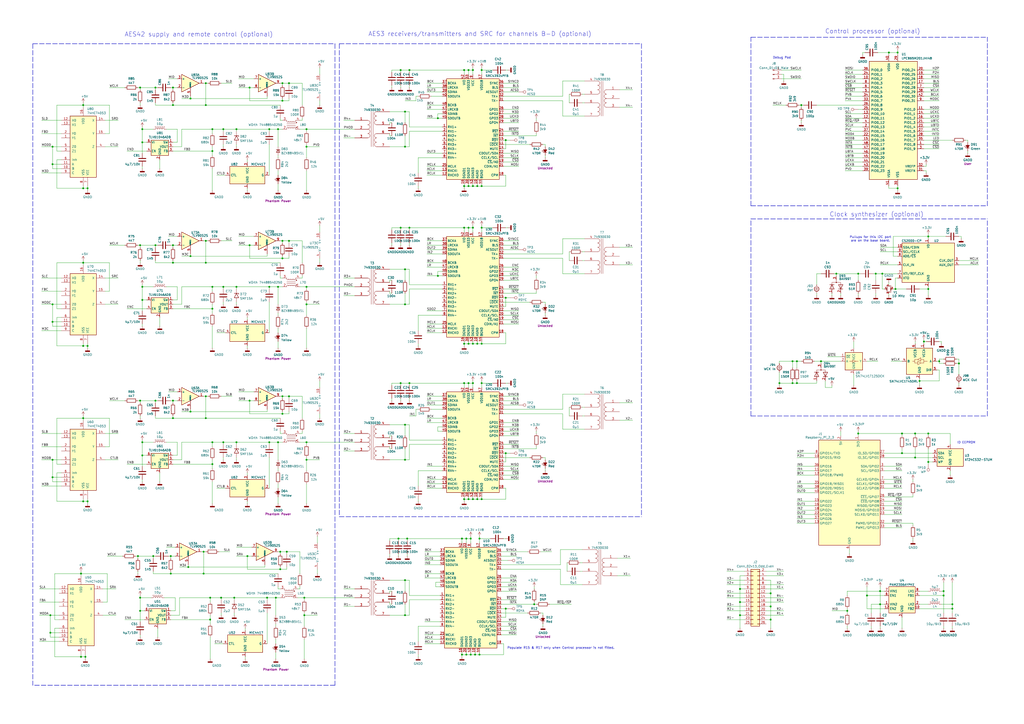
<source format=kicad_sch>
(kicad_sch (version 20231120) (generator "eeschema") (generator_version "8.0")
  (paper "A2")
  (title_block (title "AES42HAT") (date "2024-05-17") (rev "0.2") (company "ypsiphon"))
  (junction (at 163.83 240.03))
  (junction (at 452.12 222.25))
  (junction (at 156.21 166.37))
  (junction (at 547.37 345.44))
  (junction (at 535.94 198.12))
  (junction (at 154.94 346.71))
  (junction (at 269.24 222.25))
  (junction (at 254 160.02))
  (junction (at 156.21 74.93))
  (junction (at 279.4 132.08))
  (junction (at 510.54 350.52))
  (junction (at 121.92 346.71))
  (junction (at 293.37 262.89))
  (junction (at 128.27 346.71))
  (junction (at 274.32 40.64))
  (junction (at 547.37 342.9))
  (junction (at 99.06 332.74))
  (junction (at 278.13 379.73))
  (junction (at 166.37 320.04))
  (junction (at 234.95 246.38))
  (junction (at 119.38 229.87))
  (junction (at 237.49 132.08))
  (junction (at 119.38 242.57))
  (junction (at 270.51 312.42))
  (junction (at 49.53 381))
  (junction (at 176.53 356.87))
  (junction (at 177.8 74.93))
  (junction (at 279.4 199.39))
  (junction (at 544.83 209.55))
  (junction (at 177.8 166.37))
  (junction (at 119.38 139.7))
  (junction (at 163.83 139.7))
  (junction (at 234.95 64.77))
  (junction (at 485.14 158.75))
  (junction (at 177.8 266.7))
  (junction (at 276.86 107.95))
  (junction (at 429.26 341.63))
  (junction (at 254 68.58))
  (junction (at 274.32 222.25))
  (junction (at 82.55 173.99))
  (junction (at 552.45 350.52))
  (junction (at 271.78 40.64))
  (junction (at 176.53 346.71))
  (junction (at 82.55 264.16))
  (junction (at 162.56 330.2))
  (junction (at 234.95 336.55))
  (junction (at 48.26 242.57))
  (junction (at 447.04 359.41))
  (junction (at 530.86 265.43))
  (junction (at 491.49 354.33))
  (junction (at 177.8 256.54))
  (junction (at 100.33 232.41))
  (junction (at 123.19 256.54))
  (junction (at 270.51 379.73))
  (junction (at 538.48 167.64))
  (junction (at 81.28 346.71))
  (junction (at 29.21 367.03))
  (junction (at 50.8 200.66))
  (junction (at 459.74 209.55))
  (junction (at 30.48 276.86))
  (junction (at 119.38 60.96))
  (junction (at 293.37 172.72))
  (junction (at 163.83 48.26))
  (junction (at 143.51 322.58))
  (junction (at 234.95 356.87))
  (junction (at 30.48 176.53))
  (junction (at 48.26 109.22))
  (junction (at 552.45 353.06))
  (junction (at 510.54 342.9))
  (junction (at 234.95 156.21))
  (junction (at 279.4 107.95))
  (junction (at 123.19 269.24))
  (junction (at 123.19 74.93))
  (junction (at 82.55 74.93))
  (junction (at 163.83 229.87))
  (junction (at 237.49 222.25))
  (junction (at 50.8 109.22))
  (junction (at 48.26 200.66))
  (junction (at 48.26 290.83))
  (junction (at 429.26 356.87))
  (junction (at 271.78 107.95))
  (junction (at 48.26 60.96))
  (junction (at 519.43 167.64))
  (junction (at 269.24 132.08))
  (junction (at 129.54 166.37))
  (junction (at 46.99 332.74))
  (junction (at 271.78 289.56))
  (junction (at 161.29 256.54))
  (junction (at 309.88 350.52))
  (junction (at 515.62 30.48))
  (junction (at 274.32 199.39))
  (junction (at 462.28 209.55))
  (junction (at 100.33 60.96))
  (junction (at 81.28 50.8))
  (junction (at 109.22 328.93))
  (junction (at 267.97 312.42))
  (junction (at 129.54 74.93))
  (junction (at 129.54 256.54))
  (junction (at 511.81 158.75))
  (junction (at 144.78 50.8))
  (junction (at 497.84 158.75))
  (junction (at 81.28 232.41))
  (junction (at 163.83 149.86))
  (junction (at 81.28 354.33))
  (junction (at 121.92 359.41))
  (junction (at 50.8 290.83))
  (junction (at 231.14 312.42))
  (junction (at 99.06 322.58))
  (junction (at 135.89 346.71))
  (junction (at 48.26 152.4))
  (junction (at 232.41 40.64))
  (junction (at 82.55 256.54))
  (junction (at 100.33 242.57))
  (junction (at 118.11 320.04))
  (junction (at 274.32 289.56))
  (junction (at 118.11 332.74))
  (junction (at 538.48 137.16))
  (junction (at 137.16 166.37))
  (junction (at 476.25 209.55))
  (junction (at 275.59 379.73))
  (junction (at 267.97 379.73))
  (junction (at 273.05 312.42))
  (junction (at 523.24 262.89))
  (junction (at 459.74 222.25))
  (junction (at 137.16 74.93))
  (junction (at 279.4 289.56))
  (junction (at 520.7 30.48))
  (junction (at 520.7 109.22))
  (junction (at 163.83 58.42))
  (junction (at 177.8 176.53))
  (junction (at 279.4 40.64))
  (junction (at 46.99 381))
  (junction (at 167.64 48.26))
  (junction (at 144.78 142.24))
  (junction (at 274.32 132.08))
  (junction (at 556.26 210.82))
  (junction (at 533.4 220.98))
  (junction (at 278.13 312.42))
  (junction (at 271.78 199.39))
  (junction (at 90.17 142.24))
  (junction (at 530.86 251.46))
  (junction (at 88.9 322.58))
  (junction (at 167.64 229.87))
  (junction (at 232.41 132.08))
  (junction (at 538.48 267.97))
  (junction (at 156.21 256.54))
  (junction (at 237.49 40.64))
  (junction (at 81.28 142.24))
  (junction (at 276.86 289.56))
  (junction (at 269.24 289.56))
  (junction (at 110.49 148.59))
  (junction (at 30.48 95.25))
  (junction (at 523.24 251.46))
  (junction (at 123.19 87.63))
  (junction (at 293.37 81.28))
  (junction (at 100.33 50.8))
  (junction (at 167.64 139.7))
  (junction (at 234.95 85.09))
  (junction (at 123.19 166.37))
  (junction (at 90.17 50.8))
  (junction (at 90.17 232.41))
  (junction (at 279.4 222.25))
  (junction (at 538.48 251.46))
  (junction (at 274.32 107.95))
  (junction (at 30.48 85.09))
  (junction (at 236.22 312.42))
  (junction (at 144.78 232.41))
  (junction (at 234.95 176.53))
  (junction (at 502.92 345.44))
  (junction (at 234.95 266.7))
  (junction (at 447.04 344.17))
  (junction (at 462.28 222.25))
  (junction (at 269.24 40.64))
  (junction (at 137.16 256.54))
  (junction (at 162.56 320.04))
  (junction (at 161.29 74.93))
  (junction (at 29.21 356.87))
  (junction (at 497.84 251.46))
  (junction (at 119.38 48.26))
  (junction (at 30.48 186.69))
  (junction (at 110.49 57.15))
  (junction (at 447.04 351.79))
  (junction (at 232.41 222.25))
  (junction (at 119.38 152.4))
  (junction (at 276.86 199.39))
  (junction (at 271.78 132.08))
  (junction (at 82.55 166.37))
  (junction (at 160.02 346.71))
  (junction (at 269.24 107.95))
  (junction (at 464.82 60.96))
  (junction (at 177.8 85.09))
  (junction (at 123.19 179.07))
  (junction (at 100.33 142.24))
  (junction (at 161.29 166.37))
  (junction (at 30.48 266.7))
  (junction (at 271.78 222.25))
  (junction (at 82.55 82.55))
  (junction (at 100.33 152.4))
  (junction (at 508 158.75))
  (junction (at 429.26 349.25))
  (junction (at 110.49 238.76))
  (junction (at 273.05 379.73))
  (junction (at 293.37 353.06))
  (junction (at 269.24 199.39))
  (junction (at 80.01 322.58))
  (wire (pts (xy 485.14 158.75) (xy 497.84 158.75)))
  (wire (pts (xy 552.45 353.06) (xy 552.45 350.52)))
  (wire (pts (xy 271.78 107.95) (xy 274.32 107.95)))
  (wire (pts (xy 292.1 257.81) (xy 300.99 257.81)))
  (wire (pts (xy 63.5 232.41) (xy 72.39 232.41)))
  (wire (pts (xy 279.4 39.37) (xy 279.4 40.64)))
  (wire (pts (xy 247.65 68.58) (xy 254 68.58)))
  (wire (pts (xy 162.56 139.7) (xy 163.83 139.7)))
  (wire (pts (xy 247.65 63.5) (xy 256.54 63.5)))
  (wire (pts (xy 482.6 354.33) (xy 491.49 354.33)))
  (wire (pts (xy 129.54 175.26) (xy 129.54 176.53)))
  (wire (pts (xy 311.15 170.18) (xy 311.15 168.91)))
  (wire (pts (xy 161.29 271.78) (xy 161.29 273.05)))
  (wire (pts (xy 156.21 166.37) (xy 161.29 166.37)))
  (wire (pts (xy 118.11 48.26) (xy 119.38 48.26)))
  (wire (pts (xy 279.4 40.64) (xy 285.75 40.64)))
  (wire (pts (xy 82.55 173.99) (xy 85.09 173.99)))
  (wire (pts (xy 95.25 346.71) (xy 101.6 346.71)))
  (wire (pts (xy 226.06 266.7) (xy 234.95 266.7)))
  (wire (pts (xy 247.65 280.67) (xy 256.54 280.67)))
  (wire (pts (xy 226.06 163.83) (xy 226.06 162.56)))
  (wire (pts (xy 50.8 109.22) (xy 50.8 110.49)))
  (wire (pts (xy 480.06 207.01) (xy 487.68 207.01)))
  (wire (pts (xy 462.28 262.89) (xy 472.44 262.89)))
  (wire (pts (xy 123.19 256.54) (xy 123.19 259.08)))
  (wire (pts (xy 292.1 185.42) (xy 300.99 185.42)))
  (wire (pts (xy 97.79 322.58) (xy 99.06 322.58)))
  (wire (pts (xy 462.28 290.83) (xy 472.44 290.83)))
  (wire (pts (xy 490.22 96.52) (xy 500.38 96.52)))
  (wire (pts (xy 275.59 379.73) (xy 278.13 379.73)))
  (wire (pts (xy 161.29 106.68) (xy 161.29 110.49)))
  (wire (pts (xy 279.4 220.98) (xy 279.4 222.25)))
  (wire (pts (xy 293.37 177.8) (xy 292.1 177.8)))
  (wire (pts (xy 82.55 166.37) (xy 82.55 173.99)))
  (wire (pts (xy 167.64 48.26) (xy 167.64 49.53)))
  (wire (pts (xy 462.28 222.25) (xy 473.71 222.25)))
  (wire (pts (xy 226.06 252.73) (xy 227.33 252.73)))
  (wire (pts (xy 429.26 356.87) (xy 431.8 356.87)))
  (wire (pts (xy 533.4 219.71) (xy 533.4 220.98)))
  (wire (pts (xy 271.78 40.64) (xy 271.78 43.18)))
  (polyline (pts (xy 572.77 119.38) (xy 572.77 21.59)) (stroke (width 0.254) (type dash)))
  (wire (pts (xy 292.1 101.6) (xy 293.37 101.6)))
  (polyline (pts (xy 194.31 25.4) (xy 194.31 397.51)) (stroke (width 0.254) (type dash)))
  (wire (pts (xy 128.27 346.71) (xy 135.89 346.71)))
  (wire (pts (xy 237.49 85.09) (xy 237.49 76.2)))
  (wire (pts (xy 293.37 267.97) (xy 292.1 267.97)))
  (wire (pts (xy 97.79 227.33) (xy 102.87 227.33)))
  (wire (pts (xy 337.82 151.13) (xy 339.09 151.13)))
  (wire (pts (xy 505.46 350.52) (xy 510.54 350.52)))
  (wire (pts (xy 82.55 74.93) (xy 82.55 82.55)))
  (wire (pts (xy 160.02 378.46) (xy 160.02 382.27)))
  (wire (pts (xy 269.24 199.39) (xy 271.78 199.39)))
  (wire (pts (xy 476.25 209.55) (xy 476.25 210.82)))
  (wire (pts (xy 116.84 320.04) (xy 118.11 320.04)))
  (wire (pts (xy 226.06 350.52) (xy 227.33 350.52)))
  (wire (pts (xy 271.78 106.68) (xy 271.78 107.95)))
  (wire (pts (xy 535.94 66.04) (xy 544.83 66.04)))
  (wire (pts (xy 278.13 312.42) (xy 278.13 314.96)))
  (wire (pts (xy 156.21 256.54) (xy 156.21 257.81)))
  (wire (pts (xy 247.65 232.41) (xy 256.54 232.41)))
  (wire (pts (xy 177.8 265.43) (xy 177.8 266.7)))
  (wire (pts (xy 163.83 139.7) (xy 167.64 139.7)))
  (wire (pts (xy 96.52 74.93) (xy 102.87 74.93)))
  (wire (pts (xy 177.8 166.37) (xy 177.8 167.64)))
  (wire (pts (xy 247.65 152.4) (xy 256.54 152.4)))
  (wire (pts (xy 269.24 222.25) (xy 271.78 222.25)))
  (wire (pts (xy 515.62 170.18) (xy 515.62 171.45)))
  (wire (pts (xy 143.51 330.2) (xy 143.51 322.58)))
  (wire (pts (xy 154.94 355.6) (xy 154.94 373.38)))
  (wire (pts (xy 513.08 293.37) (xy 523.24 293.37)))
  (wire (pts (xy 143.51 184.15) (xy 143.51 185.42)))
  (wire (pts (xy 292.1 160.02) (xy 300.99 160.02)))
  (wire (pts (xy 237.49 336.55) (xy 237.49 345.44)))
  (wire (pts (xy 226.06 78.74) (xy 227.33 78.74)))
  (wire (pts (xy 24.13 69.85) (xy 35.56 69.85)))
  (wire (pts (xy 138.43 50.8) (xy 144.78 50.8)))
  (polyline (pts (xy 372.11 25.4) (xy 372.11 299.72)) (stroke (width 0.254) (type dash)))
  (wire (pts (xy 63.5 142.24) (xy 72.39 142.24)))
  (wire (pts (xy 330.2 146.05) (xy 330.2 151.13)))
  (wire (pts (xy 462.28 270.51) (xy 472.44 270.51)))
  (wire (pts (xy 523.24 251.46) (xy 530.86 251.46)))
  (wire (pts (xy 35.56 179.07) (xy 33.02 179.07)))
  (wire (pts (xy 533.4 167.64) (xy 538.48 167.64)))
  (wire (pts (xy 429.26 341.63) (xy 431.8 341.63)))
  (wire (pts (xy 100.33 266.7) (xy 105.41 266.7)))
  (wire (pts (xy 487.68 250.19) (xy 487.68 252.73)))
  (wire (pts (xy 359.41 153.67) (xy 367.03 153.67)))
  (wire (pts (xy 176.53 356.87) (xy 176.53 363.22)))
  (wire (pts (xy 247.65 101.6) (xy 256.54 101.6)))
  (wire (pts (xy 431.8 334.01) (xy 429.26 334.01)))
  (wire (pts (xy 547.37 363.22) (xy 547.37 364.49)))
  (wire (pts (xy 252.73 340.36) (xy 255.27 340.36)))
  (wire (pts (xy 63.5 259.08) (xy 60.96 259.08)))
  (wire (pts (xy 490.22 45.72) (xy 500.38 45.72)))
  (wire (pts (xy 50.8 199.39) (xy 50.8 200.66)))
  (wire (pts (xy 35.56 269.24) (xy 33.02 269.24)))
  (wire (pts (xy 518.16 148.59) (xy 518.16 137.16)))
  (wire (pts (xy 292.1 265.43) (xy 307.34 265.43)))
  (wire (pts (xy 227.33 49.53) (xy 227.33 50.8)))
  (wire (pts (xy 232.41 231.14) (xy 232.41 232.41)))
  (wire (pts (xy 325.12 339.09) (xy 337.82 339.09)))
  (wire (pts (xy 226.06 313.69) (xy 226.06 312.42)))
  (wire (pts (xy 269.24 106.68) (xy 269.24 107.95)))
  (wire (pts (xy 326.39 228.6) (xy 326.39 237.49)))
  (wire (pts (xy 163.83 229.87) (xy 167.64 229.87)))
  (wire (pts (xy 199.39 251.46) (xy 205.74 251.46)))
  (wire (pts (xy 226.06 85.09) (xy 234.95 85.09)))
  (wire (pts (xy 50.8 290.83) (xy 50.8 292.1)))
  (wire (pts (xy 279.4 106.68) (xy 279.4 107.95)))
  (wire (pts (xy 226.06 336.55) (xy 234.95 336.55)))
  (wire (pts (xy 292.1 247.65) (xy 300.99 247.65)))
  (wire (pts (xy 495.3 217.17) (xy 495.3 223.52)))
  (wire (pts (xy 337.82 59.69) (xy 339.09 59.69)))
  (wire (pts (xy 162.56 152.4) (xy 119.38 152.4)))
  (wire (pts (xy 292.1 245.11) (xy 300.99 245.11)))
  (wire (pts (xy 176.53 355.6) (xy 176.53 356.87)))
  (wire (pts (xy 535.94 96.52) (xy 537.21 96.52)))
  (wire (pts (xy 236.22 312.42) (xy 267.97 312.42)))
  (wire (pts (xy 48.26 109.22) (xy 50.8 109.22)))
  (wire (pts (xy 62.23 322.58) (xy 71.12 322.58)))
  (wire (pts (xy 452.12 222.25) (xy 459.74 222.25)))
  (wire (pts (xy 464.82 69.85) (xy 464.82 71.12)))
  (wire (pts (xy 237.49 231.14) (xy 237.49 232.41)))
  (wire (pts (xy 24.13 259.08) (xy 35.56 259.08)))
  (wire (pts (xy 231.14 312.42) (xy 236.22 312.42)))
  (wire (pts (xy 231.14 321.31) (xy 231.14 322.58)))
  (wire (pts (xy 35.56 87.63) (xy 33.02 87.63)))
  (wire (pts (xy 515.62 109.22) (xy 520.7 109.22)))
  (wire (pts (xy 546.1 199.39) (xy 546.1 198.12)))
  (wire (pts (xy 82.55 73.66) (xy 82.55 74.93)))
  (wire (pts (xy 227.33 140.97) (xy 227.33 142.24)))
  (wire (pts (xy 110.49 55.88) (xy 110.49 57.15)))
  (wire (pts (xy 326.39 158.75) (xy 339.09 158.75)))
  (wire (pts (xy 24.13 77.47) (xy 35.56 77.47)))
  (wire (pts (xy 247.65 242.57) (xy 256.54 242.57)))
  (wire (pts (xy 143.51 109.22) (xy 143.51 110.49)))
  (wire (pts (xy 160.02 370.84) (xy 160.02 373.38)))
  (wire (pts (xy 226.06 349.25) (xy 226.06 350.52)))
  (wire (pts (xy 234.95 58.42) (xy 241.3 58.42)))
  (wire (pts (xy 269.24 288.29) (xy 269.24 289.56)))
  (wire (pts (xy 290.83 368.3) (xy 299.72 368.3)))
  (wire (pts (xy 290.83 342.9) (xy 299.72 342.9)))
  (wire (pts (xy 81.28 368.3) (xy 81.28 369.57)))
  (wire (pts (xy 270.51 312.42) (xy 270.51 314.96)))
  (wire (pts (xy 293.37 222.25) (xy 294.64 222.25)))
  (wire (pts (xy 129.54 83.82) (xy 129.54 85.09)))
  (wire (pts (xy 246.38 320.04) (xy 255.27 320.04)))
  (wire (pts (xy 234.95 350.52) (xy 234.95 356.87)))
  (wire (pts (xy 121.92 356.87) (xy 121.92 359.41)))
  (wire (pts (xy 156.21 74.93) (xy 156.21 76.2)))
  (wire (pts (xy 173.99 74.93) (xy 177.8 74.93)))
  (wire (pts (xy 185.42 149.86) (xy 185.42 152.4)))
  (wire (pts (xy 173.99 320.04) (xy 173.99 332.74)))
  (wire (pts (xy 535.94 63.5) (xy 544.83 63.5)))
  (wire (pts (xy 293.37 101.6) (xy 293.37 107.95)))
  (wire (pts (xy 81.28 142.24) (xy 90.17 142.24)))
  (wire (pts (xy 127 320.04) (xy 133.35 320.04)))
  (wire (pts (xy 50.8 289.56) (xy 50.8 290.83)))
  (wire (pts (xy 276.86 106.68) (xy 276.86 107.95)))
  (wire (pts (xy 161.29 90.17) (xy 161.29 91.44)))
  (wire (pts (xy 359.41 143.51) (xy 367.03 143.51)))
  (wire (pts (xy 444.5 341.63) (xy 454.66 341.63)))
  (wire (pts (xy 309.88 350.52) (xy 311.15 350.52)))
  (wire (pts (xy 279.4 288.29) (xy 279.4 289.56)))
  (wire (pts (xy 234.95 78.74) (xy 234.95 85.09)))
  (wire (pts (xy 535.94 198.12) (xy 535.94 199.39)))
  (wire (pts (xy 154.94 147.32) (xy 154.94 148.59)))
  (wire (pts (xy 337.82 241.3) (xy 339.09 241.3)))
  (wire (pts (xy 316.23 83.82) (xy 316.23 85.09)))
  (wire (pts (xy 497.84 158.75) (xy 497.84 162.56)))
  (wire (pts (xy 173.99 340.36) (xy 173.99 341.63)))
  (wire (pts (xy 292.1 167.64) (xy 300.99 167.64)))
  (wire (pts (xy 502.92 353.06) (xy 502.92 345.44)))
  (wire (pts (xy 250.19 55.88) (xy 256.54 55.88)))
  (wire (pts (xy 118.11 139.7) (xy 119.38 139.7)))
  (wire (pts (xy 125.73 283.21) (xy 130.81 283.21)))
  (wire (pts (xy 161.29 320.04) (xy 162.56 320.04)))
  (wire (pts (xy 247.65 187.96) (xy 256.54 187.96)))
  (wire (pts (xy 490.22 99.06) (xy 500.38 99.06)))
  (wire (pts (xy 110.49 148.59) (xy 154.94 148.59)))
  (wire (pts (xy 551.18 273.05) (xy 551.18 275.59)))
  (wire (pts (xy 538.48 137.16) (xy 548.64 137.16)))
  (wire (pts (xy 497.84 251.46) (xy 497.84 252.73)))
  (wire (pts (xy 535.94 50.8) (xy 544.83 50.8)))
  (wire (pts (xy 292.1 175.26) (xy 307.34 175.26)))
  (wire (pts (xy 293.37 262.89) (xy 295.91 262.89)))
  (wire (pts (xy 533.4 345.44) (xy 547.37 345.44)))
  (wire (pts (xy 34.29 364.49) (xy 31.75 364.49)))
  (wire (pts (xy 48.26 151.13) (xy 48.26 152.4)))
  (wire (pts (xy 226.06 156.21) (xy 234.95 156.21)))
  (wire (pts (xy 292.1 193.04) (xy 293.37 193.04)))
  (wire (pts (xy 167.64 58.42) (xy 167.64 57.15)))
  (wire (pts (xy 226.06 321.31) (xy 226.06 322.58)))
  (wire (pts (xy 236.22 321.31) (xy 236.22 322.58)))
  (wire (pts (xy 552.45 350.52) (xy 552.45 337.82)))
  (wire (pts (xy 520.7 107.95) (xy 520.7 109.22)))
  (wire (pts (xy 490.22 86.36) (xy 500.38 86.36)))
  (wire (pts (xy 535.94 196.85) (xy 535.94 198.12)))
  (wire (pts (xy 247.65 193.04) (xy 256.54 193.04)))
  (wire (pts (xy 48.26 242.57) (xy 48.26 243.84)))
  (wire (pts (xy 226.06 342.9) (xy 227.33 342.9)))
  (wire (pts (xy 63.5 50.8) (xy 72.39 50.8)))
  (wire (pts (xy 482.6 223.52) (xy 482.6 224.79)))
  (wire (pts (xy 91.44 232.41) (xy 90.17 232.41)))
  (wire (pts (xy 227.33 231.14) (xy 227.33 232.41)))
  (wire (pts (xy 535.94 45.72) (xy 544.83 45.72)))
  (wire (pts (xy 502.92 345.44) (xy 502.92 340.36)))
  (wire (pts (xy 535.94 86.36) (xy 544.83 86.36)))
  (wire (pts (xy 137.16 322.58) (xy 143.51 322.58)))
  (wire (pts (xy 520.7 30.48) (xy 520.7 31.75)))
  (wire (pts (xy 82.55 180.34) (xy 82.55 173.99)))
  (wire (pts (xy 167.64 229.87) (xy 175.26 229.87)))
  (wire (pts (xy 515.62 30.48) (xy 520.7 30.48)))
  (wire (pts (xy 252.73 337.82) (xy 252.73 340.36)))
  (wire (pts (xy 237.49 156.21) (xy 237.49 165.1)))
  (wire (pts (xy 535.94 83.82) (xy 544.83 83.82)))
  (wire (pts (xy 274.32 132.08) (xy 274.32 134.62)))
  (wire (pts (xy 227.33 41.91) (xy 227.33 40.64)))
  (wire (pts (xy 502.92 209.55) (xy 509.27 209.55)))
  (wire (pts (xy 90.17 241.3) (xy 90.17 242.57)))
  (wire (pts (xy 429.26 349.25) (xy 431.8 349.25)))
  (wire (pts (xy 510.54 340.36) (xy 510.54 342.9)))
  (wire (pts (xy 128.27 346.71) (xy 128.27 347.98)))
  (wire (pts (xy 50.8 200.66) (xy 50.8 201.93)))
  (wire (pts (xy 523.24 358.14) (xy 523.24 364.49)))
  (wire (pts (xy 290.83 347.98) (xy 299.72 347.98)))
  (wire (pts (xy 185.42 58.42) (xy 185.42 60.96)))
  (wire (pts (xy 24.13 161.29) (xy 35.56 161.29)))
  (wire (pts (xy 100.33 60.96) (xy 119.38 60.96)))
  (wire (pts (xy 276.86 107.95) (xy 279.4 107.95)))
  (wire (pts (xy 237.49 165.1) (xy 256.54 165.1)))
  (wire (pts (xy 123.19 87.63) (xy 123.19 90.17)))
  (wire (pts (xy 535.94 73.66) (xy 544.83 73.66)))
  (wire (pts (xy 274.32 40.64) (xy 274.32 43.18)))
  (wire (pts (xy 137.16 74.93) (xy 137.16 76.2)))
  (wire (pts (xy 561.34 81.28) (xy 561.34 82.55)))
  (wire (pts (xy 177.8 175.26) (xy 177.8 176.53)))
  (wire (pts (xy 90.17 60.96) (xy 100.33 60.96)))
  (wire (pts (xy 278.13 312.42) (xy 284.48 312.42)))
  (wire (pts (xy 91.44 364.49) (xy 91.44 369.57)))
  (wire (pts (xy 234.95 336.55) (xy 234.95 342.9)))
  (wire (pts (xy 100.33 152.4) (xy 119.38 152.4)))
  (wire (pts (xy 330.2 54.61) (xy 330.2 59.69)))
  (wire (pts (xy 490.22 81.28) (xy 500.38 81.28)))
  (wire (pts (xy 237.49 76.2) (xy 256.54 76.2)))
  (wire (pts (xy 459.74 209.55) (xy 462.28 209.55)))
  (wire (pts (xy 118.11 320.04) (xy 118.11 332.74)))
  (wire (pts (xy 234.95 85.09) (xy 237.49 85.09)))
  (wire (pts (xy 293.37 86.36) (xy 292.1 86.36)))
  (wire (pts (xy 314.96 175.26) (xy 316.23 175.26)))
  (wire (pts (xy 31.75 359.41) (xy 31.75 332.74)))
  (wire (pts (xy 123.19 269.24) (xy 123.19 271.78)))
  (wire (pts (xy 24.13 281.94) (xy 35.56 281.94)))
  (wire (pts (xy 73.66 179.07) (xy 85.09 179.07)))
  (wire (pts (xy 167.64 149.86) (xy 167.64 148.59)))
  (wire (pts (xy 81.28 232.41) (xy 90.17 232.41)))
  (wire (pts (xy 81.28 345.44) (xy 81.28 346.71)))
  (wire (pts (xy 513.08 290.83) (xy 523.24 290.83)))
  (wire (pts (xy 246.38 373.38) (xy 255.27 373.38)))
  (wire (pts (xy 537.21 95.25) (xy 537.21 96.52)))
  (wire (pts (xy 161.29 288.29) (xy 161.29 292.1)))
  (wire (pts (xy 247.65 60.96) (xy 256.54 60.96)))
  (wire (pts (xy 453.39 40.64) (xy 464.82 40.64)))
  (wire (pts (xy 279.4 130.81) (xy 279.4 132.08)))
  (wire (pts (xy 88.9 322.58) (xy 88.9 323.85)))
  (wire (pts (xy 462.28 220.98) (xy 462.28 222.25)))
  (wire (pts (xy 538.48 267.97) (xy 538.48 269.24)))
  (wire (pts (xy 444.5 336.55) (xy 447.04 336.55)))
  (wire (pts (xy 154.94 346.71) (xy 154.94 347.98)))
  (wire (pts (xy 173.99 256.54) (xy 177.8 256.54)))
  (wire (pts (xy 293.37 283.21) (xy 293.37 289.56)))
  (wire (pts (xy 234.95 260.35) (xy 234.95 266.7)))
  (wire (pts (xy 511.81 167.64) (xy 513.08 167.64)))
  (wire (pts (xy 237.49 241.3) (xy 241.3 241.3)))
  (wire (pts (xy 162.56 68.58) (xy 162.56 69.85)))
  (wire (pts (xy 237.49 222.25) (xy 269.24 222.25)))
  (polyline (pts (xy 435.61 119.38) (xy 572.77 119.38)) (stroke (width 0.254) (type dash)))
  (wire (pts (xy 246.38 335.28) (xy 255.27 335.28)))
  (wire (pts (xy 226.06 356.87) (xy 234.95 356.87)))
  (wire (pts (xy 359.41 233.68) (xy 367.03 233.68)))
  (wire (pts (xy 123.19 179.07) (xy 123.19 181.61)))
  (wire (pts (xy 515.62 163.83) (xy 515.62 165.1)))
  (wire (pts (xy 452.12 222.25) (xy 452.12 223.52)))
  (wire (pts (xy 444.5 331.47) (xy 454.66 331.47)))
  (wire (pts (xy 175.26 68.58) (xy 175.26 69.85)))
  (wire (pts (xy 290.83 365.76) (xy 299.72 365.76)))
  (wire (pts (xy 462.28 293.37) (xy 472.44 293.37)))
  (wire (pts (xy 267.97 378.46) (xy 267.97 379.73)))
  (wire (pts (xy 293.37 172.72) (xy 295.91 172.72)))
  (wire (pts (xy 292.1 252.73) (xy 300.99 252.73)))
  (wire (pts (xy 22.86 349.25) (xy 34.29 349.25)))
  (wire (pts (xy 292.1 81.28) (xy 293.37 81.28)))
  (wire (pts (xy 247.65 99.06) (xy 256.54 99.06)))
  (wire (pts (xy 513.08 283.21) (xy 523.24 283.21)))
  (wire (pts (xy 267.97 312.42) (xy 270.51 312.42)))
  (wire (pts (xy 48.26 200.66) (xy 50.8 200.66)))
  (wire (pts (xy 444.5 356.87) (xy 454.66 356.87)))
  (wire (pts (xy 163.83 148.59) (xy 163.83 149.86)))
  (wire (pts (xy 490.22 53.34) (xy 500.38 53.34)))
  (wire (pts (xy 242.57 91.44) (xy 242.57 100.33)))
  (wire (pts (xy 123.19 266.7) (xy 123.19 269.24)))
  (wire (pts (xy 46.99 379.73) (xy 46.99 381)))
  (wire (pts (xy 271.78 222.25) (xy 271.78 224.79)))
  (wire (pts (xy 292.1 170.18) (xy 311.15 170.18)))
  (wire (pts (xy 273.05 311.15) (xy 273.05 312.42)))
  (wire (pts (xy 269.24 107.95) (xy 271.78 107.95)))
  (wire (pts (xy 515.62 107.95) (xy 515.62 109.22)))
  (wire (pts (xy 154.94 346.71) (xy 160.02 346.71)))
  (wire (pts (xy 292.1 157.48) (xy 300.99 157.48)))
  (wire (pts (xy 137.16 317.5) (xy 146.05 317.5)))
  (wire (pts (xy 325.12 339.09) (xy 325.12 330.2)))
  (wire (pts (xy 156.21 175.26) (xy 156.21 193.04)))
  (wire (pts (xy 513.08 345.44) (xy 502.92 345.44)))
  (wire (pts (xy 276.86 198.12) (xy 276.86 199.39)))
  (wire (pts (xy 242.57 182.88) (xy 242.57 191.77)))
  (wire (pts (xy 123.19 279.4) (xy 123.19 292.1)))
  (wire (pts (xy 128.27 355.6) (xy 128.27 356.87)))
  (wire (pts (xy 497.84 170.18) (xy 497.84 171.45)))
  (wire (pts (xy 247.65 147.32) (xy 256.54 147.32)))
  (wire (pts (xy 138.43 142.24) (xy 144.78 142.24)))
  (wire (pts (xy 473.71 158.75) (xy 473.71 165.1)))
  (wire (pts (xy 510.54 342.9) (xy 510.54 350.52)))
  (wire (pts (xy 48.26 107.95) (xy 48.26 109.22)))
  (wire (pts (xy 556.26 208.28) (xy 556.26 210.82)))
  (wire (pts (xy 246.38 322.58) (xy 255.27 322.58)))
  (wire (pts (xy 544.83 214.63) (xy 544.83 220.98)))
  (wire (pts (xy 199.39 171.45) (xy 205.74 171.45)))
  (wire (pts (xy 444.5 349.25) (xy 454.66 349.25)))
  (wire (pts (xy 292.1 68.58) (xy 300.99 68.58)))
  (wire (pts (xy 162.56 320.04) (xy 162.56 321.31)))
  (wire (pts (xy 292.1 172.72) (xy 293.37 172.72)))
  (wire (pts (xy 166.37 320.04) (xy 166.37 321.31)))
  (wire (pts (xy 478.79 224.79) (xy 482.6 224.79)))
  (wire (pts (xy 78.74 322.58) (xy 80.01 322.58)))
  (wire (pts (xy 226.06 344.17) (xy 226.06 342.9)))
  (wire (pts (xy 290.83 373.38) (xy 292.1 373.38)))
  (wire (pts (xy 256.54 247.65) (xy 254 247.65)))
  (wire (pts (xy 269.24 198.12) (xy 269.24 199.39)))
  (wire (pts (xy 110.49 238.76) (xy 154.94 238.76)))
  (wire (pts (xy 513.08 262.89) (xy 523.24 262.89)))
  (wire (pts (xy 538.48 251.46) (xy 551.18 251.46)))
  (wire (pts (xy 510.54 350.52) (xy 510.54 355.6)))
  (wire (pts (xy 138.43 232.41) (xy 144.78 232.41)))
  (wire (pts (xy 292.1 55.88) (xy 326.39 55.88)))
  (wire (pts (xy 105.41 74.93) (xy 123.19 74.93)))
  (wire (pts (xy 247.65 96.52) (xy 256.54 96.52)))
  (wire (pts (xy 270.51 378.46) (xy 270.51 379.73)))
  (wire (pts (xy 293.37 193.04) (xy 293.37 199.39)))
  (wire (pts (xy 269.24 132.08) (xy 269.24 134.62)))
  (wire (pts (xy 99.06 142.24) (xy 100.33 142.24)))
  (wire (pts (xy 175.26 229.87) (xy 175.26 242.57)))
  (wire (pts (xy 560.07 81.28) (xy 561.34 81.28)))
  (wire (pts (xy 110.49 147.32) (xy 110.49 148.59)))
  (wire (pts (xy 538.48 167.64) (xy 538.48 171.45)))
  (wire (pts (xy 476.25 209.55) (xy 487.68 209.55)))
  (wire (pts (xy 464.82 60.96) (xy 464.82 62.23)))
  (wire (pts (xy 226.06 246.38) (xy 234.95 246.38)))
  (polyline (pts (xy 19.05 25.4) (xy 194.31 25.4)) (stroke (width 0.254) (type dash)))
  (wire (pts (xy 68.58 176.53) (xy 60.96 176.53)))
  (wire (pts (xy 511.81 158.75) (xy 511.81 167.64)))
  (wire (pts (xy 172.72 341.63) (xy 173.99 341.63)))
  (wire (pts (xy 30.48 95.25) (xy 35.56 95.25)))
  (wire (pts (xy 119.38 139.7) (xy 119.38 152.4)))
  (wire (pts (xy 161.29 340.36) (xy 161.29 341.63)))
  (wire (pts (xy 87.63 346.71) (xy 81.28 346.71)))
  (wire (pts (xy 256.54 91.44) (xy 242.57 91.44)))
  (wire (pts (xy 290.83 335.28) (xy 299.72 335.28)))
  (wire (pts (xy 292.1 147.32) (xy 326.39 147.32)))
  (wire (pts (xy 199.39 261.62) (xy 205.74 261.62)))
  (wire (pts (xy 154.94 237.49) (xy 154.94 238.76)))
  (wire (pts (xy 123.19 74.93) (xy 129.54 74.93)))
  (wire (pts (xy 119.38 48.26) (xy 120.65 48.26)))
  (wire (pts (xy 273.05 312.42) (xy 273.05 314.96)))
  (wire (pts (xy 256.54 157.48) (xy 254 157.48)))
  (wire (pts (xy 255.27 363.22) (xy 242.57 363.22)))
  (wire (pts (xy 129.54 74.93) (xy 137.16 74.93)))
  (wire (pts (xy 237.49 73.66) (xy 256.54 73.66)))
  (wire (pts (xy 247.65 229.87) (xy 256.54 229.87)))
  (wire (pts (xy 175.26 160.02) (xy 175.26 161.29)))
  (wire (pts (xy 247.65 50.8) (xy 256.54 50.8)))
  (wire (pts (xy 125.73 193.04) (xy 130.81 193.04)))
  (wire (pts (xy 292.1 275.59) (xy 300.99 275.59)))
  (wire (pts (xy 33.02 269.24) (xy 33.02 242.57)))
  (wire (pts (xy 161.29 332.74) (xy 118.11 332.74)))
  (wire (pts (xy 81.28 59.69) (xy 81.28 60.96)))
  (wire (pts (xy 99.06 332.74) (xy 118.11 332.74)))
  (wire (pts (xy 48.26 60.96) (xy 63.5 60.96)))
  (wire (pts (xy 326.39 67.31) (xy 339.09 67.31)))
  (wire (pts (xy 48.26 289.56) (xy 48.26 290.83)))
  (wire (pts (xy 135.89 355.6) (xy 135.89 356.87)))
  (wire (pts (xy 234.95 246.38) (xy 237.49 246.38)))
  (wire (pts (xy 144.78 50.8) (xy 147.32 50.8)))
  (wire (pts (xy 105.41 256.54) (xy 123.19 256.54)))
  (wire (pts (xy 162.56 60.96) (xy 119.38 60.96)))
  (wire (pts (xy 359.41 52.07) (xy 367.03 52.07)))
  (wire (pts (xy 176.53 346.71) (xy 205.74 346.71)))
  (wire (pts (xy 30.48 176.53) (xy 30.48 186.69)))
  (wire (pts (xy 234.95 336.55) (xy 237.49 336.55)))
  (wire (pts (xy 237.49 132.08) (xy 237.49 133.35)))
  (wire (pts (xy 292.1 88.9) (xy 300.99 88.9)))
  (wire (pts (xy 520.7 109.22) (xy 520.7 110.49)))
  (wire (pts (xy 530.86 251.46) (xy 538.48 251.46)))
  (wire (pts (xy 546.1 342.9) (xy 547.37 342.9)))
  (wire (pts (xy 292.1 53.34) (xy 300.99 53.34)))
  (wire (pts (xy 246.38 368.3) (xy 255.27 368.3)))
  (wire (pts (xy 290.83 358.14) (xy 293.37 358.14)))
  (wire (pts (xy 33.02 152.4) (xy 48.26 152.4)))
  (wire (pts (xy 129.54 265.43) (xy 129.54 266.7)))
  (wire (pts (xy 143.51 290.83) (xy 143.51 292.1)))
  (wire (pts (xy 447.04 336.55) (xy 447.04 344.17)))
  (wire (pts (xy 421.64 351.79) (xy 431.8 351.79)))
  (wire (pts (xy 459.74 209.55) (xy 459.74 213.36)))
  (wire (pts (xy 513.08 280.67) (xy 523.24 280.67)))
  (wire (pts (xy 100.33 269.24) (xy 123.19 269.24)))
  (wire (pts (xy 326.39 228.6) (xy 339.09 228.6)))
  (wire (pts (xy 246.38 327.66) (xy 255.27 327.66)))
  (wire (pts (xy 48.26 290.83) (xy 50.8 290.83)))
  (wire (pts (xy 234.95 170.18) (xy 234.95 176.53)))
  (wire (pts (xy 99.06 356.87) (xy 104.14 356.87)))
  (wire (pts (xy 24.13 266.7) (xy 30.48 266.7)))
  (wire (pts (xy 274.32 198.12) (xy 274.32 199.39)))
  (wire (pts (xy 292.1 373.38) (xy 292.1 379.73)))
  (wire (pts (xy 81.28 50.8) (xy 81.28 52.07)))
  (wire (pts (xy 520.7 29.21) (xy 520.7 30.48)))
  (wire (pts (xy 482.6 170.18) (xy 482.6 171.45)))
  (wire (pts (xy 143.51 274.32) (xy 143.51 275.59)))
  (polyline (pts (xy 435.61 241.3) (xy 572.77 241.3)) (stroke (width 0.254) (type dash)))
  (wire (pts (xy 311.15 160.02) (xy 311.15 161.29)))
  (wire (pts (xy 316.23 175.26) (xy 316.23 176.53)))
  (wire (pts (xy 88.9 166.37) (xy 82.55 166.37)))
  (wire (pts (xy 96.52 166.37) (xy 102.87 166.37)))
  (wire (pts (xy 490.22 71.12) (xy 500.38 71.12)))
  (wire (pts (xy 33.02 274.32) (xy 33.02 290.83)))
  (wire (pts (xy 359.41 62.23) (xy 367.03 62.23)))
  (wire (pts (xy 123.19 166.37) (xy 129.54 166.37)))
  (wire (pts (xy 137.16 175.26) (xy 137.16 176.53)))
  (wire (pts (xy 33.02 200.66) (xy 48.26 200.66)))
  (wire (pts (xy 237.49 64.77) (xy 237.49 73.66)))
  (wire (pts (xy 551.18 251.46) (xy 551.18 257.81)))
  (wire (pts (xy 491.49 363.22) (xy 491.49 364.49)))
  (wire (pts (xy 454.66 43.18) (xy 454.66 46.99)))
  (wire (pts (xy 81.28 346.71) (xy 81.28 354.33)))
  (wire (pts (xy 462.28 295.91) (xy 472.44 295.91)))
  (wire (pts (xy 237.49 347.98) (xy 255.27 347.98)))
  (wire (pts (xy 535.94 81.28) (xy 552.45 81.28)))
  (wire (pts (xy 156.21 166.37) (xy 156.21 167.64)))
  (wire (pts (xy 82.55 165.1) (xy 82.55 166.37)))
  (wire (pts (xy 161.29 280.67) (xy 161.29 283.21)))
  (wire (pts (xy 293.37 262.89) (xy 293.37 267.97)))
  (wire (pts (xy 31.75 364.49) (xy 31.75 381)))
  (wire (pts (xy 490.22 55.88) (xy 500.38 55.88)))
  (wire (pts (xy 513.08 303.53) (xy 529.59 303.53)))
  (wire (pts (xy 156.21 83.82) (xy 156.21 101.6)))
  (wire (pts (xy 162.56 320.04) (xy 166.37 320.04)))
  (wire (pts (xy 444.5 351.79) (xy 447.04 351.79)))
  (wire (pts (xy 185.42 39.37) (xy 185.42 43.18)))
  (wire (pts (xy 472.44 209.55) (xy 476.25 209.55)))
  (wire (pts (xy 247.65 234.95) (xy 256.54 234.95)))
  (wire (pts (xy 279.4 222.25) (xy 285.75 222.25)))
  (wire (pts (xy 227.33 222.25) (xy 232.41 222.25)))
  (wire (pts (xy 226.06 254) (xy 226.06 252.73)))
  (wire (pts (xy 535.94 43.18) (xy 544.83 43.18)))
  (wire (pts (xy 242.57 199.39) (xy 242.57 200.66)))
  (wire (pts (xy 162.56 161.29) (xy 163.83 161.29)))
  (wire (pts (xy 246.38 360.68) (xy 255.27 360.68)))
  (wire (pts (xy 30.48 186.69) (xy 35.56 186.69)))
  (wire (pts (xy 109.22 328.93) (xy 153.67 328.93)))
  (wire (pts (xy 82.55 88.9) (xy 82.55 82.55)))
  (wire (pts (xy 533.4 350.52) (xy 538.48 350.52)))
  (wire (pts (xy 92.71 184.15) (xy 92.71 189.23)))
  (wire (pts (xy 34.29 359.41) (xy 31.75 359.41)))
  (wire (pts (xy 97.79 45.72) (xy 102.87 45.72)))
  (wire (pts (xy 162.56 328.93) (xy 162.56 330.2)))
  (wire (pts (xy 279.4 199.39) (xy 293.37 199.39)))
  (wire (pts (xy 269.24 40.64) (xy 271.78 40.64)))
  (wire (pts (xy 508 158.75) (xy 508 162.56)))
  (wire (pts (xy 22.86 372.11) (xy 34.29 372.11)))
  (wire (pts (xy 273.05 379.73) (xy 275.59 379.73)))
  (wire (pts (xy 33.02 60.96) (xy 48.26 60.96)))
  (wire (pts (xy 30.48 276.86) (xy 30.48 279.4)))
  (wire (pts (xy 279.4 107.95) (xy 293.37 107.95)))
  (wire (pts (xy 269.24 289.56) (xy 269.24 290.83)))
  (wire (pts (xy 184.15 311.15) (xy 184.15 314.96)))
  (wire (pts (xy 105.41 266.7) (xy 105.41 256.54)))
  (wire (pts (xy 160.02 346.71) (xy 162.56 346.71)))
  (wire (pts (xy 33.02 179.07) (xy 33.02 152.4)))
  (wire (pts (xy 144.78 58.42) (xy 144.78 50.8)))
  (wire (pts (xy 247.65 283.21) (xy 256.54 283.21)))
  (wire (pts (xy 241.3 55.88) (xy 242.57 55.88)))
  (wire (pts (xy 247.65 139.7) (xy 256.54 139.7)))
  (wire (pts (xy 68.58 266.7) (xy 60.96 266.7)))
  (wire (pts (xy 473.71 60.96) (xy 500.38 60.96)))
  (wire (pts (xy 547.37 337.82) (xy 547.37 342.9)))
  (wire (pts (xy 237.49 257.81) (xy 256.54 257.81)))
  (wire (pts (xy 544.83 220.98) (xy 533.4 220.98)))
  (wire (pts (xy 510.54 146.05) (xy 520.7 146.05)))
  (wire (pts (xy 247.65 278.13) (xy 256.54 278.13)))
  (wire (pts (xy 274.32 107.95) (xy 276.86 107.95)))
  (wire (pts (xy 358.14 323.85) (xy 365.76 323.85)))
  (wire (pts (xy 247.65 142.24) (xy 256.54 142.24)))
  (wire (pts (xy 530.86 251.46) (xy 530.86 252.73)))
  (wire (pts (xy 506.73 158.75) (xy 508 158.75)))
  (wire (pts (xy 88.9 332.74) (xy 99.06 332.74)))
  (wire (pts (xy 330.2 236.22) (xy 330.2 241.3)))
  (wire (pts (xy 452.12 215.9) (xy 452.12 222.25)))
  (wire (pts (xy 123.19 85.09) (xy 123.19 87.63)))
  (wire (pts (xy 156.21 74.93) (xy 161.29 74.93)))
  (wire (pts (xy 462.28 300.99) (xy 472.44 300.99)))
  (wire (pts (xy 538.48 135.89) (xy 538.48 137.16)))
  (wire (pts (xy 314.96 265.43) (xy 316.23 265.43)))
  (wire (pts (xy 505.46 350.52) (xy 505.46 355.6)))
  (wire (pts (xy 185.42 130.81) (xy 185.42 134.62)))
  (wire (pts (xy 163.83 57.15) (xy 163.83 58.42)))
  (wire (pts (xy 269.24 107.95) (xy 269.24 109.22)))
  (wire (pts (xy 199.39 351.79) (xy 205.74 351.79)))
  (wire (pts (xy 510.54 153.67) (xy 520.7 153.67)))
  (wire (pts (xy 232.41 49.53) (xy 232.41 50.8)))
  (wire (pts (xy 81.28 232.41) (xy 81.28 233.68)))
  (wire (pts (xy 162.56 330.2) (xy 166.37 330.2)))
  (wire (pts (xy 511.81 158.75) (xy 508 158.75)))
  (wire (pts (xy 535.94 68.58) (xy 544.83 68.58)))
  (wire (pts (xy 100.33 142.24) (xy 100.33 143.51)))
  (wire (pts (xy 234.95 64.77) (xy 237.49 64.77)))
  (wire (pts (xy 30.48 85.09) (xy 30.48 95.25)))
  (wire (pts (xy 462.28 265.43) (xy 472.44 265.43)))
  (wire (pts (xy 234.95 156.21) (xy 234.95 162.56)))
  (wire (pts (xy 543.56 209.55) (xy 544.83 209.55)))
  (wire (pts (xy 292.1 139.7) (xy 300.99 139.7)))
  (wire (pts (xy 153.67 327.66) (xy 153.67 328.93)))
  (wire (pts (xy 48.26 241.3) (xy 48.26 242.57)))
  (wire (pts (xy 137.16 265.43) (xy 137.16 266.7)))
  (wire (pts (xy 429.26 334.01) (xy 429.26 341.63)))
  (wire (pts (xy 177.8 256.54) (xy 205.74 256.54)))
  (wire (pts (xy 292.1 142.24) (xy 300.99 142.24)))
  (wire (pts (xy 325.12 318.77) (xy 337.82 318.77)))
  (wire (pts (xy 274.32 39.37) (xy 274.32 40.64)))
  (wire (pts (xy 173.99 166.37) (xy 177.8 166.37)))
  (wire (pts (xy 177.8 99.06) (xy 177.8 110.49)))
  (wire (pts (xy 177.8 85.09) (xy 177.8 91.44)))
  (wire (pts (xy 123.19 74.93) (xy 123.19 77.47)))
  (wire (pts (xy 292.1 232.41) (xy 300.99 232.41)))
  (wire (pts (xy 101.6 346.71) (xy 101.6 354.33)))
  (wire (pts (xy 274.32 220.98) (xy 274.32 222.25)))
  (wire (pts (xy 510.54 143.51) (xy 520.7 143.51)))
  (wire (pts (xy 269.24 132.08) (xy 271.78 132.08)))
  (wire (pts (xy 452.12 209.55) (xy 459.74 209.55)))
  (wire (pts (xy 292.1 240.03) (xy 326.39 240.03)))
  (wire (pts (xy 448.31 60.96) (xy 455.93 60.96)))
  (wire (pts (xy 513.08 306.07) (xy 523.24 306.07)))
  (wire (pts (xy 80.01 232.41) (xy 81.28 232.41)))
  (wire (pts (xy 292.1 270.51) (xy 300.99 270.51)))
  (wire (pts (xy 292.1 237.49) (xy 326.39 237.49)))
  (wire (pts (xy 199.39 80.01) (xy 205.74 80.01)))
  (wire (pts (xy 100.33 232.41) (xy 100.33 233.68)))
  (wire (pts (xy 90.17 232.41) (xy 90.17 233.68)))
  (polyline (pts (xy 435.61 127) (xy 572.77 127)) (stroke (width 0.254) (type dash)))
  (wire (pts (xy 237.49 40.64) (xy 269.24 40.64)))
  (wire (pts (xy 35.56 184.15) (xy 33.02 184.15)))
  (wire (pts (xy 99.06 50.8) (xy 100.33 50.8)))
  (wire (pts (xy 463.55 60.96) (xy 464.82 60.96)))
  (wire (pts (xy 177.8 85.09) (xy 185.42 85.09)))
  (wire (pts (xy 290.83 355.6) (xy 306.07 355.6)))
  (wire (pts (xy 234.95 64.77) (xy 234.95 71.12)))
  (wire (pts (xy 128.27 229.87) (xy 134.62 229.87)))
  (wire (pts (xy 491.49 354.33) (xy 491.49 355.6)))
  (wire (pts (xy 490.22 50.8) (xy 500.38 50.8)))
  (wire (pts (xy 326.39 46.99) (xy 326.39 55.88)))
  (wire (pts (xy 326.39 46.99) (xy 339.09 46.99)))
  (wire (pts (xy 491.49 345.44) (xy 491.49 342.9)))
  (wire (pts (xy 490.22 43.18) (xy 500.38 43.18)))
  (wire (pts (xy 490.22 83.82) (xy 500.38 83.82)))
  (wire (pts (xy 104.14 328.93) (xy 109.22 328.93)))
  (wire (pts (xy 90.17 142.24) (xy 90.17 143.51)))
  (wire (pts (xy 30.48 85.09) (xy 35.56 85.09)))
  (wire (pts (xy 237.49 356.87) (xy 237.49 347.98)))
  (wire (pts (xy 226.06 72.39) (xy 226.06 71.12)))
  (wire (pts (xy 166.37 330.2) (xy 166.37 328.93)))
  (wire (pts (xy 237.49 345.44) (xy 255.27 345.44)))
  (wire (pts (xy 49.53 381) (xy 49.53 382.27)))
  (wire (pts (xy 513.08 273.05) (xy 523.24 273.05)))
  (wire (pts (xy 537.21 99.06) (xy 537.21 100.33)))
  (wire (pts (xy 109.22 327.66) (xy 109.22 328.93)))
  (wire (pts (xy 452.12 210.82) (xy 452.12 209.55)))
  (wire (pts (xy 121.92 346.71) (xy 121.92 349.25)))
  (wire (pts (xy 226.06 77.47) (xy 226.06 78.74)))
  (wire (pts (xy 269.24 40.64) (xy 269.24 43.18)))
  (wire (pts (xy 67.31 356.87) (xy 59.69 356.87)))
  (wire (pts (xy 81.28 142.24) (xy 81.28 143.51)))
  (wire (pts (xy 161.29 166.37) (xy 163.83 166.37)))
  (wire (pts (xy 88.9 256.54) (xy 82.55 256.54)))
  (wire (pts (xy 421.64 331.47) (xy 431.8 331.47)))
  (wire (pts (xy 177.8 74.93) (xy 205.74 74.93)))
  (polyline (pts (xy 19.05 25.4) (xy 19.05 397.51)) (stroke (width 0.254) (type dash)))
  (wire (pts (xy 110.49 237.49) (xy 110.49 238.76)))
  (wire (pts (xy 490.22 40.64) (xy 500.38 40.64)))
  (wire (pts (xy 492.76 318.77) (xy 492.76 321.31)))
  (wire (pts (xy 100.33 176.53) (xy 105.41 176.53)))
  (wire (pts (xy 99.06 331.47) (xy 99.06 332.74)))
  (wire (pts (xy 513.08 342.9) (xy 510.54 342.9)))
  (wire (pts (xy 62.23 349.25) (xy 59.69 349.25)))
  (wire (pts (xy 538.48 166.37) (xy 538.48 167.64)))
  (wire (pts (xy 500.38 30.48) (xy 501.65 30.48)))
  (wire (pts (xy 62.23 332.74) (xy 62.23 349.25)))
  (wire (pts (xy 523.24 262.89) (xy 541.02 262.89)))
  (wire (pts (xy 508 170.18) (xy 508 171.45)))
  (wire (pts (xy 102.87 256.54) (xy 102.87 264.16)))
  (wire (pts (xy 144.78 240.03) (xy 144.78 232.41)))
  (wire (pts (xy 279.4 289.56) (xy 293.37 289.56)))
  (wire (pts (xy 278.13 378.46) (xy 278.13 379.73)))
  (wire (pts (xy 444.5 339.09) (xy 454.66 339.09)))
  (wire (pts (xy 102.87 142.24) (xy 100.33 142.24)))
  (wire (pts (xy 533.4 342.9) (xy 538.48 342.9)))
  (wire (pts (xy 96.52 256.54) (xy 102.87 256.54)))
  (wire (pts (xy 556.26 137.16) (xy 557.53 137.16)))
  (wire (pts (xy 519.43 167.64) (xy 525.78 167.64)))
  (wire (pts (xy 292.1 180.34) (xy 300.99 180.34)))
  (wire (pts (xy 462.28 280.67) (xy 472.44 280.67)))
  (wire (pts (xy 161.29 74.93) (xy 163.83 74.93)))
  (wire (pts (xy 177.8 176.53) (xy 177.8 182.88)))
  (wire (pts (xy 100.33 82.55) (xy 102.87 82.55)))
  (wire (pts (xy 176.53 356.87) (xy 184.15 356.87)))
  (wire (pts (xy 473.71 170.18) (xy 473.71 171.45)))
  (wire (pts (xy 138.43 45.72) (xy 147.32 45.72)))
  (wire (pts (xy 82.55 255.27) (xy 82.55 256.54)))
  (wire (pts (xy 46.99 332.74) (xy 62.23 332.74)))
  (wire (pts (xy 237.49 167.64) (xy 256.54 167.64)))
  (wire (pts (xy 293.37 40.64) (xy 294.64 40.64)))
  (wire (pts (xy 118.11 229.87) (xy 119.38 229.87)))
  (wire (pts (xy 529.59 278.13) (xy 529.59 279.4)))
  (wire (pts (xy 544.83 198.12) (xy 546.1 198.12)))
  (wire (pts (xy 544.83 208.28) (xy 547.37 208.28)))
  (wire (pts (xy 163.83 58.42) (xy 167.64 58.42)))
  (wire (pts (xy 226.06 260.35) (xy 227.33 260.35)))
  (wire (pts (xy 462.28 273.05) (xy 472.44 273.05)))
  (wire (pts (xy 292.1 66.04) (xy 300.99 66.04)))
  (wire (pts (xy 163.83 58.42) (xy 144.78 58.42)))
  (wire (pts (xy 81.28 360.68) (xy 81.28 354.33)))
  (wire (pts (xy 124.46 373.38) (xy 129.54 373.38)))
  (wire (pts (xy 128.27 48.26) (xy 134.62 48.26)))
  (wire (pts (xy 129.54 166.37) (xy 129.54 167.64)))
  (wire (pts (xy 123.19 166.37) (xy 123.19 168.91)))
  (wire (pts (xy 271.78 289.56) (xy 274.32 289.56)))
  (wire (pts (xy 292.1 91.44) (xy 300.99 91.44)))
  (wire (pts (xy 490.22 48.26) (xy 500.38 48.26)))
  (wire (pts (xy 278.13 379.73) (xy 292.1 379.73)))
  (wire (pts (xy 505.46 363.22) (xy 505.46 364.49)))
  (wire (pts (xy 292.1 262.89) (xy 293.37 262.89)))
  (wire (pts (xy 99.06 354.33) (xy 101.6 354.33)))
  (wire (pts (xy 81.28 50.8) (xy 90.17 50.8)))
  (wire (pts (xy 82.55 96.52) (xy 82.55 97.79)))
  (wire (pts (xy 177.8 256.54) (xy 177.8 257.81)))
  (wire (pts (xy 459.74 222.25) (xy 462.28 222.25)))
  (wire (pts (xy 444.5 334.01) (xy 454.66 334.01)))
  (wire (pts (xy 226.06 162.56) (xy 227.33 162.56)))
  (wire (pts (xy 137.16 83.82) (xy 137.16 85.09)))
  (wire (pts (xy 227.33 132.08) (xy 232.41 132.08)))
  (wire (pts (xy 175.26 48.26) (xy 175.26 60.96)))
  (wire (pts (xy 292.1 260.35) (xy 311.15 260.35)))
  (wire (pts (xy 497.84 251.46) (xy 523.24 251.46)))
  (wire (pts (xy 48.26 59.69) (xy 48.26 60.96)))
  (wire (pts (xy 29.21 369.57) (xy 34.29 369.57)))
  (wire (pts (xy 102.87 50.8) (xy 100.33 50.8)))
  (wire (pts (xy 293.37 81.28) (xy 295.91 81.28)))
  (wire (pts (xy 60.96 69.85) (xy 68.58 69.85)))
  (wire (pts (xy 175.26 250.19) (xy 175.26 251.46)))
  (wire (pts (xy 490.22 73.66) (xy 500.38 73.66)))
  (polyline (pts (xy 196.85 25.4) (xy 372.11 25.4)) (stroke (width 0.254) (type dash)))
  (wire (pts (xy 490.22 68.58) (xy 500.38 68.58)))
  (wire (pts (xy 292.1 187.96) (xy 300.99 187.96)))
  (wire (pts (xy 290.83 327.66) (xy 325.12 327.66)))
  (wire (pts (xy 267.97 379.73) (xy 270.51 379.73)))
  (wire (pts (xy 92.71 274.32) (xy 92.71 279.4)))
  (wire (pts (xy 236.22 312.42) (xy 236.22 313.69)))
  (wire (pts (xy 535.94 76.2) (xy 544.83 76.2)))
  (wire (pts (xy 462.28 283.21) (xy 472.44 283.21)))
  (wire (pts (xy 102.87 166.37) (xy 102.87 173.99)))
  (wire (pts (xy 247.65 48.26) (xy 256.54 48.26)))
  (wire (pts (xy 535.94 53.34) (xy 544.83 53.34)))
  (wire (pts (xy 100.33 264.16) (xy 102.87 264.16)))
  (wire (pts (xy 24.13 168.91) (xy 35.56 168.91)))
  (wire (pts (xy 154.94 55.88) (xy 154.94 57.15)))
  (wire (pts (xy 316.23 271.78) (xy 316.23 273.05)))
  (wire (pts (xy 311.15 68.58) (xy 311.15 69.85)))
  (wire (pts (xy 163.83 240.03) (xy 167.64 240.03)))
  (wire (pts (xy 31.75 381) (xy 46.99 381)))
  (wire (pts (xy 226.06 176.53) (xy 234.95 176.53)))
  (wire (pts (xy 292.1 58.42) (xy 326.39 58.42)))
  (wire (pts (xy 90.17 151.13) (xy 90.17 152.4)))
  (wire (pts (xy 279.4 198.12) (xy 279.4 199.39)))
  (wire (pts (xy 529.59 287.02) (xy 529.59 288.29)))
  (wire (pts (xy 495.3 198.12) (xy 495.3 201.93)))
  (wire (pts (xy 292.1 149.86) (xy 326.39 149.86)))
  (wire (pts (xy 429.26 356.87) (xy 429.26 364.49)))
  (wire (pts (xy 326.39 67.31) (xy 326.39 58.42)))
  (wire (pts (xy 80.01 142.24) (xy 81.28 142.24)))
  (wire (pts (xy 185.42 220.98) (xy 185.42 224.79)))
  (wire (pts (xy 292.1 76.2) (xy 300.99 76.2)))
  (wire (pts (xy 142.24 364.49) (xy 142.24 365.76)))
  (wire (pts (xy 232.41 222.25) (xy 232.41 223.52)))
  (wire (pts (xy 59.69 341.63) (xy 67.31 341.63)))
  (wire (pts (xy 177.8 266.7) (xy 185.42 266.7)))
  (wire (pts (xy 101.6 322.58) (xy 99.06 322.58)))
  (wire (pts (xy 543.56 214.63) (xy 544.83 214.63)))
  (wire (pts (xy 535.94 78.74) (xy 544.83 78.74)))
  (wire (pts (xy 29.21 356.87) (xy 34.29 356.87)))
  (wire (pts (xy 97.79 137.16) (xy 102.87 137.16)))
  (wire (pts (xy 231.14 312.42) (xy 231.14 313.69)))
  (wire (pts (xy 552.45 353.06) (xy 552.45 355.6)))
  (wire (pts (xy 247.65 144.78) (xy 256.54 144.78)))
  (wire (pts (xy 102.87 232.41) (xy 100.33 232.41)))
  (wire (pts (xy 254 68.58) (xy 256.54 68.58)))
  (wire (pts (xy 453.39 45.72) (xy 464.82 45.72)))
  (wire (pts (xy 535.94 55.88) (xy 544.83 55.88)))
  (wire (pts (xy 274.32 199.39) (xy 276.86 199.39)))
  (wire (pts (xy 72.39 359.41) (xy 83.82 359.41)))
  (wire (pts (xy 80.01 331.47) (xy 80.01 332.74)))
  (wire (pts (xy 519.43 167.64) (xy 519.43 161.29)))
  (wire (pts (xy 81.28 354.33) (xy 83.82 354.33)))
  (wire (pts (xy 48.26 152.4) (xy 48.26 153.67)))
  (wire (pts (xy 99.06 232.41) (xy 100.33 232.41)))
  (wire (pts (xy 557.53 137.16) (xy 557.53 138.43)))
  (wire (pts (xy 63.5 77.47) (xy 60.96 77.47)))
  (wire (pts (xy 99.06 322.58) (xy 99.06 323.85)))
  (wire (pts (xy 237.49 40.64) (xy 237.49 41.91)))
  (wire (pts (xy 63.5 60.96) (xy 63.5 77.47)))
  (wire (pts (xy 242.57 379.73) (xy 242.57 381)))
  (wire (pts (xy 314.96 361.95) (xy 314.96 363.22)))
  (wire (pts (xy 421.64 354.33) (xy 431.8 354.33)))
  (wire (pts (xy 538.48 251.46) (xy 538.48 252.73)))
  (wire (pts (xy 276.86 199.39) (xy 279.4 199.39)))
  (wire (pts (xy 82.55 256.54) (xy 82.55 264.16)))
  (wire (pts (xy 533.4 353.06) (xy 552.45 353.06)))
  (wire (pts (xy 510.54 350.52) (xy 513.08 350.52)))
  (wire (pts (xy 161.29 256.54) (xy 161.29 266.7)))
  (wire (pts (xy 90.17 242.57) (xy 100.33 242.57)))
  (wire (pts (xy 135.89 346.71) (xy 154.94 346.71)))
  (wire (pts (xy 242.57 281.94) (xy 242.57 273.05)))
  (wire (pts (xy 82.55 187.96) (xy 82.55 189.23)))
  (wire (pts (xy 50.8 107.95) (xy 50.8 109.22)))
  (wire (pts (xy 80.01 322.58) (xy 88.9 322.58)))
  (wire (pts (xy 160.02 361.95) (xy 160.02 363.22)))
  (wire (pts (xy 49.53 379.73) (xy 49.53 381)))
  (wire (pts (xy 101.6 317.5) (xy 96.52 317.5)))
  (wire (pts (xy 167.64 240.03) (xy 167.64 238.76)))
  (wire (pts (xy 123.19 176.53) (xy 123.19 179.07)))
  (wire (pts (xy 237.49 266.7) (xy 237.49 257.81)))
  (wire (pts (xy 556.26 153.67) (xy 567.69 153.67)))
  (wire (pts (xy 29.21 367.03) (xy 29.21 369.57)))
  (wire (pts (xy 137.16 166.37) (xy 156.21 166.37)))
  (wire (pts (xy 290.83 360.68) (xy 299.72 360.68)))
  (wire (pts (xy 254 160.02) (xy 256.54 160.02)))
  (wire (pts (xy 161.29 99.06) (xy 161.29 101.6)))
  (wire (pts (xy 237.49 176.53) (xy 237.49 167.64)))
  (wire (pts (xy 247.65 270.51) (xy 256.54 270.51)))
  (wire (pts (xy 226.06 71.12) (xy 227.33 71.12)))
  (wire (pts (xy 48.26 199.39) (xy 48.26 200.66)))
  (wire (pts (xy 100.33 59.69) (xy 100.33 60.96)))
  (wire (pts (xy 462.28 209.55) (xy 462.28 213.36)))
  (wire (pts (xy 271.78 198.12) (xy 271.78 199.39)))
  (wire (pts (xy 464.82 60.96) (xy 466.09 60.96)))
  (wire (pts (xy 81.28 151.13) (xy 81.28 152.4)))
  (wire (pts (xy 121.92 346.71) (xy 128.27 346.71)))
  (wire (pts (xy 276.86 288.29) (xy 276.86 289.56)))
  (wire (pts (xy 100.33 85.09) (xy 105.41 85.09)))
  (wire (pts (xy 255.27 337.82) (xy 252.73 337.82)))
  (wire (pts (xy 538.48 260.35) (xy 538.48 267.97)))
  (wire (pts (xy 35.56 274.32) (xy 33.02 274.32)))
  (wire (pts (xy 234.95 246.38) (xy 234.95 252.73)))
  (wire (pts (xy 316.23 181.61) (xy 316.23 182.88)))
  (wire (pts (xy 167.64 139.7) (xy 175.26 139.7)))
  (wire (pts (xy 137.16 74.93) (xy 156.21 74.93)))
  (wire (pts (xy 311.15 78.74) (xy 311.15 77.47)))
  (wire (pts (xy 199.39 69.85) (xy 205.74 69.85)))
  (wire (pts (xy 173.99 69.85) (xy 175.26 69.85)))
  (wire (pts (xy 292.1 144.78) (xy 300.99 144.78)))
  (wire (pts (xy 121.92 359.41) (xy 121.92 361.95)))
  (wire (pts (xy 143.51 200.66) (xy 143.51 201.93)))
  (wire (pts (xy 311.15 260.35) (xy 311.15 259.08)))
  (wire (pts (xy 241.3 237.49) (xy 242.57 237.49)))
  (wire (pts (xy 421.64 336.55) (xy 431.8 336.55)))
  (wire (pts (xy 237.49 246.38) (xy 237.49 255.27)))
  (wire (pts (xy 270.51 312.42) (xy 273.05 312.42)))
  (wire (pts (xy 105.41 176.53) (xy 105.41 166.37)))
  (wire (pts (xy 554.99 210.82) (xy 556.26 210.82)))
  (wire (pts (xy 73.66 87.63) (xy 85.09 87.63)))
  (wire (pts (xy 177.8 266.7) (xy 177.8 273.05)))
  (wire (pts (xy 273.05 378.46) (xy 273.05 379.73)))
  (wire (pts (xy 167.64 229.87) (xy 167.64 231.14)))
  (wire (pts (xy 161.29 341.63) (xy 162.56 341.63)))
  (wire (pts (xy 530.86 260.35) (xy 530.86 265.43)))
  (wire (pts (xy 535.94 40.64) (xy 544.83 40.64)))
  (polyline (pts (xy 572.77 241.3) (xy 572.77 127)) (stroke (width 0.254) (type dash)))
  (wire (pts (xy 500.38 31.75) (xy 500.38 30.48)))
  (wire (pts (xy 173.99 161.29) (xy 175.26 161.29)))
  (wire (pts (xy 237.49 49.53) (xy 237.49 50.8)))
  (wire (pts (xy 100.33 173.99) (xy 102.87 173.99)))
  (wire (pts (xy 123.19 256.54) (xy 129.54 256.54)))
  (wire (pts (xy 485.14 158.75) (xy 485.14 160.02)))
  (wire (pts (xy 82.55 264.16) (xy 85.09 264.16)))
  (wire (pts (xy 510.54 363.22) (xy 510.54 364.49)))
  (wire (pts (xy 292.1 229.87) (xy 300.99 229.87)))
  (wire (pts (xy 33.02 242.57) (xy 48.26 242.57)))
  (wire (pts (xy 429.26 341.63) (xy 429.26 349.25)))
  (wire (pts (xy 538.48 267.97) (xy 541.02 267.97)))
  (wire (pts (xy 161.29 198.12) (xy 161.29 201.93)))
  (wire (pts (xy 81.28 241.3) (xy 81.28 242.57)))
  (wire (pts (xy 30.48 176.53) (xy 35.56 176.53)))
  (wire (pts (xy 279.4 132.08) (xy 285.75 132.08)))
  (wire (pts (xy 292.1 71.12) (xy 300.99 71.12)))
  (wire (pts (xy 290.83 322.58) (xy 299.72 322.58)))
  (wire (pts (xy 185.42 240.03) (xy 185.42 242.57)))
  (wire (pts (xy 267.97 312.42) (xy 267.97 314.96)))
  (wire (pts (xy 314.96 83.82) (xy 316.23 83.82)))
  (wire (pts (xy 162.56 160.02) (xy 162.56 161.29)))
  (wire (pts (xy 31.75 332.74) (xy 46.99 332.74)))
  (wire (pts (xy 100.33 151.13) (xy 100.33 152.4)))
  (wire (pts (xy 547.37 345.44) (xy 547.37 355.6)))
  (wire (pts (xy 142.24 381) (xy 142.24 382.27)))
  (wire (pts (xy 177.8 166.37) (xy 205.74 166.37)))
  (wire (pts (xy 421.64 346.71) (xy 431.8 346.71)))
  (wire (pts (xy 561.34 87.63) (xy 561.34 88.9)))
  (wire (pts (xy 513.08 353.06) (xy 502.92 353.06)))
  (wire (pts (xy 276.86 289.56) (xy 279.4 289.56)))
  (wire (pts (xy 118.11 320.04) (xy 119.38 320.04)))
  (wire (pts (xy 250.19 237.49) (xy 256.54 237.49)))
  (wire (pts (xy 292.1 48.26) (xy 300.99 48.26)))
  (wire (pts (xy 99.06 359.41) (xy 121.92 359.41)))
  (wire (pts (xy 119.38 48.26) (xy 119.38 60.96)))
  (wire (pts (xy 119.38 139.7) (xy 120.65 139.7)))
  (wire (pts (xy 462.28 298.45) (xy 472.44 298.45)))
  (wire (pts (xy 46.99 381) (xy 49.53 381)))
  (wire (pts (xy 33.02 87.63) (xy 33.02 60.96)))
  (wire (pts (xy 254 157.48) (xy 254 160.02)))
  (wire (pts (xy 237.49 255.27) (xy 256.54 255.27)))
  (polyline (pts (xy 435.61 241.3) (xy 435.61 127)) (stroke (width 0.254) (type dash)))
  (wire (pts (xy 278.13 311.15) (xy 278.13 312.42)))
  (wire (pts (xy 138.43 137.16) (xy 147.32 137.16)))
  (wire (pts (xy 530.86 198.12) (xy 530.86 199.39)))
  (wire (pts (xy 90.17 322.58) (xy 88.9 322.58)))
  (wire (pts (xy 544.83 210.82) (xy 544.83 209.55)))
  (wire (pts (xy 292.1 50.8) (xy 300.99 50.8)))
  (wire (pts (xy 63.5 152.4) (xy 63.5 168.91)))
  (wire (pts (xy 163.83 48.26) (xy 163.83 49.53)))
  (wire (pts (xy 293.37 353.06) (xy 293.37 358.14)))
  (wire (pts (xy 256.54 182.88) (xy 242.57 182.88)))
  (wire (pts (xy 290.83 320.04) (xy 306.07 320.04)))
  (wire (pts (xy 535.94 99.06) (xy 537.21 99.06)))
  (wire (pts (xy 226.06 168.91) (xy 226.06 170.18)))
  (wire (pts (xy 234.95 356.87) (xy 237.49 356.87)))
  (wire (pts (xy 144.78 232.41) (xy 147.32 232.41)))
  (wire (pts (xy 487.68 170.18) (xy 487.68 171.45)))
  (wire (pts (xy 234.95 176.53) (xy 237.49 176.53)))
  (wire (pts (xy 254 250.19) (xy 256.54 250.19)))
  (wire (pts (xy 46.99 331.47) (xy 46.99 332.74)))
  (wire (pts (xy 24.13 176.53) (xy 30.48 176.53)))
  (wire (pts (xy 290.83 325.12) (xy 294.64 325.12)))
  (wire (pts (xy 232.41 222.25) (xy 237.49 222.25)))
  (wire (pts (xy 105.41 85.09) (xy 105.41 74.93)))
  (wire (pts (xy 105.41 166.37) (xy 123.19 166.37)))
  (wire (pts (xy 513.08 270.51) (xy 523.24 270.51)))
  (wire (pts (xy 163.83 149.86) (xy 144.78 149.86)))
  (wire (pts (xy 30.48 95.25) (xy 30.48 97.79)))
  (wire (pts (xy 162.56 250.19) (xy 162.56 251.46)))
  (wire (pts (xy 516.89 209.55) (xy 523.24 209.55)))
  (wire (pts (xy 73.66 269.24) (xy 85.09 269.24)))
  (wire (pts (xy 274.32 130.81) (xy 274.32 132.08)))
  (wire (pts (xy 292.1 250.19) (xy 300.99 250.19)))
  (wire (pts (xy 246.38 325.12) (xy 255.27 325.12)))
  (wire (pts (xy 337.82 54.61) (xy 339.09 54.61)))
  (wire (pts (xy 46.99 332.74) (xy 46.99 334.01)))
  (wire (pts (xy 161.29 256.54) (xy 163.83 256.54)))
  (wire (pts (xy 30.48 266.7) (xy 35.56 266.7)))
  (wire (pts (xy 473.71 220.98) (xy 473.71 222.25)))
  (wire (pts (xy 328.93 326.39) (xy 328.93 331.47)))
  (wire (pts (xy 110.49 57.15) (xy 154.94 57.15)))
  (wire (pts (xy 227.33 133.35) (xy 227.33 132.08)))
  (wire (pts (xy 63.5 242.57) (xy 63.5 259.08)))
  (wire (pts (xy 227.33 223.52) (xy 227.33 222.25)))
  (wire (pts (xy 271.78 132.08) (xy 274.32 132.08)))
  (wire (pts (xy 104.14 356.87) (xy 104.14 346.71)))
  (wire (pts (xy 143.51 322.58) (xy 146.05 322.58)))
  (wire (pts (xy 546.1 350.52) (xy 552.45 350.52)))
  (wire (pts (xy 491.49 342.9) (xy 510.54 342.9)))
  (wire (pts (xy 271.78 288.29) (xy 271.78 289.56)))
  (wire (pts (xy 162.56 69.85) (xy 163.83 69.85)))
  (wire (pts (xy 48.26 242.57) (xy 63.5 242.57)))
  (wire (pts (xy 100.33 241.3) (xy 100.33 242.57)))
  (wire (pts (xy 105.41 238.76) (xy 110.49 238.76)))
  (wire (pts (xy 163.83 240.03) (xy 144.78 240.03)))
  (wire (pts (xy 247.65 88.9) (xy 256.54 88.9)))
  (wire (pts (xy 135.89 346.71) (xy 135.89 347.98)))
  (wire (pts (xy 30.48 97.79) (xy 35.56 97.79)))
  (wire (pts (xy 547.37 345.44) (xy 547.37 342.9)))
  (wire (pts (xy 82.55 270.51) (xy 82.55 264.16)))
  (wire (pts (xy 497.84 250.19) (xy 497.84 251.46)))
  (wire (pts (xy 293.37 132.08) (xy 294.64 132.08)))
  (wire (pts (xy 269.24 289.56) (xy 271.78 289.56)))
  (wire (pts (xy 167.64 139.7) (xy 167.64 140.97)))
  (wire (pts (xy 242.57 289.56) (xy 242.57 290.83)))
  (wire (pts (xy 247.65 160.02) (xy 254 160.02)))
  (wire (pts (xy 513.08 298.45) (xy 523.24 298.45)))
  (wire (pts (xy 30.48 266.7) (xy 30.48 276.86)))
  (wire (pts (xy 100.33 179.07) (xy 123.19 179.07)))
  (wire (pts (xy 88.9 74.93) (xy 82.55 74.93)))
  (wire (pts (xy 234.95 156.21) (xy 237.49 156.21)))
  (wire (pts (xy 292.1 93.98) (xy 300.99 93.98)))
  (wire (pts (xy 326.39 158.75) (xy 326.39 149.86)))
  (wire (pts (xy 163.83 48.26) (xy 167.64 48.26)))
  (wire (pts (xy 33.02 92.71) (xy 33.02 109.22)))
  (wire (pts (xy 91.44 50.8) (xy 90.17 50.8)))
  (wire (pts (xy 292.1 283.21) (xy 293.37 283.21)))
  (wire (pts (xy 336.55 326.39) (xy 337.82 326.39)))
  (wire (pts (xy 237.49 140.97) (xy 237.49 142.24)))
  (wire (pts (xy 279.4 222.25) (xy 279.4 224.79)))
  (wire (pts (xy 523.24 260.35) (xy 523.24 262.89)))
  (wire (pts (xy 556.26 151.13) (xy 567.69 151.13)))
  (wire (pts (xy 166.37 320.04) (xy 173.99 320.04)))
  (wire (pts (xy 100.33 50.8) (xy 100.33 52.07)))
  (wire (pts (xy 556.26 210.82) (xy 556.26 217.17)))
  (wire (pts (xy 290.83 353.06) (xy 293.37 353.06)))
  (wire (pts (xy 242.57 273.05) (xy 256.54 273.05)))
  (wire (pts (xy 275.59 378.46) (xy 275.59 379.73)))
  (wire (pts (xy 241.3 58.42) (xy 241.3 55.88)))
  (wire (pts (xy 242.57 107.95) (xy 242.57 109.22)))
  (wire (pts (xy 88.9 331.47) (xy 88.9 332.74)))
  (wire (pts (xy 125.73 101.6) (xy 130.81 101.6)))
  (wire (pts (xy 520.7 158.75) (xy 511.81 158.75)))
  (wire (pts (xy 556.26 222.25) (xy 556.26 223.52)))
  (wire (pts (xy 513.08 265.43) (xy 530.86 265.43)))
  (wire (pts (xy 242.57 363.22) (xy 242.57 372.11)))
  (wire (pts (xy 325.12 318.77) (xy 325.12 327.66)))
  (wire (pts (xy 290.83 363.22) (xy 299.72 363.22)))
  (wire (pts (xy 173.99 251.46) (xy 175.26 251.46)))
  (wire (pts (xy 326.39 248.92) (xy 339.09 248.92)))
  (wire (pts (xy 554.99 208.28) (xy 556.26 208.28)))
  (wire (pts (xy 271.78 222.25) (xy 274.32 222.25)))
  (polyline (pts (xy 435.61 21.59) (xy 572.77 21.59)) (stroke (width 0.254) (type dash)))
  (wire (pts (xy 63.5 168.91) (xy 60.96 168.91)))
  (wire (pts (xy 138.43 227.33) (xy 147.32 227.33)))
  (wire (pts (xy 292.1 96.52) (xy 300.99 96.52)))
  (wire (pts (xy 163.83 238.76) (xy 163.83 240.03)))
  (wire (pts (xy 156.21 256.54) (xy 161.29 256.54)))
  (wire (pts (xy 100.33 87.63) (xy 123.19 87.63)))
  (wire (pts (xy 490.22 78.74) (xy 500.38 78.74)))
  (wire (pts (xy 316.23 90.17) (xy 316.23 91.44)))
  (wire (pts (xy 447.04 359.41) (xy 447.04 364.49)))
  (wire (pts (xy 254 66.04) (xy 254 68.58)))
  (wire (pts (xy 177.8 74.93) (xy 177.8 76.2)))
  (wire (pts (xy 91.44 142.24) (xy 90.17 142.24)))
  (wire (pts (xy 519.43 161.29) (xy 520.7 161.29)))
  (wire (pts (xy 447.04 344.17) (xy 447.04 351.79)))
  (wire (pts (xy 33.02 109.22) (xy 48.26 109.22)))
  (wire (pts (xy 293.37 353.06) (xy 294.64 353.06)))
  (wire (pts (xy 318.77 350.52) (xy 331.47 350.52)))
  (wire (pts (xy 490.22 76.2) (xy 500.38 76.2)))
  (wire (pts (xy 137.16 256.54) (xy 137.16 257.81)))
  (wire (pts (xy 267.97 379.73) (xy 267.97 381)))
  (wire (pts (xy 199.39 341.63) (xy 205.74 341.63)))
  (wire (pts (xy 271.78 40.64) (xy 274.32 40.64)))
  (wire (pts (xy 92.71 92.71) (xy 92.71 97.79)))
  (wire (pts (xy 162.56 330.2) (xy 143.51 330.2)))
  (wire (pts (xy 90.17 152.4) (xy 100.33 152.4)))
  (wire (pts (xy 292.1 278.13) (xy 300.99 278.13)))
  (wire (pts (xy 478.79 220.98) (xy 478.79 224.79)))
  (wire (pts (xy 246.38 370.84) (xy 255.27 370.84)))
  (wire (pts (xy 29.21 356.87) (xy 29.21 367.03)))
  (wire (pts (xy 290.83 350.52) (xy 309.88 350.52)))
  (wire (pts (xy 447.04 351.79) (xy 447.04 359.41)))
  (wire (pts (xy 444.5 346.71) (xy 454.66 346.71)))
  (wire (pts (xy 160.02 346.71) (xy 160.02 356.87)))
  (wire (pts (xy 292.1 154.94) (xy 300.99 154.94)))
  (wire (pts (xy 544.83 48.26) (xy 535.94 48.26)))
  (wire (pts (xy 292.1 182.88) (xy 300.99 182.88)))
  (wire (pts (xy 311.15 250.19) (xy 311.15 251.46)))
  (wire (pts (xy 24.13 85.09) (xy 30.48 85.09)))
  (wire (pts (xy 358.14 334.01) (xy 365.76 334.01)))
  (wire (pts (xy 529.59 312.42) (xy 529.59 313.69)))
  (wire (pts (xy 24.13 191.77) (xy 35.56 191.77)))
  (wire (pts (xy 35.56 92.71) (xy 33.02 92.71)))
  (wire (pts (xy 547.37 210.82) (xy 544.83 210.82)))
  (wire (pts (xy 271.78 199.39) (xy 274.32 199.39)))
  (wire (pts (xy 33.02 290.83) (xy 48.26 290.83)))
  (wire (pts (xy 313.69 355.6) (xy 314.96 355.6)))
  (wire (pts (xy 476.25 158.75) (xy 473.71 158.75)))
  (wire (pts (xy 121.92 369.57) (xy 121.92 382.27)))
  (wire (pts (xy 309.88 350.52) (xy 309.88 349.25)))
  (wire (pts (xy 444.5 354.33) (xy 454.66 354.33)))
  (wire (pts (xy 337.82 146.05) (xy 339.09 146.05)))
  (wire (pts (xy 421.64 339.09) (xy 431.8 339.09)))
  (wire (pts (xy 247.65 180.34) (xy 256.54 180.34)))
  (wire (pts (xy 490.22 58.42) (xy 500.38 58.42)))
  (wire (pts (xy 177.8 190.5) (xy 177.8 201.93)))
  (wire (pts (xy 247.65 245.11) (xy 256.54 245.11)))
  (wire (pts (xy 163.83 139.7) (xy 163.83 140.97)))
  (wire (pts (xy 326.39 138.43) (xy 326.39 147.32)))
  (wire (pts (xy 274.32 222.25) (xy 274.32 224.79)))
  (wire (pts (xy 137.16 256.54) (xy 156.21 256.54)))
  (wire (pts (xy 156.21 265.43) (xy 156.21 283.21)))
  (wire (pts (xy 421.64 344.17) (xy 431.8 344.17)))
  (wire (pts (xy 444.5 344.17) (xy 447.04 344.17)))
  (wire (pts (xy 82.55 82.55) (xy 85.09 82.55)))
  (wire (pts (xy 279.4 132.08) (xy 279.4 134.62)))
  (wire (pts (xy 314.96 355.6) (xy 314.96 356.87)))
  (wire (pts (xy 161.29 190.5) (xy 161.29 193.04)))
  (wire (pts (xy 499.11 158.75) (xy 497.84 158.75)))
  (wire (pts (xy 290.83 330.2) (xy 325.12 330.2)))
  (wire (pts (xy 162.56 48.26) (xy 163.83 48.26)))
  (wire (pts (xy 30.48 186.69) (xy 30.48 189.23)))
  (wire (pts (xy 292.1 162.56) (xy 300.99 162.56)))
  (wire (pts (xy 177.8 280.67) (xy 177.8 292.1)))
  (wire (pts (xy 22.86 356.87) (xy 29.21 356.87)))
  (wire (pts (xy 234.95 266.7) (xy 237.49 266.7)))
  (wire (pts (xy 68.58 85.09) (xy 60.96 85.09)))
  (wire (pts (xy 60.96 161.29) (xy 68.58 161.29)))
  (wire (pts (xy 90.17 50.8) (xy 90.17 52.07)))
  (wire (pts (xy 161.29 166.37) (xy 161.29 176.53)))
  (wire (pts (xy 232.41 40.64) (xy 232.41 41.91)))
  (wire (pts (xy 161.29 181.61) (xy 161.29 182.88)))
  (wire (pts (xy 513.08 278.13) (xy 523.24 278.13)))
  (wire (pts (xy 490.22 66.04) (xy 500.38 66.04)))
  (wire (pts (xy 82.55 278.13) (xy 82.55 279.4)))
  (wire (pts (xy 30.48 189.23) (xy 35.56 189.23)))
  (wire (pts (xy 129.54 74.93) (xy 129.54 76.2)))
  (wire (pts (xy 60.96 251.46) (xy 68.58 251.46)))
  (wire (pts (xy 292.1 273.05) (xy 300.99 273.05)))
  (wire (pts (xy 161.29 74.93) (xy 161.29 85.09)))
  (wire (pts (xy 490.22 88.9) (xy 500.38 88.9)))
  (wire (pts (xy 535.94 58.42) (xy 544.83 58.42)))
  (wire (pts (xy 226.06 312.42) (xy 231.14 312.42)))
  (wire (pts (xy 293.37 172.72) (xy 293.37 177.8)))
  (wire (pts (xy 269.24 222.25) (xy 269.24 224.79)))
  (wire (pts (xy 247.65 190.5) (xy 256.54 190.5)))
  (wire (pts (xy 292.1 312.42) (xy 293.37 312.42)))
  (wire (pts (xy 290.83 340.36) (xy 299.72 340.36)))
  (wire (pts (xy 290.83 337.82) (xy 299.72 337.82)))
  (wire (pts (xy 453.39 43.18) (xy 454.66 43.18)))
  (wire (pts (xy 226.06 259.08) (xy 226.06 260.35)))
  (wire (pts (xy 129.54 166.37) (xy 137.16 166.37)))
  (wire (pts (xy 518.16 137.16) (xy 538.48 137.16)))
  (wire (pts (xy 123.19 189.23) (xy 123.19 201.93)))
  (wire (pts (xy 128.27 139.7) (xy 134.62 139.7)))
  (wire (pts (xy 535.94 198.12) (xy 537.21 198.12)))
  (wire (pts (xy 226.06 64.77) (xy 234.95 64.77)))
  (wire (pts (xy 33.02 184.15) (xy 33.02 200.66)))
  (wire (pts (xy 175.26 139.7) (xy 175.26 152.4)))
  (wire (pts (xy 237.49 222.25) (xy 237.49 223.52)))
  (wire (pts (xy 359.41 243.84) (xy 367.03 243.84)))
  (wire (pts (xy 30.48 276.86) (xy 35.56 276.86)))
  (wire (pts (xy 163.83 149.86) (xy 167.64 149.86)))
  (wire (pts (xy 336.55 331.47) (xy 337.82 331.47)))
  (wire (pts (xy 123.19 97.79) (xy 123.19 110.49)))
  (polyline (pts (xy 196.85 299.72) (xy 372.11 299.72)) (stroke (width 0.254) (type dash)))
  (wire (pts (xy 293.37 86.36) (xy 293.37 81.28)))
  (wire (pts (xy 274.32 288.29) (xy 274.32 289.56)))
  (wire (pts (xy 462.28 303.53) (xy 472.44 303.53)))
  (wire (pts (xy 513.08 295.91) (xy 523.24 295.91)))
  (wire (pts (xy 232.41 140.97) (xy 232.41 142.24)))
  (wire (pts (xy 232.41 132.08) (xy 232.41 133.35)))
  (wire (pts (xy 490.22 93.98) (xy 500.38 93.98)))
  (wire (pts (xy 462.28 285.75) (xy 472.44 285.75)))
  (wire (pts (xy 552.45 363.22) (xy 552.45 364.49)))
  (wire (pts (xy 105.41 148.59) (xy 110.49 148.59)))
  (wire (pts (xy 292.1 63.5) (xy 300.99 63.5)))
  (wire (pts (xy 162.56 229.87) (xy 163.83 229.87)))
  (wire (pts (xy 137.16 166.37) (xy 137.16 167.64)))
  (wire (pts (xy 102.87 74.93) (xy 102.87 82.55)))
  (wire (pts (xy 144.78 149.86) (xy 144.78 142.24)))
  (wire (pts (xy 184.15 330.2) (xy 184.15 332.74)))
  (wire (pts (xy 271.78 132.08) (xy 271.78 134.62)))
  (wire (pts (xy 226.06 170.18) (xy 227.33 170.18)))
  (wire (pts (xy 232.41 132.08) (xy 237.49 132.08)))
  (wire (pts (xy 90.17 59.69) (xy 90.17 60.96)))
  (wire (pts (xy 30.48 279.4) (xy 35.56 279.4)))
  (wire (pts (xy 270.51 379.73) (xy 273.05 379.73)))
  (wire (pts (xy 337.82 236.22) (xy 339.09 236.22)))
  (wire (pts (xy 462.28 209.55) (xy 464.82 209.55)))
  (wire (pts (xy 256.54 66.04) (xy 254 66.04)))
  (polyline (pts (xy 196.85 25.4) (xy 196.85 299.72)) (stroke (width 0.254) (type dash)))
  (wire (pts (xy 274.32 106.68) (xy 274.32 107.95)))
  (wire (pts (xy 199.39 161.29) (xy 205.74 161.29)))
  (wire (pts (xy 421.64 359.41) (xy 431.8 359.41)))
  (wire (pts (xy 22.86 341.63) (xy 34.29 341.63)))
  (wire (pts (xy 313.69 320.04) (xy 320.04 320.04)))
  (wire (pts (xy 518.16 167.64) (xy 519.43 167.64)))
  (wire (pts (xy 172.72 346.71) (xy 176.53 346.71)))
  (wire (pts (xy 483.87 158.75) (xy 485.14 158.75)))
  (wire (pts (xy 24.13 100.33) (xy 35.56 100.33)))
  (wire (pts (xy 509.27 30.48) (xy 515.62 30.48)))
  (wire (pts (xy 538.48 137.16) (xy 538.48 138.43)))
  (wire (pts (xy 292.1 83.82) (xy 307.34 83.82)))
  (wire (pts (xy 497.84 63.5) (xy 500.38 63.5)))
  (wire (pts (xy 292.1 78.74) (xy 311.15 78.74)))
  (wire (pts (xy 24.13 251.46) (xy 35.56 251.46)))
  (wire (pts (xy 292.1 234.95) (xy 300.99 234.95)))
  (wire (pts (xy 167.64 48.26) (xy 175.26 48.26)))
  (wire (pts (xy 490.22 91.44) (xy 500.38 91.44)))
  (wire (pts (xy 104.14 346.71) (xy 121.92 346.71)))
  (wire (pts (xy 274.32 289.56) (xy 276.86 289.56)))
  (wire (pts (xy 247.65 154.94) (xy 256.54 154.94)))
  (wire (pts (xy 459.74 220.98) (xy 459.74 222.25)))
  (wire (pts (xy 529.59 303.53) (xy 529.59 304.8)))
  (wire (pts (xy 237.49 132.08) (xy 269.24 132.08)))
  (wire (pts (xy 241.3 241.3) (xy 241.3 237.49)))
  (wire (pts (xy 48.26 60.96) (xy 48.26 62.23)))
  (wire (pts (xy 279.4 40.64) (xy 279.4 43.18)))
  (wire (pts (xy 105.41 57.15) (xy 110.49 57.15)))
  (wire (pts (xy 163.83 229.87) (xy 163.83 231.14)))
  (wire (pts (xy 326.39 138.43) (xy 339.09 138.43)))
  (wire (pts (xy 48.26 152.4) (xy 63.5 152.4)))
  (wire (pts (xy 80.01 322.58) (xy 80.01 323.85)))
  (wire (pts (xy 119.38 229.87) (xy 120.65 229.87)))
  (wire (pts (xy 309.88 340.36) (xy 309.88 341.63)))
  (polyline (pts (xy 194.31 397.51) (xy 19.05 397.51)) (stroke (width 0.254) (type dash)))
  (wire (pts (xy 462.28 275.59) (xy 472.44 275.59)))
  (wire (pts (xy 144.78 142.24) (xy 147.32 142.24)))
  (wire (pts (xy 513.08 288.29) (xy 529.59 288.29)))
  (wire (pts (xy 129.54 256.54) (xy 137.16 256.54)))
  (wire (pts (xy 247.65 53.34) (xy 256.54 53.34)))
  (wire (pts (xy 254 247.65) (xy 254 250.19)))
  (wire (pts (xy 491.49 353.06) (xy 491.49 354.33)))
  (wire (pts (xy 162.56 251.46) (xy 163.83 251.46)))
  (wire (pts (xy 544.83 209.55) (xy 544.83 208.28)))
  (wire (pts (xy 129.54 256.54) (xy 129.54 257.81)))
  (wire (pts (xy 533.4 220.98) (xy 533.4 223.52)))
  (wire (pts (xy 326.39 248.92) (xy 326.39 240.03)))
  (wire (pts (xy 227.33 40.64) (xy 232.41 40.64)))
  (wire (pts (xy 177.8 176.53) (xy 185.42 176.53)))
  (wire (pts (xy 523.24 252.73) (xy 523.24 251.46)))
  (wire (pts (xy 444.5 359.41) (xy 447.04 359.41)))
  (wire (pts (xy 162.56 242.57) (xy 119.38 242.57)))
  (wire (pts (xy 515.62 31.75) (xy 515.62 30.48)))
  (wire (pts (xy 29.21 367.03) (xy 34.29 367.03)))
  (wire (pts (xy 535.94 71.12) (xy 544.83 71.12)))
  (wire (pts (xy 520.7 148.59) (xy 518.16 148.59)))
  (wire (pts (xy 269.24 199.39) (xy 269.24 200.66)))
  (wire (pts (xy 176.53 370.84) (xy 176.53 382.27)))
  (wire (pts (xy 429.26 349.25) (xy 429.26 356.87)))
  (wire (pts (xy 80.01 50.8) (xy 81.28 50.8)))
  (wire (pts (xy 177.8 83.82) (xy 177.8 85.09)))
  (wire (pts (xy 316.23 265.43) (xy 316.23 266.7)))
  (wire (pts (xy 232.41 40.64) (xy 237.49 40.64)))
  (polyline (pts (xy 435.61 119.38) (xy 435.61 21.59)) (stroke (width 0.254) (type dash)))
  (wire (pts (xy 176.53 346.71) (xy 176.53 347.98)))
  (wire (pts (xy 100.33 242.57) (xy 119.38 242.57)))
  (wire (pts (xy 119.38 229.87) (xy 119.38 242.57)))
  (wire (pts (xy 530.86 265.43) (xy 541.02 265.43)))
  (wire (pts (xy 246.38 332.74) (xy 255.27 332.74)))
  (wire (pts (xy 143.51 92.71) (xy 143.51 93.98)))
  (text "Populate R15 & R17 only when Control processor is not fitted." (at 325.374 375.92 0) (effects (font (size 1.27 1.27))))
  (text "AES42 supply and remote control (optional)" (at 115.316 20.066 0) (effects (font (size 2.54 2.54))))
  (text "AES3 receivers/transmitters and SRC for channels B-D (optional)" (at 278.384 19.812 0) (effects (font (size 2.54 2.54))))
  (text "ID EEPROM" (at 560.578 256.794 0) (effects (font (size 1.27 1.27))))
  (text "Control processor (optional)" (at 506.222 18.288 0) (effects (font (size 2.54 2.54))))
  (text "Clock synthesizer (optional)" (at 508.508 124.46 0) (effects (font (size 2.54 2.54))))
  (text "Pullups for this I2C port\nare on the base board." (at 504.952 138.684 0) (effects (font (size 1.27 1.27))))
  (text "Debug Pod" (at 448.31 34.29 0) (effects (font (size 1.27 1.27)) (justify left bottom)))
  (label "FBA" (at 105.41 359.41 0))
  (label "SRC" (at 68.58 161.29 180))
  (label "~{RESET}" (at 490.22 53.34 0))
  (label "~{CSB}" (at 490.22 50.8 0))
  (label "OUT1" (at 247.65 234.95 0))
  (label "SCLK" (at 300.99 273.05 180))
  (label "SRC" (at 138.43 142.24 0))
  (label "WCLK" (at 516.89 209.55 0))
  (label "~{RESET}" (at 299.72 347.98 180))
  (label "M3A" (at 299.72 337.82 180))
  (label "SLC" (at 134.62 139.7 180))
  (label "BCLK" (at 544.83 55.88 180))
  (label "RCLK" (at 247.65 101.6 0))
  (label "R2+" (at 421.64 354.33 0))
  (label "X3-" (at 367.03 153.67 180))
  (label "BCK" (at 247.65 152.4 0))
  (label "~{CSD}" (at 300.99 93.98 180))
  (label "OUT3" (at 247.65 53.34 0))
  (label "BLS" (at 300.99 50.8 180))
  (label "R4+" (at 199.39 69.85 0))
  (label "IN3" (at 234.95 58.42 0))
  (label "UCKD" (at 544.83 68.58 180))
  (label "UBTA" (at 299.72 342.9 180))
  (label "RCLK" (at 247.65 193.04 0))
  (label "~{WIEN}" (at 523.24 280.67 180))
  (label "FBC" (at 106.68 179.07 0))
  (label "IN2" (at 247.65 147.32 0))
  (label "R2+" (at 199.39 251.46 0))
  (label "SYNCD" (at 300.99 48.26 180))
  (label "SRD" (at 138.43 50.8 0))
  (label "R1-" (at 421.64 359.41 0))
  (label "~{INTC}" (at 300.99 170.18 180))
  (label "LR" (at 246.38 322.58 0))
  (label "ACLK" (at 567.69 153.67 180))
  (label "PVA" (at 184.15 356.87 180))
  (label "M3D" (at 300.99 66.04 180))
  (label "~{CSA}" (at 299.72 365.76 180))
  (label "MODB" (at 490.22 81.28 0))
  (label "SLD" (at 134.62 48.26 180))
  (label "MCLK" (at 448.31 60.96 0))
  (label "UBTD" (at 300.99 71.12 180))
  (label "IN4" (at 247.65 160.02 0))
  (label "SDA" (at 490.22 68.58 0))
  (label "ACLK" (at 247.65 99.06 0))
  (label "BCK" (at 246.38 332.74 0))
  (label "BCK" (at 247.65 242.57 0))
  (label "PHOD" (at 199.39 74.93 0))
  (label "~{CSB}" (at 300.99 275.59 180))
  (label "LED" (at 544.83 81.28 180))
  (label "SWDIO" (at 458.47 45.72 0))
  (label "MID" (at 97.79 227.33 0))
  (label "BCK" (at 247.65 139.7 0))
  (label "IN0" (at 462.28 283.21 0))
  (label "M3C" (at 24.13 191.77 0))
  (label "X1-" (at 365.76 334.01 180))
  (label "SYNCC" (at 300.99 139.7 180))
  (label "UCKD" (at 300.99 68.58 180))
  (label "OUT2" (at 247.65 144.78 0))
  (label "UBTD" (at 544.83 73.66 180))
  (label "WCLK" (at 63.5 232.41 0))
  (label "MID" (at 138.43 137.16 0))
  (label "MISO" (at 523.24 293.37 180))
  (label "MOSI" (at 300.99 187.96 180))
  (label "M3B" (at 300.99 247.65 180))
  (label "LR" (at 246.38 335.28 0))
  (label "MCLK" (at 247.65 96.52 0))
  (label "LR" (at 247.65 50.8 0))
  (label "OUT0" (at 462.28 285.75 0))
  (label "OUT3" (at 462.28 303.53 0))
  (label "M3B" (at 24.13 281.94 0))
  (label "~{CSC}" (at 544.83 83.82 180))
  (label "LR" (at 462.28 280.67 0))
  (label "SDA" (at 523.24 270.51 180))
  (label "SWCLK" (at 458.47 40.64 0))
  (label "WCLK" (at 62.23 322.58 0))
  (label "CTLB" (at 68.58 266.7 180))
  (label "R2-" (at 454.66 354.33 180))
  (label "M3A" (at 104.14 328.93 0))
  (label "SLA" (at 22.86 341.63 0))
  (label "CTLC" (at 125.73 193.04 0))
  (label "R3-" (at 421.64 351.79 0))
  (label "PVB" (at 490.22 55.88 0))
  (label "SCLK" (at 523.24 298.45 180))
  (label "~{CSD}" (at 544.83 86.36 180))
  (label "R3+" (at 199.39 161.29 0))
  (label "CTLA" (at 124.46 373.38 0))
  (label "MISO" (at 300.99 270.51 180))
  (label "AESC" (at 300.99 144.78 180))
  (label "CTLC" (at 68.58 176.53 180))
  (label "OUT0" (at 246.38 325.12 0))
  (label "ACLK" (at 247.65 190.5 0))
  (label "UCKB" (at 490.22 96.52 0))
  (label "MID" (at 138.43 45.72 0))
  (label "MCLK" (at 523.24 278.13 180))
  (label "RCLK" (at 510.54 153.67 0))
  (label "MID" (at 137.16 317.5 0))
  (label "X1+" (at 365.76 323.85 180))
  (label "MCLK" (at 246.38 368.3 0))
  (label "ENC" (at 73.66 179.07 0))
  (label "~{RESET}" (at 300.99 167.64 180))
  (label "MISO" (at 544.83 45.72 180))
  (label "R3-" (at 199.39 171.45 0))
  (label "SRB" (at 138.43 232.41 0))
  (label "LR" (at 247.65 232.41 0))
  (label "ACLK" (at 246.38 370.84 0))
  (label "BCK" (at 247.65 60.96 0))
  (label "M3B" (at 105.41 238.76 0))
  (label "R4-" (at 454.66 346.71 180))
  (label "MISO" (at 300.99 88.9 180))
  (label "FBB" (at 24.13 259.08 0))
  (label "PHOC" (at 199.39 166.37 0))
  (label "SDO2" (at 247.65 180.34 0))
  (label "UBTB" (at 300.99 252.73 180))
  (label "M3C" (at 300.99 157.48 180))
  (label "PHOB" (at 199.39 256.54 0))
  (label "BLS" (at 300.99 142.24 180))
  (label "FBB" (at 106.68 269.24 0))
  (label "IN1" (at 462.28 290.83 0))
  (label "SLC" (at 24.13 161.29 0))
  (label "WCLK" (at 63.5 50.8 0))
  (label "SCL" (at 523.24 273.05 180))
  (label "~{INTD}" (at 300.99 78.74 180))
  (label "R2-" (at 199.39 261.62 0))
  (label "CTLD" (at 125.73 101.6 0))
  (label "H2P" (at 462.28 262.89 0))
  (label "RCLK" (at 509.27 209.55 180))
  (label "UBTC" (at 300.99 162.56 180))
  (label "BCK" (at 246.38 320.04 0))
  (label "X4-" (at 454.66 331.47 180))
  (label "BLS" (at 544.83 48.26 180))
  (label "SYNCB" (at 300.99 229.87 180))
  (label "WCLK" (at 544.83 53.34 180))
  (label "UCKB" (at 300.99 250.19 180))
  (label "FBD" (at 106.68 87.63 0))
  (label "MODC" (at 24.13 176.53 0))
  (label "INTD" (at 544.83 78.74 180))
  (label "INTC" (at 544.83 76.2 180))
  (label "MCLK" (at 567.69 151.13 180))
  (label "M3D" (at 24.13 100.33 0))
  (label "X1+" (at 454.66 341.63 180))
  (label "MID" (at 138.43 227.33 0))
  (label "MCLK" (at 247.65 187.96 0))
  (label "ENA" (at 299.72 335.28 180))
  (label "UCKC" (at 544.83 66.04 180))
  (label "SLB" (at 134.62 229.87 180))
  (label "ENA" (at 72.39 359.41 0))
  (label "IN3" (at 462.28 300.99 0))
  (label "X3-" (at 421.64 336.55 0))
  (label "ENB" (at 300.99 245.11 180))
  (label "UCKA" (at 299.72 340.36 180))
  (label "~{INTA}" (at 490.22 83.82 0))
  (label "PVB" (at 185.42 266.7 180))
  (label "MOSI" (at 490.22 40.64 0))
  (label "UBTA" (at 490.22 88.9 0))
  (label "MODD" (at 544.83 63.5 180))
  (label "SRA" (at 67.31 341.63 180))
  (label "P2H" (at 544.83 43.18 180))
  (label "OUT3" (at 247.65 88.9 0))
  (label "M3A" (at 22.86 372.11 0))
  (label "LR" (at 247.65 154.94 0))
  (label "RCLK" (at 523.24 283.21 180))
  (label "MOSI" (at 523.24 295.91 180))
  (label "SCLK" (at 300.99 182.88 180))
  (label "H2P" (at 544.83 40.64 180))
  (label "~{RESET}" (at 300.99 257.81 180))
  (label "IN2" (at 462.28 295.91 0))
  (label "SCLK" (at 490.22 73.66 0))
  (label "OUT1" (at 462.28 293.37 0))
  (label "RCLK" (at 246.38 373.38 0))
  (label "WCLK" (at 320.04 320.04 180))
  (label "~{REQ}{slash}~{ISP}" (at 490.22 71.12 0))
  (label "LR" (at 247.65 245.11 0))
  (label "SCL" (at 490.22 66.04 0))
  (label "SCLK" (at 299.72 363.22 180))
  (label "LR" (at 247.65 63.5 0))
  (label "SLB" (at 24.13 251.46 0))
  (label "BCK" (at 247.65 48.26 0))
  (label "IN3" (at 246.38 360.68 0))
  (label "FBA" (at 22.86 349.25 0))
  (label "SYNCA" (at 299.72 320.04 180))
  (label "~{RESET}" (at 300.99 76.2 180))
  (label "~{INTA}" (at 299.72 350.52 180))
  (label "BLS" (at 523.24 306.07 180))
  (label "AESD" (at 300.99 53.34 180))
  (label "END" (at 300.99 63.5 180))
  (label "~{INTB}" (at 300.99 260.35 180))
  (label "MID" (at 97.79 137.16 0))
  (label "M3C" (at 105.41 148.59 0))
  (label "WCLK" (at 63.5 142.24 0))
  (label "ACLK" (at 490.22 43.18 0))
  (label "BLS" (at 300.99 232.41 180))
  (label "R3+" (at 454.66 349.25 180))
  (label "R1+" (at 199.39 341.63 0))
  (label "FBD" (at 24.13 77.47 0))
  (label "M3D" (at 105.41 57.15 0))
  (label "MID" (at 482.6 354.33 0))
  (label "PVD" (at 185.42 85.09 180))
  (label "CTLD" (at 68.58 85.09 180))
  (label "X2-" (at 454.66 339.09 180))
  (label "BCK" (at 247.65 229.87 0))
  (label "MODB" (at 24.13 266.7 0))
  (label "R1-" (at 199.39 351.79 0))
  (label "~{CSA}" (at 523.24 290.83 180))
  (label "~{REQ}{slash}~{ISP}" (at 523.24 288.29 180))
  (label "SCLK" (at 300.99 91.44 180))
  (label "MODA" (at 490.22 78.74 0))
  (label "BLS" (at 299.72 322.58 180))
  (label "MOSI" (at 299.72 368.3 180))
  (label "MISO" (at 300.99 180.34 180))
  (label "~{CSC}" (at 300.99 185.42 180))
  (label "OUT2" (at 462.28 298.45 0))
  (label "CTLB" (at 125.73 283.21 0))
  (label "X4+" (at 421.64 331.47 0))
  (label "SWDIO" (at 490.22 45.72 0))
  (label "UCKA" (at 490.22 93.98 0))
  (label "FBC" (at 24.13 168.91 0))
  (label "MID" (at 96.52 317.5 0))
  (label "IN5" (at 247.65 68.58 0))
  (label "X2+" (at 367.03 233.68 180))
  (label "~{CSA}" (at 544.83 50.8 180))
  (label "CTLA" (at 67.31 356.87 180))
  (label "LR" (at 247.65 142.24 0))
  (label "~{WIEN}" (at 480.06 207.01 0))
  (label "SRA" (at 137.16 322.58 0))
  (label "SRD" (at 68.58 69.85 180))
  (label "~{RESET}" (at 523.24 303.53 180))
  (label "SCL" (at 510.54 146.05 0))
  (label "MODD" (at 24.13 85.09 0))
  (label "SRB" (at 68.58 251.46 180))
  (label "MID" (at 97.79 45.72 0))
  (label "R4+" (at 421.64 346.71 0))
  (label "ACLK" (at 247.65 280.67 0))
  (label "END" (at 73.66 87.63 0))
  (label "MISO" (at 299.72 360.68 180))
  (label "IN4" (at 462.28 273.05 0))
  (label "MODA" (at 22.86 356.87 0))
  (label "IN1" (at 247.65 270.51 0))
  (label "IN0" (at 246.38 327.66 0))
  (label "X3+" (at 454.66 334.01 180))
  (label "X3+" (at 367.03 143.51 180))
  (label "ENC" (at 300.99 154.94 180))
  (label "~{INTB}" (at 490.22 86.36 0))
  (label "R1+" (at 454.66 356.87 180))
  (label "SLA" (at 133.35 320.04 180))
  (label "BCK" (at 462.28 275.59 0))
  (label "PVD" (at 490.22 99.06 0))
  (label "PVC" (at 185.42 176.53 180))
  (label "MOSI" (at 300.99 278.13 180))
  (label "X4-" (at 367.03 62.23 180))
  (label "IN1" (at 237.49 241.3 0))
  (label "PHOA" (at 199.39 346.71 0))
  (label "UBTB" (at 490.22 91.44 0))
  (label "SDA" (at 510.54 143.51 0))
  (label "MCLK" (at 247.65 278.13 0))
  (label "X2+" (at 421.64 339.09 0))
  (label "X2-" (at 367.03 243.84 180))
  (label "X1-" (at 421.64 344.17 0))
  (label "PVA" (at 490.22 58.42 0))
  (label "IN5" (at 462.28 270.51 0))
  (label "P2H" (at 462.28 265.43 0))
  (label "PVC" (at 490.22 76.2 0))
  (label "MODC" (at 544.83 58.42 180))
  (label "~{REQ}{slash}~{ISP}" (at 331.47 350.52 180))
  (label "UCKC" (at 300.99 160.02 180))
  (label "SLD" (at 24.13 69.85 0))
  (label "UBTC" (at 544.83 71.12 180))
  (label "MOSI" (at 300.99 96.52 180))
  (label "SWCLK" (at 490.22 48.26 0))
  (label "RCLK" (at 247.65 283.21 0))
  (label "AESB" (at 300.99 234.95 180))
  (label "ENB" (at 73.66 269.24 0))
  (label "R4-" (at 199.39 80.01 0))
  (label "X4+" (at 367.03 52.07 180))
  (symbol (lib_id "Device:C") (at 469.9 60.96 270) (mirror x) (unit 1)
    (property "Reference" "C90" (at 469.9 64.77 90))
    (property "Value" "100p" (at 469.9 67.31 90))
    (property "Footprint" "Capacitor_SMD:C_0402_1005Metric" (effects (hide yes)))
    (property "Description" "Unpolarized capacitor" (effects (hide yes)))
  )
  (symbol (lib_id "Connector:TestPoint") (at 497.84 63.5 90) (unit 1)
    (property "Reference" "TP9" (at 490.982 62.992 90))
    (property "Value" "XO" (at 487.172 62.992 90))
    (property "Footprint" "TestPoint:TestPoint_Pad_D1.0mm" (effects (hide yes)))
    (property "Description" "test point" (effects (hide yes)))
  )
  (symbol (lib_id "Device:LED_Small_Filled") (at 316.23 87.63 90) (unit 1)
    (property "Reference" "D42" (at 318.008 86.3543 90) (effects (justify right)))
    (property "Value" "Red" (at 318.008 88.7786 90) (effects (justify right)))
    (property "Footprint" "LED_SMD:LED_0402_1005Metric" (effects (hide yes)))
    (property "Description" "Unlocked" (at 316.23 97.536 90))
  )
  (symbol (lib_id "Device:C") (at 334.01 151.13 270) (mirror x) (unit 1)
    (property "Reference" "C31" (at 334.01 154.94 90))
    (property "Value" "0µ1" (at 334.01 157.48 90))
    (property "Footprint" "Capacitor_SMD:C_0402_1005Metric" (effects (hide yes)))
    (property "Description" "Unpolarized capacitor" (effects (hide yes)))
  )
  (symbol (lib_id "Device:C") (at 95.25 50.8 90) (unit 1)
    (property "Reference" "C86" (at 92.71 49.53 0) (effects (justify left)))
    (property "Value" "1n" (at 97.79 49.53 0) (effects (justify left)))
    (property "Footprint" "Capacitor_SMD:C_0402_1005Metric" (effects (hide yes)))
    (property "Description" "Unpolarized capacitor" (effects (hide yes)))
  )
  (symbol (lib_id "Device:C") (at 541.02 198.12 90) (unit 1)
    (property "Reference" "C97" (at 538.48 196.85 0) (effects (justify left)))
    (property "Value" "100n" (at 543.56 196.85 0) (effects (justify left)))
    (property "Footprint" "Capacitor_SMD:C_0402_1005Metric" (effects (hide yes)))
    (property "Description" "Unpolarized capacitor" (effects (hide yes)))
  )
  (symbol (lib_id "Device:R") (at 497.84 166.37 0) (mirror x) (unit 1)
    (property "Reference" "R93" (at 496.0621 165.1578 0) (effects (justify right)))
    (property "Value" "51R" (at 496.0621 167.5821 0) (effects (justify right)))
    (property "Footprint" "Resistor_SMD:R_0402_1005Metric" (effects (hide yes)))
    (property "Description" "Resistor" (effects (hide yes)))
  )
  (symbol (lib_id "power:GNDD") (at 269.24 200.66 0) (unit 1)
    (property "Reference" "#PWR0154" (effects (hide yes)))
    (property "Value" "GNDD" (at 269.2908 204.6034 0))
    (property "Description" "Power symbol creates a global label with name \"GNDD\" , digital ground" (effects (hide yes)))
  )
  (symbol (lib_id "power:GNDD") (at 232.41 50.8 0) (unit 1)
    (property "Reference" "#PWR0188" (effects (hide yes)))
    (property "Value" "GNDD" (at 232.4608 54.7434 0))
    (property "Description" "Power symbol creates a global label with name \"GNDD\" , digital ground" (effects (hide yes)))
  )
  (symbol (lib_id "power:GNDD") (at 185.42 60.96 0) (mirror y) (unit 1)
    (property "Reference" "#PWR0186" (effects (hide yes)))
    (property "Value" "GNDD" (at 185.42 64.516 0))
    (property "Description" "Power symbol creates a global label with name \"GNDD\" , digital ground" (effects (hide yes)))
  )
  (symbol (lib_id "Connector:TestPoint") (at 295.91 172.72 270) (unit 1)
    (property "Reference" "TP7" (at 300.609 171.5078 90) (effects (justify left)))
    (property "Value" "RDYC" (at 300.609 173.9321 90) (effects (justify left)))
    (property "Footprint" "TestPoint:TestPoint_Pad_D1.0mm" (effects (hide yes)))
    (property "Description" "test point" (effects (hide yes)))
  )
  (symbol (lib_id "power:GNDD") (at 49.53 382.27 0) (unit 1)
    (property "Reference" "#PWR04" (effects (hide yes)))
    (property "Value" "GNDD" (at 49.53 386.08 0))
    (property "Description" "Power symbol creates a global label with name \"GNDD\" , digital ground" (effects (hide yes)))
  )
  (symbol (lib_id "power:GNDD") (at 497.84 171.45 0) (mirror y) (unit 1)
    (property "Reference" "#PWR0199" (effects (hide yes)))
    (property "Value" "GNDD" (at 497.7892 175.3934 0))
    (property "Description" "Power symbol creates a global label with name \"GNDD\" , digital ground" (effects (hide yes)))
  )
  (symbol (lib_id "Device:LED_Small_Filled") (at 316.23 179.07 90) (unit 1)
    (property "Reference" "D32" (at 318.008 177.7943 90) (effects (justify right)))
    (property "Value" "Red" (at 318.008 180.2186 90) (effects (justify right)))
    (property "Footprint" "LED_SMD:LED_0402_1005Metric" (effects (hide yes)))
    (property "Description" "Unlocked" (at 316.23 188.976 90))
  )
  (symbol (lib_id "Device:R") (at 176.53 367.03 0) (mirror y) (unit 1)
    (property "Reference" "R16" (at 180.34 365.76 0))
    (property "Value" "12k" (at 180.848 368.3 0))
    (property "Footprint" "Resistor_SMD:R_0402_1005Metric" (effects (hide yes)))
    (property "Description" "Resistor" (effects (hide yes)))
  )
  (symbol (lib_id "Device:C") (at 552.45 137.16 90) (unit 1)
    (property "Reference" "C96" (at 549.91 135.89 0) (effects (justify left)))
    (property "Value" "100n" (at 554.99 135.89 0) (effects (justify left)))
    (property "Footprint" "Capacitor_SMD:C_0402_1005Metric" (effects (hide yes)))
    (property "Description" "Unpolarized capacitor" (effects (hide yes)))
  )
  (symbol (lib_id "power:+5V") (at 82.55 73.66 0) (unit 1)
    (property "Reference" "#PWR0173" (effects (hide yes)))
    (property "Value" "+5V" (at 81.28 69.85 0) (effects (justify left)))
    (property "Description" "Power symbol creates a global label with name \"+5V\"" (effects (hide yes)))
  )
  (symbol (lib_id "Device:R") (at 163.83 234.95 0) (mirror x) (unit 1)
    (property "Reference" "R69" (at 162.0521 234.1153 0) (effects (justify right)))
    (property "Value" "15k" (at 162.0521 236.6522 0) (effects (justify right)))
    (property "Footprint" "Resistor_SMD:R_0402_1005Metric" (effects (hide yes)))
    (property "Description" "Resistor" (effects (hide yes)))
  )
  (symbol (lib_id "Device:R") (at 332.74 326.39 270) (mirror x) (unit 1)
    (property "Reference" "R11" (at 332.74 321.6742 90))
    (property "Value" "100R" (at 332.74 324.2111 90))
    (property "Footprint" "Resistor_SMD:R_0402_1005Metric" (effects (hide yes)))
    (property "Description" "Resistor" (effects (hide yes)))
  )
  (symbol (lib_id "Device:R") (at 161.29 276.86 0) (mirror y) (unit 1)
    (property "Reference" "R64" (at 163.83 276.86 90))
    (property "Value" "2k2" (at 166.37 276.86 90))
    (property "Footprint" "Resistor_SMD:R_0402_1005Metric" (effects (hide yes)))
    (property "Description" "Resistor" (effects (hide yes)))
  )
  (symbol (lib_id "Device:C") (at 81.28 364.49 0) (mirror y) (unit 1)
    (property "Reference" "C51" (at 80.01 361.95 0) (effects (justify left)))
    (property "Value" "4µ7/10V" (at 80.01 367.03 0) (effects (justify left)))
    (property "Footprint" "Capacitor_SMD:C_0603_1608Metric" (effects (hide yes)))
    (property "Description" "Unpolarized capacitor" (effects (hide yes)))
  )
  (symbol (lib_id "Device:R") (at 462.28 217.17 180) (unit 1)
    (property "Reference" "R97" (at 464.0579 215.9578 0) (effects (justify right)))
    (property "Value" "150R" (at 464.0579 218.3821 0) (effects (justify right)))
    (property "Footprint" "Resistor_SMD:R_0402_1005Metric" (effects (hide yes)))
    (property "Description" "Resistor" (effects (hide yes)))
  )
  (symbol (lib_id "Device:C") (at 289.56 40.64 90) (unit 1)
    (property "Reference" "C42" (at 290.83 34.29 90) (effects (justify left)))
    (property "Value" "100n" (at 292.1 36.83 90) (effects (justify left)))
    (property "Footprint" "Capacitor_SMD:C_0402_1005Metric" (effects (hide yes)))
    (property "Description" "Unpolarized capacitor" (effects (hide yes)))
  )
  (symbol (lib_id "Device:C") (at 242.57 104.14 0) (mirror y) (unit 1)
    (property "Reference" "C46" (at 241.3 101.6 0) (effects (justify left)))
    (property "Value" "100n" (at 241.3 106.68 0) (effects (justify left)))
    (property "Footprint" "Capacitor_SMD:C_0402_1005Metric" (effects (hide yes)))
    (property "Description" "Unpolarized capacitor" (effects (hide yes)))
  )
  (symbol (lib_id "power:GNDD") (at 547.37 364.49 0) (unit 1)
    (property "Reference" "#PWR0143" (effects (hide yes)))
    (property "Value" "GNDD" (at 547.4208 368.4334 0))
    (property "Description" "Power symbol creates a global label with name \"GNDD\" , digital ground" (effects (hide yes)))
  )
  (symbol (lib_id "Device:C") (at 90.17 237.49 0) (mirror y) (unit 1)
    (property "Reference" "C65" (at 88.9 234.95 0) (effects (justify left)))
    (property "Value" "1n5" (at 88.9 240.03 0) (effects (justify left)))
    (property "Footprint" "Capacitor_SMD:C_0402_1005Metric" (effects (hide yes)))
    (property "Description" "Unpolarized capacitor" (effects (hide yes)))
  )
  (symbol (lib_id "power:+1V8") (at 278.13 311.15 0) (unit 1)
    (property "Reference" "#PWR0165" (effects (hide yes)))
    (property "Value" "+1V8" (at 278.13 307.34 0))
    (property "Description" "Power symbol creates a global label with name \"+1V8\"" (effects (hide yes)))
  )
  (symbol (lib_id "power:GNDD") (at 50.8 110.49 0) (unit 1)
    (property "Reference" "#PWR0171" (effects (hide yes)))
    (property "Value" "GNDD" (at 50.8 114.3 0))
    (property "Description" "Power symbol creates a global label with name \"GNDD\" , digital ground" (effects (hide yes)))
  )
  (symbol (lib_id "Device:R") (at 176.53 351.79 0) (unit 1)
    (property "Reference" "R53" (at 172.72 350.52 0))
    (property "Value" "48k7" (at 171.45 353.06 0))
    (property "Footprint" "Resistor_SMD:R_0402_1005Metric" (effects (hide yes)))
    (property "Description" "Resistor" (effects (hide yes)))
  )
  (symbol (lib_id "Device:R") (at 538.48 256.54 0) (unit 1)
    (property "Reference" "R3" (at 540.258 255.3278 0) (effects (justify left)))
    (property "Value" "1k" (at 540.258 257.7521 0) (effects (justify left)))
    (property "Footprint" "Resistor_SMD:R_0402_1005Metric" (effects (hide yes)))
    (property "Description" "Resistor" (effects (hide yes)))
  )
  (symbol (lib_id "Device:R") (at 160.02 367.03 0) (mirror y) (unit 1)
    (property "Reference" "R54" (at 162.56 367.03 90))
    (property "Value" "2k2" (at 165.1 367.03 90))
    (property "Footprint" "Resistor_SMD:R_0402_1005Metric" (effects (hide yes)))
    (property "Description" "Resistor" (effects (hide yes)))
  )
  (symbol (lib_name "UCC27519_1") (lib_id "UCC27519:UCC27519") (at 143.51 193.04 0) (unit 1)
    (property "Reference" "U72" (at 135.89 186.69 0))
    (property "Value" "MIC4417" (at 149.86 186.69 0))
    (property "Footprint" "Package_TO_SOT_SMD:SOT-143" (effects (hide yes)))
    (property "Description" "Gate driver, inverting, 1.2A" (effects (hide yes)))
  )
  (symbol (lib_id "Device:D_Zener_Small") (at 160.02 359.41 270) (unit 1)
    (property "Reference" "D53" (at 161.798 358.1978 90) (effects (justify left)))
    (property "Value" "BZX884B5V1L" (at 161.798 360.6221 90) (effects (justify left)))
    (property "Footprint" "Diode_SMD:D_0402_1005Metric" (effects (hide yes)))
    (property "Description" "Zener diode, small symbol" (effects (hide yes)))
  )
  (symbol (lib_id "power:GNDD") (at 135.89 356.87 0) (mirror y) (unit 1)
    (property "Reference" "#PWR0155" (effects (hide yes)))
    (property "Value" "GNDD" (at 135.89 360.68 0))
    (property "Description" "Power symbol creates a global label with name \"GNDD\" , digital ground" (effects (hide yes)))
  )
  (symbol (lib_id "power:GNDD") (at 177.8 110.49 0) (unit 1)
    (property "Reference" "#PWR0225" (effects (hide yes)))
    (property "Value" "GNDD" (at 177.8508 114.4334 0))
    (property "Description" "Power symbol creates a global label with name \"GNDD\" , digital ground" (effects (hide yes)))
  )
  (symbol (lib_id "power:+5V") (at 48.26 241.3 0) (unit 1)
    (property "Reference" "#PWR093" (effects (hide yes)))
    (property "Value" "+5V" (at 46.99 237.49 0) (effects (justify left)))
    (property "Description" "Power symbol creates a global label with name \"+5V\"" (effects (hide yes)))
  )
  (symbol (lib_id "Device:R") (at 74.93 322.58 270) (mirror x) (unit 1)
    (property "Reference" "R55" (at 74.93 317.4195 90))
    (property "Value" "4k7" (at 74.93 319.8438 90))
    (property "Footprint" "Resistor_SMD:R_0402_1005Metric" (effects (hide yes)))
    (property "Description" "Resistor" (effects (hide yes)))
  )
  (symbol (lib_id "power:GNDD") (at 482.6 171.45 0) (mirror y) (unit 1)
    (property "Reference" "#PWR0202" (effects (hide yes)))
    (property "Value" "GNDD" (at 482.5492 175.3934 0))
    (property "Description" "Power symbol creates a global label with name \"GNDD\" , digital ground" (effects (hide yes)))
  )
  (symbol (lib_id "power:GNDD") (at 80.01 332.74 0) (mirror y) (unit 1)
    (property "Reference" "#PWR06" (effects (hide yes)))
    (property "Value" "GNDD" (at 80.01 336.296 0))
    (property "Description" "Power symbol creates a global label with name \"GNDD\" , digital ground" (effects (hide yes)))
  )
  (symbol (lib_id "Device:R") (at 163.83 144.78 0) (mirror x) (unit 1)
    (property "Reference" "R79" (at 162.0521 143.9453 0) (effects (justify right)))
    (property "Value" "15k" (at 162.0521 146.4822 0) (effects (justify right)))
    (property "Footprint" "Resistor_SMD:R_0402_1005Metric" (effects (hide yes)))
    (property "Description" "Resistor" (effects (hide yes)))
  )
  (symbol (lib_id "Amplifier_Operational:LTC6081xDD") (at 182.88 50.8 0) (mirror y) (unit 3)
    (property "Reference" "U83" (at 184.785 49.5878 0) (effects (justify left)))
    (property "Value" "TLV9052S" (at 184.785 52.0121 0) (effects (justify left)))
    (property "Footprint" "Package_SO:MSOP-10_3x3mm_P0.5mm" (effects (hide yes)))
    (property "Description" "Dual CMOS RRIO Amplifiers with shutdown, MSOP-10" (effects (hide yes)))
  )
  (symbol (lib_id "Device:R") (at 175.26 246.38 0) (mirror x) (unit 1)
    (property "Reference" "R60" (at 173.4821 245.5453 0) (effects (justify right)))
    (property "Value" "100R" (at 173.4821 248.0822 0) (effects (justify right)))
    (property "Footprint" "Resistor_SMD:R_0402_1005Metric" (effects (hide yes)))
    (property "Description" "Resistor" (effects (hide yes)))
  )
  (symbol (lib_id "Connector:TestPoint") (at 295.91 81.28 270) (unit 1)
    (property "Reference" "TP8" (at 300.609 80.0678 90) (effects (justify left)))
    (property "Value" "RDYD" (at 300.609 82.4921 90) (effects (justify left)))
    (property "Footprint" "TestPoint:TestPoint_Pad_D1.0mm" (effects (hide yes)))
    (property "Description" "test point" (effects (hide yes)))
  )
  (symbol (lib_id "power:GNDD") (at 129.54 266.7 0) (mirror y) (unit 1)
    (property "Reference" "#PWR0101" (effects (hide yes)))
    (property "Value" "GNDD" (at 129.54 270.51 0))
    (property "Description" "Power symbol creates a global label with name \"GNDD\" , digital ground" (effects (hide yes)))
  )
  (symbol (lib_id "Amplifier_Operational:LTC6081xDD") (at 154.94 48.26 0) (unit 2)
    (property "Reference" "U83" (at 156.464 42.926 0))
    (property "Value" "TLV9052S" (at 159.258 44.704 0))
    (property "Footprint" "Package_SO:MSOP-10_3x3mm_P0.5mm" (effects (hide yes)))
    (property "Description" "Dual CMOS RRIO Amplifiers with shutdown, MSOP-10" (effects (hide yes)))
  )
  (symbol (lib_id "Device:R") (at 177.8 80.01 0) (unit 1)
    (property "Reference" "R83" (at 173.99 78.74 0))
    (property "Value" "48k7" (at 172.72 81.28 0))
    (property "Footprint" "Resistor_SMD:R_0402_1005Metric" (effects (hide yes)))
    (property "Description" "Resistor" (effects (hide yes)))
  )
  (symbol (lib_id "Device:C") (at 93.98 322.58 90) (unit 1)
    (property "Reference" "C56" (at 91.44 321.31 0) (effects (justify left)))
    (property "Value" "1n" (at 96.52 321.31 0) (effects (justify left)))
    (property "Footprint" "Capacitor_SMD:C_0402_1005Metric" (effects (hide yes)))
    (property "Description" "Unpolarized capacitor" (effects (hide yes)))
  )
  (symbol (lib_id "Device:R") (at 81.28 237.49 0) (mirror x) (unit 1)
    (property "Reference" "R66" (at 79.5021 236.6553 0) (effects (justify right)))
    (property "Value" "2k" (at 79.5021 239.1922 0) (effects (justify right)))
    (property "Footprint" "Resistor_SMD:R_0402_1005Metric" (effects (hide yes)))
    (property "Description" "Resistor" (effects (hide yes)))
  )
  (symbol (lib_id "Connector:Conn_Coaxial_Small") (at 556.26 219.71 90) (mirror x) (unit 1)
    (property "Reference" "J98" (at 558.3958 217.9782 90) (effects (justify right)))
    (property "Value" "WCK Out" (at 558.3958 220.4025 90) (effects (justify right)))
    (property "Footprint" "Connector_Coaxial:U.FL_Hirose_U.FL-R-SMT-1_Vertical" (effects (hide yes)))
    (property "Datasheet" " ~" (effects (hide yes)))
    (property "Description" "small coaxial connector (BNC, SMA, SMB, SMC, Cinch/RCA, LEMO, ...)" (effects (hide yes)))
  )
  (symbol (lib_id "power:GNDD") (at 551.18 275.59 0) (unit 1)
    (property "Reference" "#PWR01" (effects (hide yes)))
    (property "Value" "GNDD" (at 551.2308 279.5334 0))
    (property "Description" "Power symbol creates a global label with name \"GNDD\" , digital ground" (effects (hide yes)))
  )
  (symbol (lib_id "Device:D_Dual_Series_AKC_Parallel") (at 485.14 165.1 270) (unit 1)
    (property "Reference" "D93" (at 486.664 160.02 90) (effects (justify left)))
    (property "Value" "BAV99T" (at 486.664 161.798 90) (effects (justify left)))
    (property "Footprint" "Package_TO_SOT_SMD:SOT-523" (effects (hide yes)))
    (property "Description" "Dual diode, anode/cathode/center" (effects (hide yes)))
  )
  (symbol (lib_id "Logic_LevelTranslator:SN74LV1T125DCK") (at 495.3 209.55 0) (unit 1)
    (property "Reference" "U6" (at 497.586 216.154 0))
    (property "Value" "SN74LV1T125DCK" (at 504.698 218.186 0))
    (property "Footprint" "Package_TO_SOT_SMD:SOT-353_SC-70-5" (effects (hide yes)))
    (property "Datasheet" "https://www.ti.com/lit/ds/symlink/sn74lv1t125.pdf" (effects (hide yes)))
    (property "Description" "Single Power Supply, Single Buffer Gate with 3-State Output, CMOS Logic Level Shifter Level Shifter, SC70-5" (effects (hide yes)))
  )
  (symbol (lib_id "power:+3.3VP") (at 502.92 340.36 0) (unit 1)
    (property "Reference" "#PWR03" (effects (hide yes)))
    (property "Value" "+3.3VP" (at 502.92 336.2269 0))
    (property "Description" "Power symbol creates a global label with name \"+3.3VP\"" (effects (hide yes)))
  )
  (symbol (lib_id "Device:C") (at 227.33 166.37 0) (unit 1)
    (property "Reference" "C30" (at 224.79 161.036 0) (effects (justify left)))
    (property "Value" "100n" (at 224.536 171.704 0) (effects (justify left)))
    (property "Footprint" "Capacitor_SMD:C_0402_1005Metric" (effects (hide yes)))
    (property "Description" "Unpolarized capacitor" (effects (hide yes)))
  )
  (symbol (lib_id "Diode:SMF15A") (at 135.89 351.79 270) (unit 1)
    (property "Reference" "D52" (at 137.922 350.9553 90) (effects (justify left)))
    (property "Value" "SMF15A" (at 137.922 353.4922 90) (effects (justify left)))
    (property "Footprint" "Diode_SMD:D_SMF" (effects (hide yes)))
    (property "Datasheet" "https://www.vishay.com/doc?85881" (effects (hide yes)))
    (property "Description" "200W unidirectional Transil Transient Voltage Suppressor, 15Vrwm, SMF" (effects (hide yes)))
  )
  (symbol (lib_id "Device:LED_Small_Filled") (at 314.96 359.41 90) (unit 1)
    (property "Reference" "D12" (at 316.738 358.1343 90) (effects (justify right)))
    (property "Value" "Red" (at 316.738 360.5586 90) (effects (justify right)))
    (property "Footprint" "LED_SMD:LED_0402_1005Metric" (effects (hide yes)))
    (property "Description" "Unlocked" (at 314.96 369.316 90))
  )
  (symbol (lib_id "Device:C") (at 226.06 317.5 0) (unit 1)
    (property "Reference" "C13" (at 227.33 314.96 0) (effects (justify left)))
    (property "Value" "100n" (at 227.33 320.04 0) (effects (justify left)))
    (property "Footprint" "Capacitor_SMD:C_0402_1005Metric" (effects (hide yes)))
    (property "Description" "Unpolarized capacitor" (effects (hide yes)))
  )
  (symbol (lib_id "Device:Transformer_SP_2S") (at 349.25 57.15 0) (mirror y) (unit 1)
    (property "Reference" "T8" (at 349.25 43.4171 0))
    (property "Value" "74930030" (at 349.25 45.954 0))
    (property "Footprint" "local:Transformer_Wuerth_74930030" (effects (hide yes)))
    (property "Description" "Transformer, split primary, dual secondary" (effects (hide yes)))
  )
  (symbol (lib_id "power:GNDD") (at 176.53 382.27 0) (unit 1)
    (property "Reference" "#PWR0222" (effects (hide yes)))
    (property "Value" "GNDD" (at 176.5808 386.2134 0))
    (property "Description" "Power symbol creates a global label with name \"GNDD\" , digital ground" (effects (hide yes)))
  )
  (symbol (lib_id "Device:R") (at 523.24 256.54 0) (unit 1)
    (property "Reference" "R1" (at 525.018 255.3278 0) (effects (justify left)))
    (property "Value" "3k9" (at 525.018 257.7521 0) (effects (justify left)))
    (property "Footprint" "Resistor_SMD:R_0402_1005Metric" (effects (hide yes)))
    (property "Description" "Resistor" (effects (hide yes)))
  )
  (symbol (lib_id "power:GNDD") (at 533.4 223.52 0) (mirror y) (unit 1)
    (property "Reference" "#PWR0210" (effects (hide yes)))
    (property "Value" "GNDD" (at 533.3492 227.4634 0))
    (property "Description" "Power symbol creates a global label with name \"GNDD\" , digital ground" (effects (hide yes)))
  )
  (symbol (lib_id "Audio:SRC4392xPFB") (at 274.32 76.2 0) (unit 1)
    (property "Reference" "U40" (at 281.5941 41.5755 0) (effects (justify left)))
    (property "Value" "SRC4392xPFB" (at 281.5941 43.9998 0) (effects (justify left)))
    (property "Footprint" "Package_QFP:TQFP-48_7x7mm_P0.5mm" (effects (hide yes)))
    (property "Datasheet" "http://www.ti.com/lit/ds/symlink/src4392.pdf" (effects (hide yes)))
    (property "Description" "Two-Channel, Asynchronous Sample Rate Converter with Integrated Digital Audio Interface Receiver and Transmitter, TQFP-48" (effects (hide yes)))
  )
  (symbol (lib_id "Device:C") (at 82.55 274.32 0) (mirror y) (unit 1)
    (property "Reference" "C61" (at 81.28 271.78 0) (effects (justify left)))
    (property "Value" "4µ7/10V" (at 81.28 276.86 0) (effects (justify left)))
    (property "Footprint" "Capacitor_SMD:C_0603_1608Metric" (effects (hide yes)))
    (property "Description" "Unpolarized capacitor" (effects (hide yes)))
  )
  (symbol (lib_id "Device:R") (at 175.26 64.77 0) (mirror x) (unit 1)
    (property "Reference" "R80" (at 173.4821 63.9353 0) (effects (justify right)))
    (property "Value" "100R" (at 173.4821 66.4722 0) (effects (justify right)))
    (property "Footprint" "Resistor_SMD:R_0402_1005Metric" (effects (hide yes)))
    (property "Description" "Resistor" (effects (hide yes)))
  )
  (symbol (lib_id "Device:C") (at 90.17 55.88 0) (mirror y) (unit 1)
    (property "Reference" "C85" (at 88.9 53.34 0) (effects (justify left)))
    (property "Value" "1n5" (at 88.9 58.42 0) (effects (justify left)))
    (property "Footprint" "Capacitor_SMD:C_0402_1005Metric" (effects (hide yes)))
    (property "Description" "Unpolarized capacitor" (effects (hide yes)))
  )
  (symbol (lib_id "Device:LED_Small_Filled") (at 161.29 195.58 90) (unit 1)
    (property "Reference" "D74" (at 163.068 194.6818 90) (effects (justify right)))
    (property "Value" "Yellow" (at 163.068 197.2187 90) (effects (justify right)))
    (property "Footprint" "LED_SMD:LED_0402_1005Metric" (effects (hide yes)))
    (property "Description" "Phantom Power" (at 161.29 208.026 90))
  )
  (symbol (lib_id "Device:R") (at 81.28 147.32 0) (mirror x) (unit 1)
    (property "Reference" "R76" (at 79.5021 146.4853 0) (effects (justify right)))
    (property "Value" "2k" (at 79.5021 149.0222 0) (effects (justify right)))
    (property "Footprint" "Resistor_SMD:R_0402_1005Metric" (effects (hide yes)))
    (property "Description" "Resistor" (effects (hide yes)))
  )
  (symbol (lib_id "power:+3.3V") (at 530.86 198.12 0) (unit 1)
    (property "Reference" "#PWR0203" (effects (hide yes)))
    (property "Value" "+3.3V" (at 527.05 194.31 0) (effects (justify left)))
    (property "Description" "Power symbol creates a global label with name \"+3.3V\"" (effects (hide yes)))
  )
  (symbol (lib_id "Device:C") (at 552.45 359.41 0) (unit 1)
    (property "Reference" "C4" (at 553.72 356.87 0) (effects (justify left)))
    (property "Value" "10µ/6V3" (at 553.72 361.95 0) (effects (justify left)))
    (property "Footprint" "Capacitor_SMD:C_0603_1608Metric" (effects (hide yes)))
    (property "Description" "Unpolarized capacitor" (effects (hide yes)))
  )
  (symbol (lib_id "power:+5V") (at 487.68 250.19 0) (unit 1)
    (property "Reference" "#PWR0169" (effects (hide yes)))
    (property "Value" "+5V" (at 485.14 246.38 0) (effects (justify left)))
    (property "Description" "Power symbol creates a global label with name \"+5V\"" (effects (hide yes)))
  )
  (symbol (lib_id "Device:R") (at 80.01 327.66 0) (mirror x) (unit 1)
    (property "Reference" "R56" (at 78.2321 326.8253 0) (effects (justify right)))
    (property "Value" "2k" (at 78.2321 329.3622 0) (effects (justify right)))
    (property "Footprint" "Resistor_SMD:R_0402_1005Metric" (effects (hide yes)))
    (property "Description" "Resistor" (effects (hide yes)))
  )
  (symbol (lib_id "Device:R") (at 551.18 208.28 270) (unit 1)
    (property "Reference" "R99" (at 549.9678 206.5021 0) (effects (justify right)))
    (property "Value" "150R" (at 552.3921 206.5021 0) (effects (justify right)))
    (property "Footprint" "Resistor_SMD:R_0402_1005Metric" (effects (hide yes)))
    (property "Description" "Resistor" (effects (hide yes)))
  )
  (symbol (lib_id "Device:D_Dual_Series_AKC_Parallel") (at 476.25 215.9 270) (unit 1)
    (property "Reference" "D94" (at 477.774 210.82 90) (effects (justify left)))
    (property "Value" "BAV99T" (at 477.774 212.598 90) (effects (justify left)))
    (property "Footprint" "Package_TO_SOT_SMD:SOT-523" (effects (hide yes)))
    (property "Description" "Dual diode, anode/cathode/center" (effects (hide yes)))
  )
  (symbol (lib_id "Device:C") (at 227.33 346.71 0) (unit 1)
    (property "Reference" "C10" (at 224.79 341.376 0) (effects (justify left)))
    (property "Value" "100n" (at 224.536 352.044 0) (effects (justify left)))
    (property "Footprint" "Capacitor_SMD:C_0402_1005Metric" (effects (hide yes)))
    (property "Description" "Unpolarized capacitor" (effects (hide yes)))
  )
  (symbol (lib_id "Device:R") (at 177.8 261.62 0) (unit 1)
    (property "Reference" "R63" (at 173.99 260.35 0))
    (property "Value" "48k7" (at 172.72 262.89 0))
    (property "Footprint" "Resistor_SMD:R_0402_1005Metric" (effects (hide yes)))
    (property "Description" "Resistor" (effects (hide yes)))
  )
  (symbol (lib_id "4xxx:4053") (at 46.99 356.87 0) (unit 1)
    (property "Reference" "U50" (at 49.1841 334.9455 0) (effects (justify left)))
    (property "Value" "74HCT4053" (at 49.1841 337.3698 0) (effects (justify left)))
    (property "Footprint" "Package_SO:TSSOP-16_4.4x5mm_P0.65mm" (effects (hide yes)))
    (property "Datasheet" "http://www.intersil.com/content/dam/Intersil/documents/cd40/cd4051bms-52bms-53bms.pdf" (effects (hide yes)))
    (property "Description" "Triple analog Multiplexer 2 to 1 line" (effects (hide yes)))
  )
  (symbol (lib_id "Device:R") (at 177.8 276.86 0) (mirror y) (unit 1)
    (property "Reference" "R26" (at 181.61 275.59 0))
    (property "Value" "12k" (at 182.118 278.13 0))
    (property "Footprint" "Resistor_SMD:R_0402_1005Metric" (effects (hide yes)))
    (property "Description" "Resistor" (effects (hide yes)))
  )
  (symbol (lib_id "Device:C") (at 128.27 351.79 0) (unit 1)
    (property "Reference" "C52" (at 129.54 349.25 0) (effects (justify left)))
    (property "Value" "2µ2" (at 129.54 354.33 0) (effects (justify left)))
    (property "Footprint" "Capacitor_SMD:C_0603_1608Metric" (effects (hide yes)))
    (property "Description" "Unpolarized capacitor" (effects (hide yes)))
  )
  (symbol (lib_id "Device:C") (at 166.37 325.12 0) (unit 1)
    (property "Reference" "C59" (at 167.64 322.58 0) (effects (justify left)))
    (property "Value" "10p" (at 167.64 327.66 0) (effects (justify left)))
    (property "Footprint" "Capacitor_SMD:C_0402_1005Metric" (effects (hide yes)))
    (property "Description" "Unpolarized capacitor" (effects (hide yes)))
  )
  (symbol (lib_id "power:+3.3V") (at 537.21 95.25 0) (unit 1)
    (property "Reference" "#PWR0128" (effects (hide yes)))
    (property "Value" "+3.3V" (at 533.4 91.44 0) (effects (justify left)))
    (property "Description" "Power symbol creates a global label with name \"+3.3V\"" (effects (hide yes)))
  )
  (symbol (lib_id "Device:C") (at 510.54 359.41 0) (unit 1)
    (property "Reference" "C2" (at 511.81 356.87 0) (effects (justify left)))
    (property "Value" "4µ7/10V" (at 511.81 361.95 0) (effects (justify left)))
    (property "Footprint" "Capacitor_SMD:C_0603_1608Metric" (effects (hide yes)))
    (property "Description" "Unpolarized capacitor" (effects (hide yes)))
  )
  (symbol (lib_id "Audio:SRC4392xPFB") (at 273.05 347.98 0) (unit 1)
    (property "Reference" "U10" (at 280.1494 313.8002 0) (effects (justify left)))
    (property "Value" "SRC4392xPFB" (at 280.1494 316.3371 0) (effects (justify left)))
    (property "Footprint" "Package_QFP:TQFP-48_7x7mm_P0.5mm" (effects (hide yes)))
    (property "Datasheet" "http://www.ti.com/lit/ds/symlink/src4392.pdf" (effects (hide yes)))
    (property "Description" "Two-Channel, Asynchronous Sample Rate Converter with Integrated Digital Audio Interface Receiver and Transmitter, TQFP-48" (effects (hide yes)))
  )
  (symbol (lib_id "power:+5V") (at 184.15 311.15 0) (unit 1)
    (property "Reference" "#PWR091" (effects (hide yes)))
    (property "Value" "+5V" (at 182.88 307.34 0) (effects (justify left)))
    (property "Description" "Power symbol creates a global label with name \"+5V\"" (effects (hide yes)))
  )
  (symbol (lib_id "power:GNDD") (at 227.33 50.8 0) (unit 1)
    (property "Reference" "#PWR0187" (effects (hide yes)))
    (property "Value" "GNDD" (at 227.3808 54.7434 0))
    (property "Description" "Power symbol creates a global label with name \"GNDD\" , digital ground" (effects (hide yes)))
  )
  (symbol (lib_id "power:GNDD") (at 161.29 201.93 0) (unit 1)
    (property "Reference" "#PWR0138" (effects (hide yes)))
    (property "Value" "GNDD" (at 161.3408 205.8734 0))
    (property "Description" "Power symbol creates a global label with name \"GNDD\" , digital ground" (effects (hide yes)))
  )
  (symbol (lib_id "Device:Transformer_SP_2S") (at 215.9 256.54 0) (unit 1)
    (property "Reference" "T2" (at 215.9 242.8071 0))
    (property "Value" "74930030" (at 215.9 245.344 0))
    (property "Footprint" "local:Transformer_Wuerth_74930030" (effects (hide yes)))
    (property "Description" "Transformer, split primary, dual secondary" (effects (hide yes)))
  )
  (symbol (lib_id "Device:C") (at 505.46 30.48 90) (unit 1)
    (property "Reference" "C95" (at 502.92 29.21 0) (effects (justify left)))
    (property "Value" "100n" (at 508 29.21 0) (effects (justify left)))
    (property "Footprint" "Capacitor_SMD:C_0402_1005Metric" (effects (hide yes)))
    (property "Description" "Unpolarized capacitor" (effects (hide yes)))
  )
  (symbol (lib_id "power:GNDD") (at 185.42 152.4 0) (mirror y) (unit 1)
    (property "Reference" "#PWR0148" (effects (hide yes)))
    (property "Value" "GNDD" (at 185.42 155.956 0))
    (property "Description" "Power symbol creates a global label with name \"GNDD\" , digital ground" (effects (hide yes)))
  )
  (symbol (lib_id "Device:R") (at 177.8 186.69 0) (mirror y) (unit 1)
    (property "Reference" "R36" (at 181.61 185.42 0))
    (property "Value" "12k" (at 182.118 187.96 0))
    (property "Footprint" "Resistor_SMD:R_0402_1005Metric" (effects (hide yes)))
    (property "Description" "Resistor" (effects (hide yes)))
  )
  (symbol (lib_id "Device:C") (at 88.9 327.66 0) (mirror y) (unit 1)
    (property "Reference" "C55" (at 87.63 325.12 0) (effects (justify left)))
    (property "Value" "1n5" (at 87.63 330.2 0) (effects (justify left)))
    (property "Footprint" "Capacitor_SMD:C_0402_1005Metric" (effects (hide yes)))
    (property "Description" "Unpolarized capacitor" (effects (hide yes)))
  )
  (symbol (lib_id "Device:C") (at 242.57 195.58 0) (mirror y) (unit 1)
    (property "Reference" "C36" (at 241.3 193.04 0) (effects (justify left)))
    (property "Value" "100n" (at 241.3 198.12 0) (effects (justify left)))
    (property "Footprint" "Capacitor_SMD:C_0402_1005Metric" (effects (hide yes)))
    (property "Description" "Unpolarized capacitor" (effects (hide yes)))
  )
  (symbol (lib_id "power:+3.3V") (at 274.32 39.37 0) (unit 1)
    (property "Reference" "#PWR0191" (effects (hide yes)))
    (property "Value" "+3.3V" (at 270.51 35.56 0) (effects (justify left)))
    (property "Description" "Power symbol creates a global label with name \"+3.3V\"" (effects (hide yes)))
  )
  (symbol (lib_id "power:GNDD") (at 184.15 332.74 0) (mirror y) (unit 1)
    (property "Reference" "#PWR08" (effects (hide yes)))
    (property "Value" "GNDD" (at 184.15 336.296 0))
    (property "Description" "Power symbol creates a global label with name \"GNDD\" , digital ground" (effects (hide yes)))
  )
  (symbol (lib_id "power:GNDD") (at 269.24 290.83 0) (unit 1)
    (property "Reference" "#PWR0111" (effects (hide yes)))
    (property "Value" "GNDD" (at 269.2908 294.7734 0))
    (property "Description" "Power symbol creates a global label with name \"GNDD\" , digital ground" (effects (hide yes)))
  )
  (symbol (lib_id "Device:R") (at 529.59 283.21 0) (unit 1)
    (property "Reference" "R4" (at 531.368 281.9978 0) (effects (justify left)))
    (property "Value" "3k9" (at 531.368 284.4221 0) (effects (justify left)))
    (property "Footprint" "Resistor_SMD:R_0402_1005Metric" (effects (hide yes)))
    (property "Description" "Resistor" (effects (hide yes)))
  )
  (symbol (lib_id "power:GNDD") (at 128.27 356.87 0) (mirror y) (unit 1)
    (property "Reference" "#PWR0149" (effects (hide yes)))
    (property "Value" "GNDD" (at 128.27 360.68 0))
    (property "Description" "Power symbol creates a global label with name \"GNDD\" , digital ground" (effects (hide yes)))
  )
  (symbol (lib_id "power:GNDD") (at 314.96 363.22 0) (unit 1)
    (property "Reference" "#PWR092" (effects (hide yes)))
    (property "Value" "GNDD" (at 315.0108 367.1634 0))
    (property "Description" "Power symbol creates a global label with name \"GNDD\" , digital ground" (effects (hide yes)))
  )
  (symbol (lib_id "Device:C") (at 154.94 351.79 0) (mirror y) (unit 1)
    (property "Reference" "C53" (at 153.67 349.25 0) (effects (justify left)))
    (property "Value" "1µ5" (at 153.67 354.33 0) (effects (justify left)))
    (property "Footprint" "Capacitor_SMD:C_0603_1608Metric" (effects (hide yes)))
    (property "Description" "Unpolarized capacitor" (effects (hide yes)))
  )
  (symbol (lib_id "Device:C") (at 129.54 171.45 0) (unit 1)
    (property "Reference" "C72" (at 130.81 168.91 0) (effects (justify left)))
    (property "Value" "2µ2" (at 130.81 173.99 0) (effects (justify left)))
    (property "Footprint" "Capacitor_SMD:C_0603_1608Metric" (effects (hide yes)))
    (property "Description" "Unpolarized capacitor" (effects (hide yes)))
  )
  (symbol (lib_id "power:GNDD") (at 232.41 142.24 0) (unit 1)
    (property "Reference" "#PWR0152" (effects (hide yes)))
    (property "Value" "GNDD" (at 232.4608 146.1834 0))
    (property "Description" "Power symbol creates a global label with name \"GNDD\" , digital ground" (effects (hide yes)))
  )
  (symbol (lib_id "power:GNDD") (at 177.8 292.1 0) (unit 1)
    (property "Reference" "#PWR0223" (effects (hide yes)))
    (property "Value" "GNDD" (at 177.8508 296.0434 0))
    (property "Description" "Power symbol creates a global label with name \"GNDD\" , digital ground" (effects (hide yes)))
  )
  (symbol (lib_id "power:GNDD") (at 552.45 364.49 0) (unit 1)
    (property "Reference" "#PWR0144" (effects (hide yes)))
    (property "Value" "GNDD" (at 552.5008 368.4334 0))
    (property "Description" "Power symbol creates a global label with name \"GNDD\" , digital ground" (effects (hide yes)))
  )
  (symbol (lib_id "Device:L_Ferrite") (at 92.71 166.37 90) (unit 1)
    (property "Reference" "L71" (at 92.71 160.8285 90))
    (property "Value" "10µ" (at 92.71 163.2528 90))
    (property "Footprint" "Inductor_SMD:L_Wuerth_MAPI-2512" (effects (hide yes)))
    (property "Description" "Inductor with ferrite core" (effects (hide yes)))
  )
  (symbol (lib_id "Device:R") (at 76.2 232.41 270) (mirror x) (unit 1)
    (property "Reference" "R65" (at 76.2 227.2495 90))
    (property "Value" "4k7" (at 76.2 229.6738 90))
    (property "Footprint" "Resistor_SMD:R_0402_1005Metric" (effects (hide yes)))
    (property "Description" "Resistor" (effects (hide yes)))
  )
  (symbol (lib_id "power:GNDD") (at 561.34 88.9 0) (unit 1)
    (property "Reference" "#PWR098" (effects (hide yes)))
    (property "Value" "GNDD" (at 561.3908 92.8434 0))
    (property "Description" "Power symbol creates a global label with name \"GNDD\" , digital ground" (effects (hide yes)))
  )
  (symbol (lib_id "Amplifier_Operational:LTC6081xDD") (at 154.94 229.87 0) (unit 2)
    (property "Reference" "U63" (at 156.464 224.536 0))
    (property "Value" "TLV9052S" (at 159.258 226.314 0))
    (property "Footprint" "Package_SO:MSOP-10_3x3mm_P0.5mm" (effects (hide yes)))
    (property "Description" "Dual CMOS RRIO Amplifiers with shutdown, MSOP-10" (effects (hide yes)))
  )
  (symbol (lib_id "Device:C") (at 90.17 147.32 0) (mirror y) (unit 1)
    (property "Reference" "C75" (at 88.9 144.78 0) (effects (justify left)))
    (property "Value" "1n5" (at 88.9 149.86 0) (effects (justify left)))
    (property "Footprint" "Capacitor_SMD:C_0402_1005Metric" (effects (hide yes)))
    (property "Description" "Unpolarized capacitor" (effects (hide yes)))
  )
  (symbol (lib_id "4xxx:4053") (at 48.26 266.7 0) (unit 1)
    (property "Reference" "U60" (at 50.4541 244.7755 0) (effects (justify left)))
    (property "Value" "74HCT4053" (at 50.4541 247.1998 0) (effects (justify left)))
    (property "Footprint" "Package_SO:TSSOP-16_4.4x5mm_P0.65mm" (effects (hide yes)))
    (property "Datasheet" "http://www.intersil.com/content/dam/Intersil/documents/cd40/cd4051bms-52bms-53bms.pdf" (effects (hide yes)))
    (property "Description" "Triple analog Multiplexer 2 to 1 line" (effects (hide yes)))
  )
  (symbol (lib_id "power:GNDD") (at 123.19 201.93 0) (mirror y) (unit 1)
    (property "Reference" "#PWR0129" (effects (hide yes)))
    (property "Value" "GNDD" (at 127 205.74 0))
    (property "Description" "Power symbol creates a global label with name \"GNDD\" , digital ground" (effects (hide yes)))
  )
  (symbol (lib_id "power:GNDD") (at 515.62 163.83 180) (unit 1)
    (property "Reference" "#PWR0197" (effects (hide yes)))
    (property "Value" "GNDD" (at 515.5692 159.8866 0))
    (property "Description" "Power symbol creates a global label with name \"GNDD\" , digital ground" (effects (hide yes)))
  )
  (symbol (lib_id "power:GNDD") (at 242.57 381 0) (unit 1)
    (property "Reference" "#PWR0214" (effects (hide yes)))
    (property "Value" "GNDD" (at 242.6208 384.9434 0))
    (property "Description" "Power symbol creates a global label with name \"GNDD\" , digital ground" (effects (hide yes)))
  )
  (symbol (lib_id "power:+5V") (at 510.54 340.36 0) (unit 1)
    (property "Reference" "#PWR0123" (effects (hide yes)))
    (property "Value" "+5V" (at 508 336.55 0) (effects (justify left)))
    (property "Description" "Power symbol creates a global label with name \"+5V\"" (effects (hide yes)))
  )
  (symbol (lib_id "Device:R") (at 123.19 320.04 270) (mirror x) (unit 1)
    (property "Reference" "R58" (at 123.19 314.8795 90))
    (property "Value" "10k" (at 123.19 317.3038 90))
    (property "Footprint" "Resistor_SMD:R_0402_1005Metric" (effects (hide yes)))
    (property "Description" "Resistor" (effects (hide yes)))
  )
  (symbol (lib_id "power:GNDD") (at 520.7 110.49 0) (mirror y) (unit 1)
    (property "Reference" "#PWR0163" (effects (hide yes)))
    (property "Value" "GNDD" (at 520.6492 114.4334 0))
    (property "Description" "Power symbol creates a global label with name \"GNDD\" , digital ground" (effects (hide yes)))
  )
  (symbol (lib_id "Device:C") (at 156.21 80.01 0) (mirror y) (unit 1)
    (property "Reference" "C83" (at 154.94 77.47 0) (effects (justify left)))
    (property "Value" "1µ5" (at 154.94 82.55 0) (effects (justify left)))
    (property "Footprint" "Capacitor_SMD:C_0603_1608Metric" (effects (hide yes)))
    (property "Description" "Unpolarized capacitor" (effects (hide yes)))
  )
  (symbol (lib_id "power:GNDD") (at 242.57 200.66 0) (unit 1)
    (property "Reference" "#PWR0211" (effects (hide yes)))
    (property "Value" "GNDD" (at 242.6208 204.6034 0))
    (property "Description" "Power symbol creates a global label with name \"GNDD\" , digital ground" (effects (hide yes)))
  )
  (symbol (lib_id "Device:Crystal_GND24_Small") (at 515.62 167.64 0) (unit 1)
    (property "Reference" "Y1" (at 519.43 169.672 0))
    (property "Value" "10 MHz" (at 521.208 171.704 0))
    (property "Footprint" "Crystal:Crystal_SMD_3225-4Pin_3.2x2.5mm" (effects (hide yes)))
    (property "Description" "Four pin crystal, GND on pins 2 and 4, small symbol" (effects (hide yes)))
  )
  (symbol (lib_id "power:GNDD") (at 143.51 292.1 0) (mirror y) (unit 1)
    (property "Reference" "#PWR0104" (effects (hide yes)))
    (property "Value" "GNDD" (at 143.51 295.91 0))
    (property "Description" "Power symbol creates a global label with name \"GNDD\" , digital ground" (effects (hide yes)))
  )
  (symbol (lib_id "power:+5V") (at 143.51 274.32 0) (unit 1)
    (property "Reference" "#PWR0103" (effects (hide yes)))
    (property "Value" "+5V" (at 142.24 270.51 0) (effects (justify left)))
    (property "Description" "Power symbol creates a global label with name \"+5V\"" (effects (hide yes)))
  )
  (symbol (lib_id "Device:R") (at 311.15 165.1 0) (unit 1)
    (property "Reference" "R34" (at 312.928 163.8878 0) (effects (justify left)))
    (property "Value" "3k9" (at 312.928 166.3121 0) (effects (justify left)))
    (property "Footprint" "Resistor_SMD:R_0402_1005Metric" (effects (hide yes)))
    (property "Description" "Resistor" (effects (hide yes)))
  )
  (symbol (lib_id "Device:C") (at 231.14 317.5 0) (unit 1)
    (property "Reference" "C14" (at 232.41 314.96 0) (effects (justify left)))
    (property "Value" "100n" (at 232.41 320.04 0) (effects (justify left)))
    (property "Footprint" "Capacitor_SMD:C_0402_1005Metric" (effects (hide yes)))
    (property "Description" "Unpolarized capacitor" (effects (hide yes)))
  )
  (symbol (lib_id "Device:C") (at 227.33 74.93 0) (unit 1)
    (property "Reference" "C40" (at 224.79 69.596 0) (effects (justify left)))
    (property "Value" "100n" (at 224.536 80.264 0) (effects (justify left)))
    (property "Footprint" "Capacitor_SMD:C_0402_1005Metric" (effects (hide yes)))
    (property "Description" "Unpolarized capacitor" (effects (hide yes)))
  )
  (symbol (lib_id "power:GNDD") (at 452.12 223.52 0) (mirror y) (unit 1)
    (property "Reference" "#PWR0205" (effects (hide yes)))
    (property "Value" "GNDD" (at 452.0692 227.4634 0))
    (property "Description" "Power symbol creates a global label with name \"GNDD\" , digital ground" (effects (hide yes)))
  )
  (symbol (lib_id "Device:C") (at 156.21 171.45 0) (mirror y) (unit 1)
    (property "Reference" "C73" (at 154.94 168.91 0) (effects (justify left)))
    (property "Value" "1µ5" (at 154.94 173.99 0) (effects (justify left)))
    (property "Footprint" "Capacitor_SMD:C_0603_1608Metric" (effects (hide yes)))
    (property "Description" "Unpolarized capacitor" (effects (hide yes)))
  )
  (symbol (lib_id "power:GNDD") (at 185.42 242.57 0) (mirror y) (unit 1)
    (property "Reference" "#PWR0107" (effects (hide yes)))
    (property "Value" "GNDD" (at 185.42 246.126 0))
    (property "Description" "Power symbol creates a global label with name \"GNDD\" , digital ground" (effects (hide yes)))
  )
  (symbol (lib_id "Device:R") (at 464.82 66.04 0) (mirror y) (unit 1)
    (property "Reference" "R90" (at 463.042 64.8857 0) (effects (justify left)))
    (property "Value" "3k9" (at 463.042 67.31 0) (effects (justify left)))
    (property "Footprint" "Resistor_SMD:R_0402_1005Metric" (effects (hide yes)))
    (property "Description" "Resistor" (effects (hide yes)))
  )
  (symbol (lib_id "Device:R") (at 76.2 50.8 270) (mirror x) (unit 1)
    (property "Reference" "R85" (at 76.2 45.6395 90))
    (property "Value" "4k7" (at 76.2 48.0638 90))
    (property "Footprint" "Resistor_SMD:R_0402_1005Metric" (effects (hide yes)))
    (property "Description" "Resistor" (effects (hide yes)))
  )
  (symbol (lib_id "Device:C") (at 332.74 331.47 270) (mirror x) (unit 1)
    (property "Reference" "C11" (at 332.74 335.28 90))
    (property "Value" "0µ1" (at 332.74 337.82 90))
    (property "Footprint" "Capacitor_SMD:C_0402_1005Metric" (effects (hide yes)))
    (property "Description" "Unpolarized capacitor" (effects (hide yes)))
  )
  (symbol (lib_id "power:+5V") (at 535.94 196.85 0) (unit 1)
    (property "Reference" "#PWR0207" (effects (hide yes)))
    (property "Value" "+5V" (at 533.4 193.04 0) (effects (justify left)))
    (property "Description" "Power symbol creates a global label with name \"+5V\"" (effects (hide yes)))
  )
  (symbol (lib_id "power:+5V") (at 82.55 165.1 0) (unit 1)
    (property "Reference" "#PWR0120" (effects (hide yes)))
    (property "Value" "+5V" (at 81.28 161.29 0) (effects (justify left)))
    (property "Description" "Power symbol creates a global label with name \"+5V\"" (effects (hide yes)))
  )
  (symbol (lib_id "power:GNDD") (at 137.16 266.7 0) (mirror y) (unit 1)
    (property "Reference" "#PWR0102" (effects (hide yes)))
    (property "Value" "GNDD" (at 137.16 270.51 0))
    (property "Description" "Power symbol creates a global label with name \"GNDD\" , digital ground" (effects (hide yes)))
  )
  (symbol (lib_id "power:GNDD") (at 538.48 171.45 0) (mirror y) (unit 1)
    (property "Reference" "#PWR0175" (effects (hide yes)))
    (property "Value" "GNDD" (at 538.4292 175.3934 0))
    (property "Description" "Power symbol creates a global label with name \"GNDD\" , digital ground" (effects (hide yes)))
  )
  (symbol (lib_id "Device:R") (at 309.88 345.44 0) (mirror y) (unit 1)
    (property "Reference" "R14" (at 308.102 344.2278 0) (effects (justify left)))
    (property "Value" "3k9" (at 308.102 346.6521 0) (effects (justify left)))
    (property "Footprint" "Resistor_SMD:R_0402_1005Metric" (effects (hide yes)))
    (property "Description" "Resistor" (effects (hide yes)))
  )
  (symbol (lib_id "power:+5V") (at 48.26 151.13 0) (unit 1)
    (property "Reference" "#PWR0117" (effects (hide yes)))
    (property "Value" "+5V" (at 46.99 147.32 0) (effects (justify left)))
    (property "Description" "Power symbol creates a global label with name \"+5V\"" (effects (hide yes)))
  )
  (symbol (lib_id "Device:R") (at 121.92 365.76 0) (mirror x) (unit 1)
    (property "Reference" "R51" (at 120.142 364.9253 0) (effects (justify right)))
    (property "Value" "59k" (at 120.142 367.4622 0) (effects (justify right)))
    (property "Footprint" "Resistor_SMD:R_0402_1005Metric" (effects (hide yes)))
    (property "Description" "Resistor" (effects (hide yes)))
  )
  (symbol (lib_id "Memory_EEPROM:AT24CS32-STUM") (at 551.18 265.43 0) (mirror y) (unit 1)
    (property "Reference" "U3" (at 559.562 264.2178 0) (effects (justify right)))
    (property "Value" "AT24CS32-STUM" (at 559.562 266.6421 0) (effects (justify right)))
    (property "Footprint" "Package_TO_SOT_SMD:SOT-23-5" (effects (hide yes)))
    (property "Datasheet" "http://ww1.microchip.com/downloads/en/DeviceDoc/Atmel-8869-SEEPROM-AT24CS32-Datasheet.pdf" (effects (hide yes)))
    (property "Description" "I2C Serial EEPROM, 32Kb (4096x8) with Unique Serial Number, SOT-23-5" (effects (hide yes)))
  )
  (symbol (lib_id "Device:C") (at 237.49 137.16 0) (unit 1)
    (property "Reference" "C35" (at 238.76 134.62 0) (effects (justify left)))
    (property "Value" "100n" (at 238.76 139.7 0) (effects (justify left)))
    (property "Footprint" "Capacitor_SMD:C_0402_1005Metric" (effects (hide yes)))
    (property "Description" "Unpolarized capacitor" (effects (hide yes)))
  )
  (symbol (lib_id "Device:R") (at 124.46 139.7 270) (mirror x) (unit 1)
    (property "Reference" "R78" (at 124.46 134.5395 90))
    (property "Value" "10k" (at 124.46 136.9638 90))
    (property "Footprint" "Resistor_SMD:R_0402_1005Metric" (effects (hide yes)))
    (property "Description" "Resistor" (effects (hide yes)))
  )
  (symbol (lib_id "power:+3.3V") (at 309.88 340.36 0) (unit 1)
    (property "Reference" "#PWR0219" (effects (hide yes)))
    (property "Value" "+3.3V" (at 306.07 336.55 0) (effects (justify left)))
    (property "Description" "Power symbol creates a global label with name \"+3.3V\"" (effects (hide yes)))
  )
  (symbol (lib_id "power:GNDD") (at 129.54 176.53 0) (mirror y) (unit 1)
    (property "Reference" "#PWR0132" (effects (hide yes)))
    (property "Value" "GNDD" (at 129.54 180.34 0))
    (property "Description" "Power symbol creates a global label with name \"GNDD\" , digital ground" (effects (hide yes)))
  )
  (symbol (lib_id "Device:R") (at 162.56 325.12 0) (mirror x) (unit 1)
    (property "Reference" "R59" (at 160.7821 324.2853 0) (effects (justify right)))
    (property "Value" "15k" (at 160.7821 326.8222 0) (effects (justify right)))
    (property "Footprint" "Resistor_SMD:R_0402_1005Metric" (effects (hide yes)))
    (property "Description" "Resistor" (effects (hide yes)))
  )
  (symbol (lib_id "power:+1V8") (at 552.45 337.82 0) (unit 1)
    (property "Reference" "#PWR0142" (effects (hide yes)))
    (property "Value" "+1V8" (at 549.91 334.01 0) (effects (justify left)))
    (property "Description" "Power symbol creates a global label with name \"+1V8\"" (effects (hide yes)))
  )
  (symbol (lib_id "Amplifier_Operational:LTC6081xDD") (at 182.88 142.24 0) (mirror y) (unit 3)
    (property "Reference" "U73" (at 184.785 141.0278 0) (effects (justify left)))
    (property "Value" "TLV9052S" (at 184.785 143.4521 0) (effects (justify left)))
    (property "Footprint" "Package_SO:MSOP-10_3x3mm_P0.5mm" (effects (hide yes)))
    (property "Description" "Dual CMOS RRIO Amplifiers with shutdown, MSOP-10" (effects (hide yes)))
  )
  (symbol (lib_id "Connector:TestPoint") (at 294.64 353.06 270) (unit 1)
    (property "Reference" "TP5" (at 299.339 351.8478 90) (effects (justify left)))
    (property "Value" "RDYA" (at 299.339 354.2721 90) (effects (justify left)))
    (property "Footprint" "TestPoint:TestPoint_Pad_D1.0mm" (effects (hide yes)))
    (property "Description" "test point" (effects (hide yes)))
  )
  (symbol (lib_id "Device:R") (at 468.63 209.55 270) (mirror x) (unit 1)
    (property "Reference" "R94" (at 468.63 204.8342 90))
    (property "Value" "1k5" (at 468.63 207.3711 90))
    (property "Footprint" "Resistor_SMD:R_0402_1005Metric" (effects (hide yes)))
    (property "Description" "Resistor" (effects (hide yes)))
  )
  (symbol (lib_id "Device:C") (at 129.54 261.62 0) (unit 1)
    (property "Reference" "C62" (at 130.81 259.08 0) (effects (justify left)))
    (property "Value" "2µ2" (at 130.81 264.16 0) (effects (justify left)))
    (property "Footprint" "Capacitor_SMD:C_0603_1608Metric" (effects (hide yes)))
    (property "Description" "Unpolarized capacitor" (effects (hide yes)))
  )
  (symbol (lib_id "power:+5V") (at 142.24 364.49 0) (unit 1)
    (property "Reference" "#PWR0139" (effects (hide yes)))
    (property "Value" "+5V" (at 140.97 360.68 0) (effects (justify left)))
    (property "Description" "Power symbol creates a global label with name \"+5V\"" (effects (hide yes)))
  )
  (symbol (lib_id "Device:C") (at 129.54 80.01 0) (unit 1)
    (property "Reference" "C82" (at 130.81 77.47 0) (effects (justify left)))
    (property "Value" "2µ2" (at 130.81 82.55 0) (effects (justify left)))
    (property "Footprint" "Capacitor_SMD:C_0603_1608Metric" (effects (hide yes)))
    (property "Description" "Unpolarized capacitor" (effects (hide yes)))
  )
  (symbol (lib_id "power:GNDD") (at 267.97 381 0) (unit 1)
    (property "Reference" "#PWR0170" (effects (hide yes)))
    (property "Value" "GNDD" (at 268.0208 384.9434 0))
    (property "Description" "Power symbol creates a global label with name \"GNDD\" , digital ground" (effects (hide yes)))
  )
  (symbol (lib_id "Device:R") (at 311.15 73.66 0) (unit 1)
    (property "Reference" "R44" (at 312.928 72.4478 0) (effects (justify left)))
    (property "Value" "3k9" (at 312.928 74.8721 0) (effects (justify left)))
    (property "Footprint" "Resistor_SMD:R_0402_1005Metric" (effects (hide yes)))
    (property "Description" "Resistor" (effects (hide yes)))
  )
  (symbol (lib_id "Device:R") (at 124.46 48.26 270) (mirror x) (unit 1)
    (property "Reference" "R88" (at 124.46 43.0995 90))
    (property "Value" "10k" (at 124.46 45.5238 90))
    (property "Footprint" "Resistor_SMD:R_0402_1005Metric" (effects (hide yes)))
    (property "Description" "Resistor" (effects (hide yes)))
  )
  (symbol (lib_id "Audio:SRC4392xPFB") (at 274.32 257.81 0) (unit 1)
    (property "Reference" "U20" (at 281.5941 223.1855 0) (effects (justify left)))
    (property "Value" "SRC4392xPFB" (at 281.5941 225.6098 0) (effects (justify left)))
    (property "Footprint" "Package_QFP:TQFP-48_7x7mm_P0.5mm" (effects (hide yes)))
    (property "Datasheet" "http://www.ti.com/lit/ds/symlink/src4392.pdf" (effects (hide yes)))
    (property "Description" "Two-Channel, Asynchronous Sample Rate Converter with Integrated Digital Audio Interface Receiver and Transmitter, TQFP-48" (effects (hide yes)))
  )
  (symbol (lib_id "power:GNDD") (at 91.44 369.57 0) (unit 1)
    (property "Reference" "#PWR0126" (effects (hide yes)))
    (property "Value" "GNDD" (at 91.44 373.38 0))
    (property "Description" "Power symbol creates a global label with name \"GNDD\" , digital ground" (effects (hide yes)))
  )
  (symbol (lib_id "power:GNDD") (at 92.71 189.23 0) (unit 1)
    (property "Reference" "#PWR0125" (effects (hide yes)))
    (property "Value" "GNDD" (at 92.71 193.04 0))
    (property "Description" "Power symbol creates a global label with name \"GNDD\" , digital ground" (effects (hide yes)))
  )
  (symbol (lib_id "Amplifier_Operational:LTC6081xDD") (at 182.88 232.41 0) (mirror y) (unit 3)
    (property "Reference" "U63" (at 184.785 231.1978 0) (effects (justify left)))
    (property "Value" "TLV9052S" (at 184.785 233.6221 0) (effects (justify left)))
    (property "Footprint" "Package_SO:MSOP-10_3x3mm_P0.5mm" (effects (hide yes)))
    (property "Description" "Dual CMOS RRIO Amplifiers with shutdown, MSOP-10" (effects (hide yes)))
  )
  (symbol (lib_id "power:+5V") (at 143.51 184.15 0) (unit 1)
    (property "Reference" "#PWR0134" (effects (hide yes)))
    (property "Value" "+5V" (at 142.24 180.34 0) (effects (justify left)))
    (property "Description" "Power symbol creates a global label with name \"+5V\"" (effects (hide yes)))
  )
  (symbol (lib_id "power:GNDD") (at 81.28 242.57 0) (mirror y) (unit 1)
    (property "Reference" "#PWR095" (effects (hide yes)))
    (property "Value" "GNDD" (at 81.28 246.126 0))
    (property "Description" "Power symbol creates a global label with name \"GNDD\" , digital ground" (effects (hide yes)))
  )
  (symbol (lib_id "lpc865m201jhi48:LPC865M201JHI48") (at 518.16 69.85 0) (unit 1)
    (property "Reference" "U1" (at 522.8941 31.4155 0) (effects (justify left)))
    (property "Value" "LPC865M201JHI48" (at 522.8941 33.8398 0) (effects (justify left)))
    (property "Footprint" "Package_DFN_QFN:QFN-48-1EP_7x7mm_P0.5mm_EP5.1x5.1mm" (effects (hide yes)))
    (property "Datasheet" "http://www.nxp.com/documents/data_sheet/LPC865.pdf" (effects (hide yes)))
    (property "Description" "32-bit ARM Cortex-M0 microcontroller, 64KB flash, 8KB SRAM, power profile" (effects (hide yes)))
  )
  (symbol (lib_id "power:+3.3V") (at 311.15 250.19 0) (unit 1)
    (property "Reference" "#PWR0218" (effects (hide yes)))
    (property "Value" "+3.3V" (at 307.34 246.38 0) (effects (justify left)))
    (property "Description" "Power symbol creates a global label with name \"+3.3V\"" (effects (hide yes)))
  )
  (symbol (lib_id "Device:LED_Small_Filled") (at 316.23 269.24 90) (unit 1)
    (property "Reference" "D22" (at 318.008 267.9643 90) (effects (justify right)))
    (property "Value" "Red" (at 318.008 270.3886 90) (effects (justify right)))
    (property "Footprint" "LED_SMD:LED_0402_1005Metric" (effects (hide yes)))
    (property "Description" "Unlocked" (at 316.23 279.146 90))
  )
  (symbol (lib_id "power:GNDD") (at 161.29 292.1 0) (unit 1)
    (property "Reference" "#PWR0105" (effects (hide yes)))
    (property "Value" "GNDD" (at 161.3408 296.0434 0))
    (property "Description" "Power symbol creates a global label with name \"GNDD\" , digital ground" (effects (hide yes)))
  )
  (symbol (lib_id "power:GNDD") (at 492.76 321.31 0) (unit 1)
    (property "Reference" "#PWR0140" (effects (hide yes)))
    (property "Value" "GNDD" (at 492.8108 325.2534 0))
    (property "Description" "Power symbol creates a global label with name \"GNDD\" , digital ground" (effects (hide yes)))
  )
  (symbol (lib_id "Device:R") (at 246.38 237.49 270) (unit 1)
    (property "Reference" "R25" (at 244.348 235.204 90))
    (property "Value" "1k5" (at 244.348 239.776 90))
    (property "Footprint" "Resistor_SMD:R_0402_1005Metric" (effects (hide yes)))
    (property "Description" "Resistor" (effects (hide yes)))
  )
  (symbol (lib_id "Device:Transformer_SP_2S") (at 347.98 328.93 0) (mirror y) (unit 1)
    (property "Reference" "T5" (at 347.98 315.1971 0))
    (property "Value" "74930030" (at 347.98 317.734 0))
    (property "Footprint" "local:Transformer_Wuerth_74930030" (effects (hide yes)))
    (property "Description" "Transformer, split primary, dual secondary" (effects (hide yes)))
  )
  (symbol (lib_id "power:GNDD") (at 129.54 85.09 0) (mirror y) (unit 1)
    (property "Reference" "#PWR0178" (effects (hide yes)))
    (property "Value" "GNDD" (at 129.54 88.9 0))
    (property "Description" "Power symbol creates a global label with name \"GNDD\" , digital ground" (effects (hide yes)))
  )
  (symbol (lib_id "power:GNDD") (at 227.33 142.24 0) (unit 1)
    (property "Reference" "#PWR0151" (effects (hide yes)))
    (property "Value" "GNDD" (at 227.3808 146.1834 0))
    (property "Description" "Power symbol creates a global label with name \"GNDD\" , digital ground" (effects (hide yes)))
  )
  (symbol (lib_id "Device:R") (at 123.19 275.59 0) (mirror x) (unit 1)
    (property "Reference" "R61" (at 121.412 274.7553 0) (effects (justify right)))
    (property "Value" "59k" (at 121.412 277.2922 0) (effects (justify right)))
    (property "Footprint" "Resistor_SMD:R_0402_1005Metric" (effects (hide yes)))
    (property "Description" "Resistor" (effects (hide yes)))
  )
  (symbol (lib_id "Device:R") (at 177.8 95.25 0) (mirror y) (unit 1)
    (property "Reference" "R46" (at 181.61 93.98 0))
    (property "Value" "12k" (at 182.118 96.52 0))
    (property "Footprint" "Resistor_SMD:R_0402_1005Metric" (effects (hide yes)))
    (property "Description" "Resistor" (effects (hide yes)))
  )
  (symbol (lib_id "Connector:TestPoint") (at 300.99 144.78 270) (unit 1)
    (property "Reference" "TP3" (at 305.689 143.5678 90) (effects (justify left)))
    (property "Value" "AESC" (at 305.689 145.9921 90) (effects (justify left)))
    (property "Footprint" "TestPoint:TestPoint_Pad_D1.0mm" (effects (hide yes)))
    (property "Description" "test point" (effects (hide yes)))
  )
  (symbol (lib_name "UCC27519_1") (lib_id "UCC27519:UCC27519") (at 143.51 101.6 0) (unit 1)
    (property "Reference" "U82" (at 135.89 95.25 0))
    (property "Value" "MIC4417" (at 149.86 95.25 0))
    (property "Footprint" "Package_TO_SOT_SMD:SOT-143" (effects (hide yes)))
    (property "Description" "Gate driver, inverting, 1.2A" (effects (hide yes)))
  )
  (symbol (lib_id "Device:R") (at 76.2 142.24 270) (mirror x) (unit 1)
    (property "Reference" "R75" (at 76.2 137.0795 90))
    (property "Value" "4k7" (at 76.2 139.5038 90))
    (property "Footprint" "Resistor_SMD:R_0402_1005Metric" (effects (hide yes)))
    (property "Description" "Resistor" (effects (hide yes)))
  )
  (symbol (lib_id "Device:C") (at 167.64 53.34 0) (unit 1)
    (property "Reference" "C89" (at 168.91 50.8 0) (effects (justify left)))
    (property "Value" "10p" (at 168.91 55.88 0) (effects (justify left)))
    (property "Footprint" "Capacitor_SMD:C_0402_1005Metric" (effects (hide yes)))
    (property "Description" "Unpolarized capacitor" (effects (hide yes)))
  )
  (symbol (lib_id "Amplifier_Operational:LTC6081xDD") (at 109.22 320.04 0) (unit 1)
    (property "Reference" "U53" (at 112.014 315.214 0))
    (property "Value" "TLV9052S" (at 114.808 316.992 0))
    (property "Footprint" "Package_SO:MSOP-10_3x3mm_P0.5mm" (effects (hide yes)))
    (property "Description" "Dual CMOS RRIO Amplifiers with shutdown, MSOP-10" (effects (hide yes)))
  )
  (symbol (lib_id "Amplifier_Operational:LTC6081xDD") (at 110.49 139.7 0) (unit 1)
    (property "Reference" "U73" (at 113.284 134.874 0))
    (property "Value" "TLV9052S" (at 116.078 136.652 0))
    (property "Footprint" "Package_SO:MSOP-10_3x3mm_P0.5mm" (effects (hide yes)))
    (property "Description" "Dual CMOS RRIO Amplifiers with shutdown, MSOP-10" (effects (hide yes)))
  )
  (symbol (lib_id "power:GNDD") (at 293.37 312.42 90) (unit 1)
    (property "Reference" "#PWR0131" (effects (hide yes)))
    (property "Value" "GNDD" (at 297.3134 312.3692 0))
    (property "Description" "Power symbol creates a global label with name \"GNDD\" , digital ground" (effects (hide yes)))
  )
  (symbol (lib_id "power:GNDD") (at 143.51 201.93 0) (mirror y) (unit 1)
    (property "Reference" "#PWR0135" (effects (hide yes)))
    (property "Value" "GNDD" (at 143.51 205.74 0))
    (property "Description" "Power symbol creates a global label with name \"GNDD\" , digital ground" (effects (hide yes)))
  )
  (symbol (lib_id "power:GNDD") (at 242.57 290.83 0) (unit 1)
    (property "Reference" "#PWR0213" (effects (hide yes)))
    (property "Value" "GNDD" (at 242.6208 294.7734 0))
    (property "Description" "Power symbol creates a global label with name \"GNDD\" , digital ground" (effects (hide yes)))
  )
  (symbol (lib_id "power:GNDD") (at 123.19 292.1 0) (mirror y) (unit 1)
    (property "Reference" "#PWR0100" (effects (hide yes)))
    (property "Value" "GNDD" (at 127 295.91 0))
    (property "Description" "Power symbol creates a global label with name \"GNDD\" , digital ground" (effects (hide yes)))
  )
  (symbol (lib_id "power:GNDD") (at 92.71 279.4 0) (unit 1)
    (property "Reference" "#PWR099" (effects (hide yes)))
    (property "Value" "GNDD" (at 92.71 283.21 0))
    (property "Description" "Power symbol creates a global label with name \"GNDD\" , digital ground" (effects (hide yes)))
  )
  (symbol (lib_id "power:GNDD") (at 137.16 85.09 0) (mirror y) (unit 1)
    (property "Reference" "#PWR0179" (effects (hide yes)))
    (property "Value" "GNDD" (at 137.16 88.9 0))
    (property "Description" "Power symbol creates a global label with name \"GNDD\" , digital ground" (effects (hide yes)))
  )
  (symbol (lib_id "power:+3.3V") (at 274.32 130.81 0) (unit 1)
    (property "Reference" "#PWR0156" (effects (hide yes)))
    (property "Value" "+3.3V" (at 270.51 127 0) (effects (justify left)))
    (property "Description" "Power symbol creates a global label with name \"+3.3V\"" (effects (hide yes)))
  )
  (symbol (lib_id "Device:R") (at 529.59 308.61 0) (unit 1)
    (property "Reference" "R5" (at 531.368 307.4557 0) (effects (justify left)))
    (property "Value" "3k9" (at 531.368 309.88 0) (effects (justify left)))
    (property "Footprint" "Resistor_SMD:R_0402_1005Metric" (effects (hide yes)))
    (property "Description" "Resistor" (effects (hide yes)))
  )
  (symbol (lib_id "Device:C") (at 95.25 142.24 90) (unit 1)
    (property "Reference" "C76" (at 92.71 140.97 0) (effects (justify left)))
    (property "Value" "1n" (at 97.79 140.97 0) (effects (justify left)))
    (property "Footprint" "Capacitor_SMD:C_0402_1005Metric" (effects (hide yes)))
    (property "Description" "Unpolarized capacitor" (effects (hide yes)))
  )
  (symbol (lib_id "power:GNDD") (at 50.8 201.93 0) (unit 1)
    (property "Reference" "#PWR0118" (effects (hide yes)))
    (property "Value" "GNDD" (at 50.8 205.74 0))
    (property "Description" "Power symbol creates a global label with name \"GNDD\" , digital ground" (effects (hide yes)))
  )
  (symbol (lib_name "UCC27519_1") (lib_id "UCC27519:UCC27519") (at 143.51 283.21 0) (unit 1)
    (property "Reference" "U62" (at 135.89 276.86 0))
    (property "Value" "MIC4417" (at 149.86 276.86 0))
    (property "Footprint" "Package_TO_SOT_SMD:SOT-143" (effects (hide yes)))
    (property "Description" "Gate driver, inverting, 1.2A" (effects (hide yes)))
  )
  (symbol (lib_id "power:GNDD") (at 142.24 382.27 0) (mirror y) (unit 1)
    (property "Reference" "#PWR0150" (effects (hide yes)))
    (property "Value" "GNDD" (at 142.24 386.08 0))
    (property "Description" "Power symbol creates a global label with name \"GNDD\" , digital ground" (effects (hide yes)))
  )
  (symbol (lib_id "power:GNDD") (at 495.3 223.52 0) (mirror y) (unit 1)
    (property "Reference" "#PWR0204" (effects (hide yes)))
    (property "Value" "GNDD" (at 495.2492 227.4634 0))
    (property "Description" "Power symbol creates a global label with name \"GNDD\" , digital ground" (effects (hide yes)))
  )
  (symbol (lib_id "power:GNDD") (at 487.68 171.45 0) (mirror y) (unit 1)
    (property "Reference" "#PWR0201" (effects (hide yes)))
    (property "Value" "GNDD" (at 487.6292 175.3934 0))
    (property "Description" "Power symbol creates a global label with name \"GNDD\" , digital ground" (effects (hide yes)))
  )
  (symbol (lib_id "Device:R") (at 161.29 95.25 0) (mirror y) (unit 1)
    (property "Reference" "R84" (at 163.83 95.25 90))
    (property "Value" "2k2" (at 166.37 95.25 90))
    (property "Footprint" "Resistor_SMD:R_0402_1005Metric" (effects (hide yes)))
    (property "Description" "Resistor" (effects (hide yes)))
  )
  (symbol (lib_id "Device:R") (at 234.95 256.54 0) (unit 1)
    (property "Reference" "R20" (at 231.902 253.492 0))
    (property "Value" "110R" (at 231.394 259.842 0))
    (property "Footprint" "Resistor_SMD:R_0402_1005Metric" (effects (hide yes)))
    (property "Description" "Resistor" (effects (hide yes)))
  )
  (symbol (lib_id "power:GNDD") (at 523.24 364.49 0) (unit 1)
    (property "Reference" "#PWR0122" (effects (hide yes)))
    (property "Value" "GNDD" (at 523.2908 368.4334 0))
    (property "Description" "Power symbol creates a global label with name \"GNDD\" , digital ground" (effects (hide yes)))
  )
  (symbol (lib_id "Connector:Raspberry_Pi_2_3") (at 492.76 285.75 0) (unit 1)
    (property "Reference" "J1" (at 474.726 251.714 0) (effects (justify left)))
    (property "Value" "Raspberry_Pi_2_3" (at 467.106 253.746 0) (effects (justify left)))
    (property "Footprint" "local:Raspberry_Pi_HAT" (effects (hide yes)))
    (property "Datasheet" "https://www.raspberrypi.org/documentation/hardware/raspberrypi/schematics/rpi_SCH_3bplus_1p0_reduced.pdf" (effects (hide yes)))
    (property "Description" "expansion header for Raspberry Pi 2 & 3" (effects (hide yes)))
  )
  (symbol (lib_id "Device:D_Zener_Small") (at 161.29 87.63 270) (unit 1)
    (property "Reference" "D83" (at 163.068 86.4178 90) (effects (justify left)))
    (property "Value" "BZX884B5V1L" (at 163.068 88.8421 90) (effects (justify left)))
    (property "Footprint" "Diode_SMD:D_0402_1005Metric" (effects (hide yes)))
    (property "Description" "Zener diode, small symbol" (effects (hide yes)))
  )
  (symbol (lib_id "Device:L_Ferrite") (at 91.44 346.71 90) (unit 1)
    (property "Reference" "L51" (at 91.44 341.1685 90))
    (property "Value" "10µ" (at 91.44 343.5928 90))
    (property "Footprint" "Inductor_SMD:L_Wuerth_MAPI-2512" (effects (hide yes)))
    (property "Description" "Inductor with ferrite core" (effects (hide yes)))
  )
  (symbol (lib_id "power:+3.3V") (at 547.37 337.82 0) (unit 1)
    (property "Reference" "#PWR0141" (effects (hide yes)))
    (property "Value" "+3.3V" (at 543.56 334.01 0) (effects (justify left)))
    (property "Description" "Power symbol creates a global label with name \"+3.3V\"" (effects (hide yes)))
  )
  (symbol (lib_id "Device:R") (at 491.49 359.41 0) (mirror x) (unit 1)
    (property "Reference" "R9" (at 489.7121 358.1978 0) (effects (justify right)))
    (property "Value" "680k" (at 489.7121 360.6221 0) (effects (justify right)))
    (property "Footprint" "Resistor_SMD:R_0402_1005Metric" (effects (hide yes)))
    (property "Description" "Resistor" (effects (hide yes)))
  )
  (symbol (lib_id "power:GNDD") (at 556.26 223.52 0) (mirror y) (unit 1)
    (property "Reference" "#PWR0209" (effects (hide yes)))
    (property "Value" "GNDD" (at 556.2092 227.4634 0))
    (property "Description" "Power symbol creates a global label with name \"GNDD\" , digital ground" (effects (hide yes)))
  )
  (symbol (lib_id "Device:R") (at 311.15 255.27 0) (unit 1)
    (property "Reference" "R24" (at 312.928 254.0578 0) (effects (justify left)))
    (property "Value" "3k9" (at 312.928 256.4821 0) (effects (justify left)))
    (property "Footprint" "Resistor_SMD:R_0402_1005Metric" (effects (hide yes)))
    (property "Description" "Resistor" (effects (hide yes)))
  )
  (symbol (lib_id "power:+3.3VP") (at 497.84 250.19 0) (unit 1)
    (property "Reference" "#PWR02" (effects (hide yes)))
    (property "Value" "+3.3VP" (at 497.84 246.0569 0))
    (property "Description" "Power symbol creates a global label with name \"+3.3VP\"" (effects (hide yes)))
  )
  (symbol (lib_id "power:+3.3V") (at 529.59 278.13 0) (unit 1)
    (property "Reference" "#PWR0226" (effects (hide yes)))
    (property "Value" "+3.3V" (at 525.78 274.32 0) (effects (justify left)))
    (property "Description" "Power symbol creates a global label with name \"+3.3V\"" (effects (hide yes)))
  )
  (symbol (lib_id "Device:C") (at 508 166.37 0) (unit 1)
    (property "Reference" "C92" (at 504.19 166.37 90))
    (property "Value" "10p" (at 501.65 166.37 90))
    (property "Footprint" "Capacitor_SMD:C_0402_1005Metric" (effects (hide yes)))
    (property "Description" "Unpolarized capacitor" (effects (hide yes)))
  )
  (symbol (lib_id "Device:C") (at 161.29 336.55 0) (mirror y) (unit 1)
    (property "Reference" "C50" (at 160.02 334.01 0) (effects (justify left)))
    (property "Value" "1µ" (at 160.02 339.09 0) (effects (justify left)))
    (property "Footprint" "Capacitor_SMD:C_0402_1005Metric" (effects (hide yes)))
    (property "Description" "Unpolarized capacitor" (effects (hide yes)))
  )
  (symbol (lib_id "Diode:SMF15A") (at 137.16 80.01 270) (unit 1)
    (property "Reference" "D82" (at 139.192 79.1753 90) (effects (justify left)))
    (property "Value" "SMF15A" (at 139.192 81.7122 90) (effects (justify left)))
    (property "Footprint" "Diode_SMD:D_SMF" (effects (hide yes)))
    (property "Datasheet" "https://www.vishay.com/doc?85881" (effects (hide yes)))
    (property "Description" "200W unidirectional Transil Transient Voltage Suppressor, 15Vrwm, SMF" (effects (hide yes)))
  )
  (symbol (lib_id "Device:C") (at 232.41 227.33 0) (unit 1)
    (property "Reference" "C24" (at 233.68 224.79 0) (effects (justify left)))
    (property "Value" "100n" (at 233.68 229.87 0) (effects (justify left)))
    (property "Footprint" "Capacitor_SMD:C_0402_1005Metric" (effects (hide yes)))
    (property "Description" "Unpolarized capacitor" (effects (hide yes)))
  )
  (symbol (lib_id "power:GNDD") (at 237.49 50.8 0) (unit 1)
    (property "Reference" "#PWR0189" (effects (hide yes)))
    (property "Value" "GNDD" (at 237.5408 54.7434 0))
    (property "Description" "Power symbol creates a global label with name \"GNDD\" , digital ground" (effects (hide yes)))
  )
  (symbol (lib_id "Device:R") (at 459.74 60.96 90) (unit 1)
    (property "Reference" "R92" (at 458.5857 59.182 0) (effects (justify left)))
    (property "Value" "3k9" (at 461.01 59.182 0) (effects (justify left)))
    (property "Footprint" "Resistor_SMD:R_0402_1005Metric" (effects (hide yes)))
    (property "Description" "Resistor" (effects (hide yes)))
  )
  (symbol (lib_id "Device:C") (at 162.56 64.77 0) (mirror y) (unit 1)
    (property "Reference" "C80" (at 161.29 62.23 0) (effects (justify left)))
    (property "Value" "1µ" (at 161.29 67.31 0) (effects (justify left)))
    (property "Footprint" "Capacitor_SMD:C_0402_1005Metric" (effects (hide yes)))
    (property "Description" "Unpolarized capacitor" (effects (hide yes)))
  )
  (symbol (lib_id "Amplifier_Operational:LTC6081xDD") (at 110.49 229.87 0) (unit 1)
    (property "Reference" "U63" (at 113.284 225.044 0))
    (property "Value" "TLV9052S" (at 116.078 226.822 0))
    (property "Footprint" "Package_SO:MSOP-10_3x3mm_P0.5mm" (effects (hide yes)))
    (property "Description" "Dual CMOS RRIO Amplifiers with shutdown, MSOP-10" (effects (hide yes)))
  )
  (symbol (lib_id "power:+5V") (at 81.28 345.44 0) (unit 1)
    (property "Reference" "#PWR0137" (effects (hide yes)))
    (property "Value" "+5V" (at 80.01 341.63 0) (effects (justify left)))
    (property "Description" "Power symbol creates a global label with name \"+5V\"" (effects (hide yes)))
  )
  (symbol (lib_id "power:GNDD") (at 160.02 382.27 0) (unit 1)
    (property "Reference" "#PWR0136" (effects (hide yes)))
    (property "Value" "GNDD" (at 160.0708 386.2134 0))
    (property "Description" "Power symbol creates a global label with name \"GNDD\" , digital ground" (effects (hide yes)))
  )
  (symbol (lib_id "4xxx:4053") (at 48.26 85.09 0) (unit 1)
    (property "Reference" "U80" (at 50.4541 63.1655 0) (effects (justify left)))
    (property "Value" "74HCT4053" (at 50.4541 65.5898 0) (effects (justify left)))
    (property "Footprint" "Package_SO:TSSOP-16_4.4x5mm_P0.65mm" (effects (hide yes)))
    (property "Datasheet" "http://www.intersil.com/content/dam/Intersil/documents/cd40/cd4051bms-52bms-53bms.pdf" (effects (hide yes)))
    (property "Description" "Triple analog Multiplexer 2 to 1 line" (effects (hide yes)))
  )
  (symbol (lib_id "power:+5V") (at 482.6 223.52 0) (unit 1)
    (property "Reference" "#PWR0206" (effects (hide yes)))
    (property "Value" "+5V" (at 480.06 219.71 0) (effects (justify left)))
    (property "Description" "Power symbol creates a global label with name \"+5V\"" (effects (hide yes)))
  )
  (symbol (lib_id "Device:L_Ferrite") (at 542.29 350.52 90) (unit 1)
    (property "Reference" "L4" (at 542.29 351.79 90))
    (property "Value" "2µ2" (at 542.29 347.9601 90))
    (property "Footprint" "Inductor_SMD:L_Wuerth_MAPI-2010" (effects (hide yes)))
    (property "Description" "Inductor with metal core" (effects (hide yes)))
  )
  (symbol (lib_id "power:GNDD") (at 143.51 110.49 0) (mirror y) (unit 1)
    (property "Reference" "#PWR0181" (effects (hide yes)))
    (property "Value" "GNDD" (at 143.51 114.3 0))
    (property "Description" "Power symbol creates a global label with name \"GNDD\" , digital ground" (effects (hide yes)))
  )
  (symbol (lib_id "Device:R") (at 123.19 81.28 0) (mirror x) (unit 1)
    (property "Reference" "R82" (at 121.412 80.0678 0) (effects (justify right)))
    (property "Value" "680k" (at 121.412 82.4921 0) (effects (justify right)))
    (property "Footprint" "Resistor_SMD:R_0402_1005Metric" (effects (hide yes)))
    (property "Description" "Resistor" (effects (hide yes)))
  )
  (symbol (lib_id "Device:C") (at 334.01 241.3 270) (mirror x) (unit 1)
    (property "Reference" "C21" (at 334.01 245.11 90))
    (property "Value" "0µ1" (at 334.01 247.65 90))
    (property "Footprint" "Capacitor_SMD:C_0402_1005Metric" (effects (hide yes)))
    (property "Description" "Unpolarized capacitor" (effects (hide yes)))
  )
  (symbol (lib_id "Filter:Choke_Wurth_WE-CNSW_744232090") (at 168.91 72.39 180) (unit 1)
    (property "Reference" "L80" (at 175.768 72.39 0))
    (property "Value" "Würth 74488540250" (at 153.924 72.39 0))
    (property "Footprint" "Coupled_Choke_Wuerth_74488540250" (effects (hide yes)))
    (property "Datasheet" "https://www.we-online.com/components/products/datasheet/744232090.pdf" (effects (hide yes)))
    (property "Description" "Common mode choke, 370 mA, 125VDC, USB2.0, 111 nH" (effects (hide yes)))
  )
  (symbol (lib_id "power:GNDD") (at 50.8 292.1 0) (unit 1)
    (property "Reference" "#PWR094" (effects (hide yes)))
    (property "Value" "GNDD" (at 50.8 295.91 0))
    (property "Description" "Power symbol creates a global label with name \"GNDD\" , digital ground" (effects (hide yes)))
  )
  (symbol (lib_id "power:GNDD") (at 529.59 313.69 0) (unit 1)
    (property "Reference" "#PWR0215" (effects (hide yes)))
    (property "Value" "GNDD" (at 529.6408 317.6334 0))
    (property "Description" "Power symbol creates a global label with name \"GNDD\" , digital ground" (effects (hide yes)))
  )
  (symbol (lib_id "Device:L_Ferrite") (at 92.71 256.54 90) (unit 1)
    (property "Reference" "L61" (at 92.71 250.9985 90))
    (property "Value" "10µ" (at 92.71 253.4228 90))
    (property "Footprint" "Inductor_SMD:L_Wuerth_MAPI-2512" (effects (hide yes)))
    (property "Description" "Inductor with ferrite core" (effects (hide yes)))
  )
  (symbol (lib_id "Device:LED_Small_Filled") (at 161.29 104.14 90) (unit 1)
    (property "Reference" "D84" (at 163.068 103.2418 90) (effects (justify right)))
    (property "Value" "Yellow" (at 163.068 105.7787 90) (effects (justify right)))
    (property "Footprint" "LED_SMD:LED_0402_1005Metric" (effects (hide yes)))
    (property "Description" "Phantom Power" (at 161.29 116.586 90))
  )
  (symbol (lib_id "power:GNDD") (at 231.14 322.58 0) (unit 1)
    (property "Reference" "#PWR0166" (effects (hide yes)))
    (property "Value" "GNDD" (at 231.1908 326.5234 0))
    (property "Description" "Power symbol creates a global label with name \"GNDD\" , digital ground" (effects (hide yes)))
  )
  (symbol (lib_id "Device:C") (at 505.46 359.41 0) (mirror y) (unit 1)
    (property "Reference" "C1" (at 504.19 356.87 0) (effects (justify left)))
    (property "Value" "4µ7/10V" (at 504.19 361.95 0) (effects (justify left)))
    (property "Footprint" "Capacitor_SMD:C_0603_1608Metric" (effects (hide yes)))
    (property "Description" "Unpolarized capacitor" (effects (hide yes)))
  )
  (symbol (lib_id "power:GNDD") (at 92.71 97.79 0) (unit 1)
    (property "Reference" "#PWR0176" (effects (hide yes)))
    (property "Value" "GNDD" (at 92.71 101.6 0))
    (property "Description" "Power symbol creates a global label with name \"GNDD\" , digital ground" (effects (hide yes)))
  )
  (symbol (lib_id "power:+3.3V") (at 520.7 29.21 0) (unit 1)
    (property "Reference" "#PWR0127" (effects (hide yes)))
    (property "Value" "+3.3V" (at 516.89 25.4 0) (effects (justify left)))
    (property "Description" "Power symbol creates a global label with name \"+3.3V\"" (effects (hide yes)))
  )
  (symbol (lib_id "power:+3.3V") (at 538.48 135.89 0) (unit 1)
    (property "Reference" "#PWR0124" (effects (hide yes)))
    (property "Value" "+3.3V" (at 534.67 132.08 0) (effects (justify left)))
    (property "Description" "Power symbol creates a global label with name \"+3.3V\"" (effects (hide yes)))
  )
  (symbol (lib_id "Device:R") (at 234.95 74.93 0) (unit 1)
    (property "Reference" "R40" (at 231.902 71.882 0))
    (property "Value" "110R" (at 231.394 78.232 0))
    (property "Footprint" "Resistor_SMD:R_0402_1005Metric" (effects (hide yes)))
    (property "Description" "Resistor" (effects (hide yes)))
  )
  (symbol (lib_id "power:+5V") (at 48.26 59.69 0) (unit 1)
    (property "Reference" "#PWR0162" (effects (hide yes)))
    (property "Value" "+5V" (at 46.99 55.88 0) (effects (justify left)))
    (property "Description" "Power symbol creates a global label with name \"+5V\"" (effects (hide yes)))
  )
  (symbol (lib_id "Device:R") (at 309.88 320.04 90) (unit 1)
    (property "Reference" "R17" (at 309.88 314.8795 90))
    (property "Value" "DNP" (at 309.88 317.3038 90))
    (property "Footprint" "Resistor_SMD:R_0402_1005Metric" (effects (hide yes)))
    (property "Description" "Resistor" (effects (hide yes)))
  )
  (symbol (lib_id "Device:R") (at 173.99 336.55 0) (mirror x) (unit 1)
    (property "Reference" "R50" (at 172.2121 335.7153 0) (effects (justify right)))
    (property "Value" "100R" (at 172.2121 338.2522 0) (effects (justify right)))
    (property "Footprint" "Resistor_SMD:R_0402_1005Metric" (effects (hide yes)))
    (property "Description" "Resistor" (effects (hide yes)))
  )
  (symbol (lib_id "power:GNDD") (at 515.62 171.45 0) (mirror y) (unit 1)
    (property "Reference" "#PWR0196" (effects (hide yes)))
    (property "Value" "GNDD" (at 515.5692 175.3934 0))
    (property "Description" "Power symbol creates a global label with name \"GNDD\" , digital ground" (effects (hide yes)))
  )
  (symbol (lib_id "power:GNDD") (at 316.23 91.44 0) (unit 1)
    (property "Reference" "#PWR0194" (effects (hide yes)))
    (property "Value" "GNDD" (at 316.2808 95.3834 0))
    (property "Description" "Power symbol creates a global label with name \"GNDD\" , digital ground" (effects (hide yes)))
  )
  (symbol (lib_id "Device:R") (at 100.33 55.88 0) (mirror x) (unit 1)
    (property "Reference" "R87" (at 98.5521 55.0453 0) (effects (justify right)))
    (property "Value" "6k2" (at 98.5521 57.5822 0) (effects (justify right)))
    (property "Footprint" "Resistor_SMD:R_0402_1005Metric" (effects (hide yes)))
    (property "Description" "Resistor" (effects (hide yes)))
  )
  (symbol (lib_id "power:GNDD") (at 81.28 60.96 0) (mirror y) (unit 1)
    (property "Reference" "#PWR0172" (effects (hide yes)))
    (property "Value" "GNDD" (at 81.28 64.516 0))
    (property "Description" "Power symbol creates a global label with name \"GNDD\" , digital ground" (effects (hide yes)))
  )
  (symbol (lib_id "Connector:TestPoint") (at 294.64 325.12 270) (unit 1)
    (property "Reference" "TP1" (at 299.339 323.9078 90) (effects (justify left)))
    (property "Value" "AESA" (at 299.339 326.3321 90) (effects (justify left)))
    (property "Footprint" "TestPoint:TestPoint_Pad_D1.0mm" (effects (hide yes)))
    (property "Description" "test point" (effects (hide yes)))
  )
  (symbol (lib_id "Device:R") (at 334.01 146.05 270) (mirror x) (unit 1)
    (property "Reference" "R31" (at 334.01 141.3342 90))
    (property "Value" "100R" (at 334.01 143.8711 90))
    (property "Footprint" "Resistor_SMD:R_0402_1005Metric" (effects (hide yes)))
    (property "Description" "Resistor" (effects (hide yes)))
  )
  (symbol (lib_id "Device:C") (at 82.55 184.15 0) (mirror y) (unit 1)
    (property "Reference" "C71" (at 81.28 181.61 0) (effects (justify left)))
    (property "Value" "4µ7/10V" (at 81.28 186.69 0) (effects (justify left)))
    (property "Footprint" "Capacitor_SMD:C_0603_1608Metric" (effects (hide yes)))
    (property "Description" "Unpolarized capacitor" (effects (hide yes)))
  )
  (symbol (lib_name "UCC27519_1") (lib_id "UCC27519:UCC27519") (at 142.24 373.38 0) (unit 1)
    (property "Reference" "U52" (at 134.62 367.03 0))
    (property "Value" "MIC4417" (at 148.59 367.03 0))
    (property "Footprint" "Package_TO_SOT_SMD:SOT-143" (effects (hide yes)))
    (property "Description" "Gate driver, inverting, 1.2A" (effects (hide yes)))
  )
  (symbol (lib_id "Device:C") (at 227.33 227.33 0) (unit 1)
    (property "Reference" "C23" (at 228.6 224.79 0) (effects (justify left)))
    (property "Value" "100n" (at 228.6 229.87 0) (effects (justify left)))
    (property "Footprint" "Capacitor_SMD:C_0402_1005Metric" (effects (hide yes)))
    (property "Description" "Unpolarized capacitor" (effects (hide yes)))
  )
  (symbol (lib_id "Device:C") (at 237.49 45.72 0) (unit 1)
    (property "Reference" "C45" (at 238.76 43.18 0) (effects (justify left)))
    (property "Value" "100n" (at 238.76 48.26 0) (effects (justify left)))
    (property "Footprint" "Capacitor_SMD:C_0402_1005Metric" (effects (hide yes)))
    (property "Description" "Unpolarized capacitor" (effects (hide yes)))
  )
  (symbol (lib_id "power:GNDD") (at 161.29 110.49 0) (unit 1)
    (property "Reference" "#PWR0182" (effects (hide yes)))
    (property "Value" "GNDD" (at 161.3408 114.4334 0))
    (property "Description" "Power symbol creates a global label with name \"GNDD\" , digital ground" (effects (hide yes)))
  )
  (symbol (lib_id "Device:R") (at 314.96 350.52 90) (unit 1)
    (property "Reference" "R15" (at 314.96 345.3595 90))
    (property "Value" "DNP" (at 314.96 347.7838 90))
    (property "Footprint" "Resistor_SMD:R_0402_1005Metric" (effects (hide yes)))
    (property "Description" "Resistor" (effects (hide yes)))
  )
  (symbol (lib_id "power:GNDD") (at 237.49 142.24 0) (unit 1)
    (property "Reference" "#PWR0153" (effects (hide yes)))
    (property "Value" "GNDD" (at 237.5408 146.1834 0))
    (property "Description" "Power symbol creates a global label with name \"GNDD\" , digital ground" (effects (hide yes)))
  )
  (symbol (lib_id "Amplifier_Operational:LTC6081xDD") (at 181.61 322.58 0) (mirror y) (unit 3)
    (property "Reference" "U53" (at 183.515 321.3678 0) (effects (justify left)))
    (property "Value" "TLV9052S" (at 183.515 323.7921 0) (effects (justify left)))
    (property "Footprint" "Package_SO:MSOP-10_3x3mm_P0.5mm" (effects (hide yes)))
    (property "Description" "Dual CMOS RRIO Amplifiers with shutdown, MSOP-10" (effects (hide yes)))
  )
  (symbol (lib_id "Regulator_Switching:TLV61046ADB") (at 91.44 359.41 0) (unit 1)
    (property "Reference" "U51" (at 91.44 348.9155 0))
    (property "Value" "TLV61046ADB" (at 91.44 351.3398 0))
    (property "Footprint" "Package_TO_SOT_SMD:SOT-23-6" (effects (hide yes)))
    (property "Datasheet" "http://www.ti.com/lit/ds/symlink/tlv61046a.pdf" (effects (hide yes)))
    (property "Description" "28-V Output Voltage Boost Converter with Power Diode and Isolation Switch, SOT-23-6" (effects (hide yes)))
  )
  (symbol (lib_id "Amplifier_Operational:LTC6081xDD") (at 153.67 320.04 0) (unit 2)
    (property "Reference" "U53" (at 155.194 314.706 0))
    (property "Value" "TLV9052S" (at 157.988 316.484 0))
    (property "Footprint" "Package_SO:MSOP-10_3x3mm_P0.5mm" (effects (hide yes)))
    (property "Description" "Dual CMOS RRIO Amplifiers with shutdown, MSOP-10" (effects (hide yes)))
  )
  (symbol (lib_id "power:+1V8") (at 279.4 130.81 0) (unit 1)
    (property "Reference" "#PWR0157" (effects (hide yes)))
    (property "Value" "+1V8" (at 279.4 127 0))
    (property "Description" "Power symbol creates a global label with name \"+1V8\"" (effects (hide yes)))
  )
  (symbol (lib_id "power:GNDD") (at 508 171.45 0) (mirror y) (unit 1)
    (property "Reference" "#PWR0198" (effects (hide yes)))
    (property "Value" "GNDD" (at 507.9492 175.3934 0))
    (property "Description" "Power symbol creates a global label with name \"GNDD\" , digital ground" (effects (hide yes)))
  )
  (symbol (lib_id "power:+3.3V") (at 311.15 68.58 0) (unit 1)
    (property "Reference" "#PWR0216" (effects (hide yes)))
    (property "Value" "+3.3V" (at 307.34 64.77 0) (effects (justify left)))
    (property "Description" "Power symbol creates a global label with name \"+3.3V\"" (effects (hide yes)))
  )
  (symbol (lib_id "power:GNDD") (at 236.22 322.58 0) (unit 1)
    (property "Reference" "#PWR0168" (effects (hide yes)))
    (property "Value" "GNDD" (at 236.2708 326.5234 0))
    (property "Description" "Power symbol creates a global label with name \"GNDD\" , digital ground" (effects (hide yes)))
  )
  (symbol (lib_id "Connector:TestPoint") (at 300.99 53.34 270) (unit 1)
    (property "Reference" "TP4" (at 305.689 52.1278 90) (effects (justify left)))
    (property "Value" "AESD" (at 305.689 54.5521 90) (effects (justify left)))
    (property "Footprint" "TestPoint:TestPoint_Pad_D1.0mm" (effects (hide yes)))
    (property "Description" "test point" (effects (hide yes)))
  )
  (symbol (lib_id "Device:C") (at 167.64 144.78 0) (unit 1)
    (property "Reference" "C79" (at 168.91 142.24 0) (effects (justify left)))
    (property "Value" "10p" (at 168.91 147.32 0) (effects (justify left)))
    (property "Footprint" "Capacitor_SMD:C_0402_1005Metric" (effects (hide yes)))
    (property "Description" "Unpolarized capacitor" (effects (hide yes)))
  )
  (symbol (lib_id "Device:R") (at 123.19 262.89 0) (mirror x) (unit 1)
    (property "Reference" "R62" (at 121.412 261.6778 0) (effects (justify right)))
    (property "Value" "680k" (at 121.412 264.1021 0) (effects (justify right)))
    (property "Footprint" "Resistor_SMD:R_0402_1005Metric" (effects (hide yes)))
    (property "Description" "Resistor" (effects (hide yes)))
  )
  (symbol (lib_id "Regulator_Switching:TLV61046ADB") (at 92.71 87.63 0) (unit 1)
    (property "Reference" "U81" (at 92.71 77.1355 0))
    (property "Value" "TLV61046ADB" (at 92.71 79.5598 0))
    (property "Footprint" "Package_TO_SOT_SMD:SOT-23-6" (effects (hide yes)))
    (property "Datasheet" "http://www.ti.com/lit/ds/symlink/tlv61046a.pdf" (effects (hide yes)))
    (property "Description" "28-V Output Voltage Boost Converter with Power Diode and Isolation Switch, SOT-23-6" (effects (hide yes)))
  )
  (symbol (lib_id "Diode:SMF15A") (at 137.16 171.45 270) (unit 1)
    (property "Reference" "D72" (at 139.192 170.6153 90) (effects (justify left)))
    (property "Value" "SMF15A" (at 139.192 173.1522 90) (effects (justify left)))
    (property "Footprint" "Diode_SMD:D_SMF" (effects (hide yes)))
    (property "Datasheet" "https://www.vishay.com/doc?85881" (effects (hide yes)))
    (property "Description" "200W unidirectional Transil Transient Voltage Suppressor, 15Vrwm, SMF" (effects (hide yes)))
  )
  (symbol (lib_id "Filter:Choke_Wurth_WE-CNSW_744232090") (at 168.91 254 180) (unit 1)
    (property "Reference" "L60" (at 175.768 254 0))
    (property "Value" "Würth 74488540250" (at 153.924 254 0))
    (property "Footprint" "Coupled_Choke_Wuerth_74488540250" (effects (hide yes)))
    (property "Datasheet" "https://www.we-online.com/components/products/datasheet/744232090.pdf" (effects (hide yes)))
    (property "Description" "Common mode choke, 370 mA, 125VDC, USB2.0, 111 nH" (effects (hide yes)))
  )
  (symbol (lib_id "Device:Transformer_SP_2S") (at 349.25 238.76 0) (mirror y) (unit 1)
    (property "Reference" "T6" (at 349.25 225.0271 0))
    (property "Value" "74930030" (at 349.25 227.564 0))
    (property "Footprint" "local:Transformer_Wuerth_74930030" (effects (hide yes)))
    (property "Description" "Transformer, split primary, dual secondary" (effects (hide yes)))
  )
  (symbol (lib_id "Device:R") (at 334.01 54.61 270) (mirror x) (unit 1)
    (property "Reference" "R41" (at 334.01 49.8942 90))
    (property "Value" "100R" (at 334.01 52.4311 90))
    (property "Footprint" "Resistor_SMD:R_0402_1005Metric" (effects (hide yes)))
    (property "Description" "Resistor" (effects (hide yes)))
  )
  (symbol (lib_id "power:GNDD") (at 227.33 232.41 0) (unit 1)
    (property "Reference" "#PWR0108" (effects (hide yes)))
    (property "Value" "GNDD" (at 227.3808 236.3534 0))
    (property "Description" "Power symbol creates a global label with name \"GNDD\" , digital ground" (effects (hide yes)))
  )
  (symbol (lib_id "Connector:Conn_Coaxial_Small") (at 452.12 213.36 270) (unit 1)
    (property "Reference" "J94" (at 449.9842 211.6282 90) (effects (justify right)))
    (property "Value" "WCK In" (at 449.9842 214.0525 90) (effects (justify right)))
    (property "Footprint" "Connector_Coaxial:U.FL_Hirose_U.FL-R-SMT-1_Vertical" (effects (hide yes)))
    (property "Datasheet" " ~" (effects (hide yes)))
    (property "Description" "small coaxial connector (BNC, SMA, SMB, SMC, Cinch/RCA, LEMO, ...)" (effects (hide yes)))
  )
  (symbol (lib_id "Device:C") (at 82.55 92.71 0) (mirror y) (unit 1)
    (property "Reference" "C81" (at 81.28 90.17 0) (effects (justify left)))
    (property "Value" "4µ7/10V" (at 81.28 95.25 0) (effects (justify left)))
    (property "Footprint" "Capacitor_SMD:C_0603_1608Metric" (effects (hide yes)))
    (property "Description" "Unpolarized capacitor" (effects (hide yes)))
  )
  (symbol (lib_id "power:GNDD") (at 546.1 199.39 0) (mirror y) (unit 1)
    (property "Reference" "#PWR0228" (effects (hide yes)))
    (property "Value" "GNDD" (at 546.0492 203.3334 0))
    (property "Description" "Power symbol creates a global label with name \"GNDD\" , digital ground" (effects (hide yes)))
  )
  (symbol (lib_id "Device:C") (at 237.49 227.33 0) (unit 1)
    (property "Reference" "C25" (at 238.76 224.79 0) (effects (justify left)))
    (property "Value" "100n" (at 238.76 229.87 0) (effects (justify left)))
    (property "Footprint" "Capacitor_SMD:C_0402_1005Metric" (effects (hide yes)))
    (property "Description" "Unpolarized capacitor" (effects (hide yes)))
  )
  (symbol (lib_id "Device:C") (at 227.33 256.54 0) (unit 1)
    (property "Reference" "C20" (at 224.79 251.206 0) (effects (justify left)))
    (property "Value" "100n" (at 224.536 261.874 0) (effects (justify left)))
    (property "Footprint" "Capacitor_SMD:C_0402_1005Metric" (effects (hide yes)))
    (property "Description" "Unpolarized capacitor" (effects (hide yes)))
  )
  (symbol (lib_id "Timer_PLL:CS2000-CP") (at 538.48 153.67 0) (unit 1)
    (property "Reference" "U2" (at 541.782 139.7 0) (effects (justify left)))
    (property "Value" "CS2000-CP" (at 522.986 139.7 0) (effects (justify left)))
    (property "Footprint" "Package_SO:MSOP-10_3x3mm_P0.5mm" (effects (hide yes)))
    (property "Datasheet" "https://statics.cirrus.com/pubs/proDatasheet/CS2000-CP_F3.pdf" (effects (hide yes)))
    (property "Description" "Fractional-N Clock Synthesizer & Clock Multiplier, MSOP-10" (effects (hide yes)))
  )
  (symbol (lib_id "Amplifier_Operational:LTC6081xDD") (at 154.94 139.7 0) (unit 2)
    (property "Reference" "U73" (at 156.464 134.366 0))
    (property "Value" "TLV9052S" (at 159.258 136.144 0))
    (property "Footprint" "Package_SO:MSOP-10_3x3mm_P0.5mm" (effects (hide yes)))
    (property "Description" "Dual CMOS RRIO Amplifiers with shutdown, MSOP-10" (effects (hide yes)))
  )
  (symbol (lib_id "Device:C") (at 162.56 156.21 0) (mirror y) (unit 1)
    (property "Reference" "C70" (at 161.29 153.67 0) (effects (justify left)))
    (property "Value" "1µ" (at 161.29 158.75 0) (effects (justify left)))
    (property "Footprint" "Capacitor_SMD:C_0402_1005Metric" (effects (hide yes)))
    (property "Description" "Unpolarized capacitor" (effects (hide yes)))
  )
  (symbol (lib_id "power:+5V") (at 185.42 39.37 0) (unit 1)
    (property "Reference" "#PWR0183" (effects (hide yes)))
    (property "Value" "+5V" (at 184.15 35.56 0) (effects (justify left)))
    (property "Description" "Power symbol creates a global label with name \"+5V\"" (effects (hide yes)))
  )
  (symbol (lib_id "power:+1V8") (at 279.4 39.37 0) (unit 1)
    (property "Reference" "#PWR0192" (effects (hide yes)))
    (property "Value" "+1V8" (at 279.4 35.56 0))
    (property "Description" "Power symbol creates a global label with name \"+1V8\"" (effects (hide yes)))
  )
  (symbol (lib_id "power:+3.3V") (at 274.32 220.98 0) (unit 1)
    (property "Reference" "#PWR0112" (effects (hide yes)))
    (property "Value" "+3.3V" (at 270.51 217.17 0) (effects (justify left)))
    (property "Description" "Power symbol creates a global label with name \"+3.3V\"" (effects (hide yes)))
  )
  (symbol (lib_id "Connector:TestPoint") (at 538.48 269.24 0) (mirror x) (unit 1)
    (property "Reference" "TP10" (at 537.083 271.3298 0) (effects (justify right)))
    (property "Value" "WP" (at 537.083 273.7541 0) (effects (justify right)))
    (property "Footprint" "TestPoint:TestPoint_Pad_D1.0mm" (effects (hide yes)))
    (property "Description" "test point" (effects (hide yes)))
  )
  (symbol (lib_id "Device:R") (at 334.01 236.22 270) (mirror x) (unit 1)
    (property "Reference" "R21" (at 334.01 231.5042 90))
    (property "Value" "100R" (at 334.01 234.0411 90))
    (property "Footprint" "Resistor_SMD:R_0402_1005Metric" (effects (hide yes)))
    (property "Description" "Resistor" (effects (hide yes)))
  )
  (symbol (lib_id "Device:R") (at 100.33 147.32 0) (mirror x) (unit 1)
    (property "Reference" "R77" (at 98.5521 146.4853 0) (effects (justify right)))
    (property "Value" "6k2" (at 98.5521 149.0222 0) (effects (justify right)))
    (property "Footprint" "Resistor_SMD:R_0402_1005Metric" (effects (hide yes)))
    (property "Description" "Resistor" (effects (hide yes)))
  )
  (symbol (lib_id "power:GNDD") (at 177.8 201.93 0) (unit 1)
    (property "Reference" "#PWR0224" (effects (hide yes)))
    (property "Value" "GNDD" (at 177.8508 205.8734 0))
    (property "Description" "Power symbol creates a global label with name \"GNDD\" , digital ground" (effects (hide yes)))
  )
  (symbol (lib_id "power:GNDD") (at 505.46 364.49 0) (unit 1)
    (property "Reference" "#PWR0146" (effects (hide yes)))
    (property "Value" "GNDD" (at 505.5108 368.4334 0))
    (property "Description" "Power symbol creates a global label with name \"GNDD\" , digital ground" (effects (hide yes)))
  )
  (symbol (lib_id "Regulator_Switching:TLV61046ADB") (at 92.71 269.24 0) (unit 1)
    (property "Reference" "U61" (at 92.71 258.7455 0))
    (property "Value" "TLV61046ADB" (at 92.71 261.1698 0))
    (property "Footprint" "Package_TO_SOT_SMD:SOT-23-6" (effects (hide yes)))
    (property "Datasheet" "http://www.ti.com/lit/ds/symlink/tlv61046a.pdf" (effects (hide yes)))
    (property "Description" "28-V Output Voltage Boost Converter with Power Diode and Isolation Switch, SOT-23-6" (effects (hide yes)))
  )
  (symbol (lib_id "Filter:Choke_Wurth_WE-CNSW_744232090") (at 168.91 163.83 180) (unit 1)
    (property "Reference" "L70" (at 175.768 163.83 0))
    (property "Value" "Würth 74488540250" (at 153.924 163.83 0))
    (property "Footprint" "Coupled_Choke_Wuerth_74488540250" (effects (hide yes)))
    (property "Datasheet" "https://www.we-online.com/components/products/datasheet/744232090.pdf" (effects (hide yes)))
    (property "Description" "Common mode choke, 370 mA, 125VDC, USB2.0, 111 nH" (effects (hide yes)))
  )
  (symbol (lib_id "Regulator_Switching:PAM2306AYPKE") (at 523.24 347.98 0) (unit 1)
    (property "Reference" "U4" (at 523.24 336.6602 0))
    (property "Value" "PAM2306AYPKE" (at 523.24 339.1971 0))
    (property "Footprint" "Package_DFN_QFN:WDFN-12-1EP_3x3mm_P0.45mm_EP1.7x2.5mm" (effects (hide yes)))
    (property "Datasheet" "https://www.diodes.com/assets/Datasheets/PAM2306.pdf" (effects (hide yes)))
    (property "Description" "1A, Dual Step-Down DC/DC-Converter, Out1 3.3V, Out2 1.8V, 1.5MHz, W-DFN3x3" (effects (hide yes)))
  )
  (symbol (lib_id "Device:Transformer_SP_2S") (at 215.9 74.93 0) (unit 1)
    (property "Reference" "T4" (at 215.9 61.1971 0))
    (property "Value" "74930030" (at 215.9 63.734 0))
    (property "Footprint" "local:Transformer_Wuerth_74930030" (effects (hide yes)))
    (property "Description" "Transformer, split primary, dual secondary" (effects (hide yes)))
  )
  (symbol (lib_id "Diode:SMF15A") (at 137.16 261.62 270) (unit 1)
    (property "Reference" "D62" (at 139.192 260.7853 90) (effects (justify left)))
    (property "Value" "SMF15A" (at 139.192 263.3222 90) (effects (justify left)))
    (property "Footprint" "Diode_SMD:D_SMF" (effects (hide yes)))
    (property "Datasheet" "https://www.vishay.com/doc?85881" (effects (hide yes)))
    (property "Description" "200W unidirectional Transil Transient Voltage Suppressor, 15Vrwm, SMF" (effects (hide yes)))
  )
  (symbol (lib_id "Device:R") (at 234.95 166.37 0) (unit 1)
    (property "Reference" "R30" (at 231.902 163.322 0))
    (property "Value" "110R" (at 231.394 169.672 0))
    (property "Footprint" "Resistor_SMD:R_0402_1005Metric" (effects (hide yes)))
    (property "Description" "Resistor" (effects (hide yes)))
  )
  (symbol (lib_id "power:GNDD") (at 82.55 279.4 0) (unit 1)
    (property "Reference" "#PWR097" (effects (hide yes)))
    (property "Value" "GNDD" (at 82.55 283.21 0))
    (property "Description" "Power symbol creates a global label with name \"GNDD\" , digital ground" (effects (hide yes)))
  )
  (symbol (lib_id "Device:R") (at 121.92 353.06 0) (mirror x) (unit 1)
    (property "Reference" "R52" (at 120.142 351.8478 0) (effects (justify right)))
    (property "Value" "680k" (at 120.142 354.2721 0) (effects (justify right)))
    (property "Footprint" "Resistor_SMD:R_0402_1005Metric" (effects (hide yes)))
    (property "Description" "Resistor" (effects (hide yes)))
  )
  (symbol (lib_id "Device:C") (at 529.59 167.64 270) (mirror x) (unit 1)
    (property "Reference" "C91" (at 529.59 171.45 90))
    (property "Value" "10p" (at 529.59 173.99 90))
    (property "Footprint" "Capacitor_SMD:C_0402_1005Metric" (effects (hide yes)))
    (property "Description" "Unpolarized capacitor" (effects (hide yes)))
  )
  (symbol (lib_id "power:+5V") (at 82.55 255.27 0) (unit 1)
    (property "Reference" "#PWR096" (effects (hide yes)))
    (property "Value" "+5V" (at 81.28 251.46 0) (effects (justify left)))
    (property "Description" "Power symbol creates a global label with name \"+5V\"" (effects (hide yes)))
  )
  (symbol (lib_id "power:+3.3V") (at 273.05 311.15 0) (unit 1)
    (property "Reference" "#PWR0164" (effects (hide yes)))
    (property "Value" "+3.3V" (at 269.24 307.34 0) (effects (justify left)))
    (property "Description" "Power symbol creates a global label with name \"+3.3V\"" (effects (hide yes)))
  )
  (symbol (lib_id "Device:C") (at 502.92 158.75 270) (unit 1)
    (property "Reference" "C94" (at 502.92 154.94 90))
    (property "Value" "2p" (at 502.92 152.4 90))
    (property "Footprint" "Capacitor_SMD:C_0402_1005Metric" (effects (hide yes)))
    (property "Description" "Unpolarized capacitor" (effects (hide yes)))
  )
  (symbol (lib_id "power:+5V") (at 46.99 331.47 0) (unit 1)
    (property "Reference" "#PWR05" (effects (hide yes)))
    (property "Value" "+5V" (at 45.72 327.66 0) (effects (justify left)))
    (property "Description" "Power symbol creates a global label with name \"+5V\"" (effects (hide yes)))
  )
  (symbol (lib_id "power:GNDD") (at 269.24 109.22 0) (unit 1)
    (property "Reference" "#PWR0190" (effects (hide yes)))
    (property "Value" "GNDD" (at 269.2908 113.1634 0))
    (property "Description" "Power symbol creates a global label with name \"GNDD\" , digital ground" (effects (hide yes)))
  )
  (symbol (lib_id "Device:R") (at 459.74 217.17 0) (mirror x) (unit 1)
    (property "Reference" "R96" (at 457.9621 215.9578 0) (effects (justify right)))
    (property "Value" "150R" (at 457.9621 218.3821 0) (effects (justify right)))
    (property "Footprint" "Resistor_SMD:R_0402_1005Metric" (effects (hide yes)))
    (property "Description" "Resistor" (effects (hide yes)))
  )
  (symbol (lib_id "Filter:Choke_Wurth_WE-CNSW_744232090") (at 167.64 344.17 180) (unit 1)
    (property "Reference" "L50" (at 174.498 344.17 0))
    (property "Value" "Würth 74488540250" (at 152.654 344.17 0))
    (property "Footprint" "Coupled_Choke_Wuerth_74488540250" (effects (hide yes)))
    (property "Datasheet" "https://www.we-online.com/components/products/datasheet/744232090.pdf" (effects (hide yes)))
    (property "Description" "Common mode choke, 370 mA, 125VDC, USB2.0, 111 nH" (effects (hide yes)))
  )
  (symbol (lib_id "power:GNDD") (at 82.55 97.79 0) (unit 1)
    (property "Reference" "#PWR0174" (effects (hide yes)))
    (property "Value" "GNDD" (at 82.55 101.6 0))
    (property "Description" "Power symbol creates a global label with name \"GNDD\" , digital ground" (effects (hide yes)))
  )
  (symbol (lib_id "Device:C") (at 95.25 232.41 90) (unit 1)
    (property "Reference" "C66" (at 92.71 231.14 0) (effects (justify left)))
    (property "Value" "1n" (at 97.79 231.14 0) (effects (justify left)))
    (property "Footprint" "Capacitor_SMD:C_0402_1005Metric" (effects (hide yes)))
    (property "Description" "Unpolarized capacitor" (effects (hide yes)))
  )
  (symbol (lib_id "Device:R") (at 311.15 83.82 270) (mirror x) (unit 1)
    (property "Reference" "R42" (at 311.15 86.36 90))
    (property "Value" "470R" (at 311.15 88.9 90))
    (property "Footprint" "Resistor_SMD:R_0402_1005Metric" (effects (hide yes)))
    (property "Description" "Resistor" (effects (hide yes)))
  )
  (symbol (lib_id "Device:R") (at 309.88 355.6 270) (unit 1)
    (property "Reference" "R12" (at 309.88 353.06 90))
    (property "Value" "470R" (at 309.88 358.14 90))
    (property "Footprint" "Resistor_SMD:R_0402_1005Metric" (effects (hide yes)))
    (property "Description" "Resistor" (effects (hide yes)))
  )
  (symbol (lib_id "Device:R") (at 311.15 265.43 270) (mirror x) (unit 1)
    (property "Reference" "R22" (at 311.15 267.97 90))
    (property "Value" "470R" (at 311.15 270.51 90))
    (property "Footprint" "Resistor_SMD:R_0402_1005Metric" (effects (hide yes)))
    (property "Description" "Resistor" (effects (hide yes)))
  )
  (symbol (lib_id "Device:R") (at 123.19 93.98 0) (mirror x) (unit 1)
    (property "Reference" "R81" (at 121.412 93.1453 0) (effects (justify right)))
    (property "Value" "59k" (at 121.412 95.6822 0) (effects (justify right)))
    (property "Footprint" "Resistor_SMD:R_0402_1005Metric" (effects (hide yes)))
    (property "Description" "Resistor" (effects (hide yes)))
  )
  (symbol (lib_id "power:+5V") (at 185.42 130.81 0) (unit 1)
    (property "Reference" "#PWR0147" (effects (hide yes)))
    (property "Value" "+5V" (at 184.15 127 0) (effects (justify left)))
    (property "Description" "Power symbol creates a global label with name \"+5V\"" (effects (hide yes)))
  )
  (symbol (lib_id "power:GNDD") (at 464.82 71.12 0) (unit 1)
    (property "Reference" "#PWR0227" (effects (hide yes)))
    (property "Value" "GNDD" (at 464.8708 75.0634 0))
    (property "Description" "Power symbol creates a global label with name \"GNDD\" , digital ground" (effects (hide yes)))
  )
  (symbol (lib_id "Device:C") (at 242.57 375.92 0) (mirror y) (unit 1)
    (property "Reference" "C16" (at 241.3 373.38 0) (effects (justify left)))
    (property "Value" "100n" (at 241.3 378.46 0) (effects (justify left)))
    (property "Footprint" "Capacitor_SMD:C_0402_1005Metric" (effects (hide yes)))
    (property "Description" "Unpolarized capacitor" (effects (hide yes)))
  )
  (symbol (lib_id "Device:R") (at 175.26 156.21 0) (mirror x) (unit 1)
    (property "Reference" "R70" (at 173.4821 155.3753 0) (effects (justify right)))
    (property "Value" "100R" (at 173.4821 157.9122 0) (effects (justify right)))
    (property "Footprint" "Resistor_SMD:R_0402_1005Metric" (effects (hide yes)))
    (property "Description" "Resistor" (effects (hide yes)))
  )
  (symbol (lib_id "Device:Transformer_SP_2S") (at 215.9 346.71 0) (unit 1)
    (property "Reference" "T1" (at 215.9 332.9771 0))
    (property "Value" "74930030" (at 215.9 335.514 0))
    (property "Footprint" "local:Transformer_Wuerth_74930030" (effects (hide yes)))
    (property "Description" "Transformer, split primary, dual secondary" (effects (hide yes)))
  )
  (symbol (lib_id "power:GNDD") (at 121.92 382.27 0) (mirror y) (unit 1)
    (property "Reference" "#PWR0158" (effects (hide yes)))
    (property "Value" "GNDD" (at 125.73 386.08 0))
    (property "Description" "Power symbol creates a global label with name \"GNDD\" , digital ground" (effects (hide yes)))
  )
  (symbol (lib_id "Device:R") (at 99.06 327.66 0) (mirror x) (unit 1)
    (property "Reference" "R57" (at 97.2821 326.8253 0) (effects (justify right)))
    (property "Value" "6k2" (at 97.2821 329.3622 0) (effects (justify right)))
    (property "Footprint" "Resistor_SMD:R_0402_1005Metric" (effects (hide yes)))
    (property "Description" "Resistor" (effects (hide yes)))
  )
  (symbol (lib_id "Amplifier_Operational:LTC6081xDD") (at 110.49 48.26 0) (unit 1)
    (property "Reference" "U83" (at 113.284 43.434 0))
    (property "Value" "TLV9052S" (at 116.078 45.212 0))
    (property "Footprint" "Package_SO:MSOP-10_3x3mm_P0.5mm" (effects (hide yes)))
    (property "Description" "Dual CMOS RRIO Amplifiers with shutdown, MSOP-10" (effects (hide yes)))
  )
  (symbol (lib_id "Device:L_Ferrite") (at 92.71 74.93 90) (unit 1)
    (property "Reference" "L81" (at 92.71 69.3885 90))
    (property "Value" "10µ" (at 92.71 71.8128 90))
    (property "Footprint" "Inductor_SMD:L_Wuerth_MAPI-2512" (effects (hide yes)))
    (property "Description" "Inductor with ferrite core" (effects (hide yes)))
  )
  (symbol (lib_id "power:GNDD") (at 510.54 364.49 0) (unit 1)
    (property "Reference" "#PWR0145" (effects (hide yes)))
    (property "Value" "GNDD" (at 510.5908 368.4334 0))
    (property "Description" "Power symbol creates a global label with name \"GNDD\" , digital ground" (effects (hide yes)))
  )
  (symbol (lib_id "power:GNDD") (at 454.66 46.99 0) (unit 1)
    (property "Reference" "#PWR0161" (effects (hide yes)))
    (property "Value" "GNDD" (at 454.7108 50.9334 0))
    (property "Description" "Power symbol creates a global label with name \"GNDD\" , digital ground" (effects (hide yes)))
  )
  (symbol (lib_id "Device:LED_Small_Filled") (at 160.02 375.92 90) (unit 1)
    (property "Reference" "D54" (at 161.798 375.0218 90) (effects (justify right)))
    (property "Value" "Yellow" (at 161.798 377.5587 90) (effects (justify right)))
    (property "Footprint" "LED_SMD:LED_0402_1005Metric" (effects (hide yes)))
    (property "Description" "Phantom Power" (at 160.02 388.366 90))
  )
  (symbol (lib_id "Logic_LevelTranslator:SN74LVC1T45DRL") (at 533.4 209.55 0) (mirror y) (unit 1)
    (property "Reference" "U5" (at 526.796 219.202 0))
    (property "Value" "SN74LVC1T45DRL" (at 524.256 221.234 0))
    (property "Footprint" "Package_TO_SOT_SMD:SOT-563" (effects (hide yes)))
    (property "Datasheet" "http://www.ti.com/lit/ds/symlink/sn74lvc1t45.pdf" (effects (hide yes)))
    (property "Description" "Single-Bit Dual-Supply Bus Transceiver With Configurable Voltage Translation and 3-State Outputs, SOT-563" (effects (hide yes)))
  )
  (symbol (lib_id "power:GNDD") (at 81.28 152.4 0) (mirror y) (unit 1)
    (property "Reference" "#PWR0119" (effects (hide yes)))
    (property "Value" "GNDD" (at 81.28 155.956 0))
    (property "Description" "Power symbol creates a global label with name \"GNDD\" , digital ground" (effects (hide yes)))
  )
  (symbol (lib_id "Device:R") (at 530.86 256.54 0) (unit 1)
    (property "Reference" "R2" (at 532.638 255.3278 0) (effects (justify left)))
    (property "Value" "3k9" (at 532.638 257.7521 0) (effects (justify left)))
    (property "Footprint" "Resistor_SMD:R_0402_1005Metric" (effects (hide yes)))
    (property "Description" "Resistor" (effects (hide yes)))
  )
  (symbol (lib_id "Connector:TestPoint") (at 300.99 234.95 270) (unit 1)
    (property "Reference" "TP2" (at 305.689 233.7378 90) (effects (justify left)))
    (property "Value" "AESB" (at 305.689 236.1621 90) (effects (justify left)))
    (property "Footprint" "TestPoint:TestPoint_Pad_D1.0mm" (effects (hide yes)))
    (property "Description" "test point" (effects (hide yes)))
  )
  (symbol (lib_id "Device:R") (at 234.95 346.71 0) (unit 1)
    (property "Reference" "R10" (at 231.902 343.662 0))
    (property "Value" "110R" (at 231.394 350.012 0))
    (property "Footprint" "Resistor_SMD:R_0402_1005Metric" (effects (hide yes)))
    (property "Description" "Resistor" (effects (hide yes)))
  )
  (symbol (lib_id "Connector:TestPoint") (at 295.91 262.89 270) (unit 1)
    (property "Reference" "TP6" (at 300.609 261.6778 90) (effects (justify left)))
    (property "Value" "RDYB" (at 300.609 264.1021 90) (effects (justify left)))
    (property "Footprint" "TestPoint:TestPoint_Pad_D1.0mm" (effects (hide yes)))
    (property "Description" "test point" (effects (hide yes)))
  )
  (symbol (lib_id "Device:R") (at 161.29 186.69 0) (mirror y) (unit 1)
    (property "Reference" "R74" (at 163.83 186.69 90))
    (property "Value" "2k2" (at 166.37 186.69 90))
    (property "Footprint" "Resistor_SMD:R_0402_1005Metric" (effects (hide yes)))
    (property "Description" "Resistor" (effects (hide yes)))
  )
  (symbol (lib_id "power:GNDD") (at 294.64 40.64 90) (unit 1)
    (property "Reference" "#PWR0193" (effects (hide yes)))
    (property "Value" "GNDD" (at 298.5834 40.5892 0))
    (property "Description" "Power symbol creates a global label with name \"GNDD\" , digital ground" (effects (hide yes)))
  )
  (symbol (lib_id "Device:C") (at 547.37 359.41 0) (mirror y) (unit 1)
    (property "Reference" "C3" (at 546.1 356.87 0) (effects (justify left)))
    (property "Value" "10µ/6V3" (at 546.1 361.95 0) (effects (justify left)))
    (property "Footprint" "Capacitor_SMD:C_0603_1608Metric" (effects (hide yes)))
    (property "Description" "Unpolarized capacitor" (effects (hide yes)))
  )
  (symbol (lib_id "Device:R") (at 163.83 53.34 0) (mirror x) (unit 1)
    (property "Reference" "R89" (at 162.0521 52.5053 0) (effects (justify right)))
    (property "Value" "15k" (at 162.0521 55.0422 0) (effects (justify right)))
    (property "Footprint" "Resistor_SMD:R_0402_1005Metric" (effects (hide yes)))
    (property "Description" "Resistor" (effects (hide yes)))
  )
  (symbol (lib_id "Device:R") (at 551.18 210.82 90) (unit 1)
    (property "Reference" "R98" (at 552.3922 212.5979 0) (effects (justify right)))
    (property "Value" "150R" (at 549.9679 212.5979 0) (effects (justify right)))
    (property "Footprint" "Resistor_SMD:R_0402_1005Metric" (effects (hide yes)))
    (property "Description" "Resistor" (effects (hide yes)))
  )
  (symbol (lib_id "power:+5V") (at 143.51 92.71 0) (unit 1)
    (property "Reference" "#PWR0180" (effects (hide yes)))
    (property "Value" "+5V" (at 142.24 88.9 0) (effects (justify left)))
    (property "Description" "Power symbol creates a global label with name \"+5V\"" (effects (hide yes)))
  )
  (symbol (lib_id "Device:C") (at 232.41 137.16 0) (unit 1)
    (property "Reference" "C34" (at 233.68 134.62 0) (effects (justify left)))
    (property "Value" "100n" (at 233.68 139.7 0) (effects (justify left)))
    (property "Footprint" "Capacitor_SMD:C_0402_1005Metric" (effects (hide yes)))
    (property "Description" "Unpolarized capacitor" (effects (hide yes)))
  )
  (symbol (lib_id "power:GNDD") (at 294.64 222.25 90) (unit 1)
    (property "Reference" "#PWR0115" (effects (hide yes)))
    (property "Value" "GNDD" (at 298.5834 222.1992 0))
    (property "Description" "Power symbol creates a global label with name \"GNDD\" , digital ground" (effects (hide yes)))
  )
  (symbol (lib_id "power:GNDD") (at 537.21 100.33 0) (mirror y) (unit 1)
    (property "Reference" "#PWR0130" (effects (hide yes)))
    (property "Value" "GNDD" (at 537.1592 104.2734 0))
    (property "Description" "Power symbol creates a global label with name \"GNDD\" , digital ground" (effects (hide yes)))
  )
  (symbol (lib_id "power:GNDD") (at 82.55 189.23 0) (unit 1)
    (property "Reference" "#PWR0121" (effects (hide yes)))
    (property "Value" "GNDD" (at 82.55 193.04 0))
    (property "Description" "Power symbol creates a global label with name \"GNDD\" , digital ground" (effects (hide yes)))
  )
  (symbol (lib_id "Device:D_Zener_Small") (at 161.29 179.07 270) (unit 1)
    (property "Reference" "D73" (at 163.068 177.8578 90) (effects (justify left)))
    (property "Value" "BZX884B5V1L" (at 163.068 180.2821 90) (effects (justify left)))
    (property "Footprint" "Diode_SMD:D_0402_1005Metric" (effects (hide yes)))
    (property "Description" "Zener diode, small symbol" (effects (hide yes)))
  )
  (symbol (lib_id "Device:C") (at 227.33 45.72 0) (unit 1)
    (property "Reference" "C43" (at 228.6 43.18 0) (effects (justify left)))
    (property "Value" "100n" (at 228.6 48.26 0) (effects (justify left)))
    (property "Footprint" "Capacitor_SMD:C_0402_1005Metric" (effects (hide yes)))
    (property "Description" "Unpolarized capacitor" (effects (hide yes)))
  )
  (symbol (lib_id "power:+3.3V") (at 311.15 160.02 0) (unit 1)
    (property "Reference" "#PWR0217" (effects (hide yes)))
    (property "Value" "+3.3V" (at 307.34 156.21 0) (effects (justify left)))
    (property "Description" "Power symbol creates a global label with name \"+3.3V\"" (effects (hide yes)))
  )
  (symbol (lib_id "Device:R") (at 124.46 229.87 270) (mirror x) (unit 1)
    (property "Reference" "R68" (at 124.46 224.7095 90))
    (property "Value" "10k" (at 124.46 227.1338 90))
    (property "Footprint" "Resistor_SMD:R_0402_1005Metric" (effects (hide yes)))
    (property "Description" "Resistor" (effects (hide yes)))
  )
  (symbol (lib_id "power:GNDD") (at 294.64 132.08 90) (unit 1)
    (property "Reference" "#PWR0159" (effects (hide yes)))
    (property "Value" "GNDD" (at 298.5834 132.0292 0))
    (property "Description" "Power symbol creates a global label with name \"GNDD\" , digital ground" (effects (hide yes)))
  )
  (symbol (lib_id "Device:R") (at 100.33 237.49 0) (mirror x) (unit 1)
    (property "Reference" "R67" (at 98.5521 236.6553 0) (effects (justify right)))
    (property "Value" "6k2" (at 98.5521 239.1922 0) (effects (justify right)))
    (property "Footprint" "Resistor_SMD:R_0402_1005Metric" (effects (hide yes)))
    (property "Description" "Resistor" (effects (hide yes)))
  )
  (symbol (lib_id "power:GNDD") (at 123.19 110.49 0) (mirror y) (unit 1)
    (property "Reference" "#PWR0177" (effects (hide yes)))
    (property "Value" "GNDD" (at 127 114.3 0))
    (property "Description" "Power symbol creates a global label with name \"GNDD\" , digital ground" (effects (hide yes)))
  )
  (symbol (lib_id "Device:D_Zener_Small") (at 161.29 269.24 270) (unit 1)
    (property "Reference" "D63" (at 163.068 268.0278 90) (effects (justify left)))
    (property "Value" "BZX884B5V1L" (at 163.068 270.4521 90) (effects (justify left)))
    (property "Footprint" "Diode_SMD:D_0402_1005Metric" (effects (hide yes)))
    (property "Description" "Zener diode, small symbol" (effects (hide yes)))
  )
  (symbol (lib_id "power:+3.3V") (at 495.3 198.12 0) (unit 1)
    (property "Reference" "#PWR0208" (effects (hide yes)))
    (property "Value" "+3.3V" (at 491.49 194.31 0) (effects (justify left)))
    (property "Description" "Power symbol creates a global label with name \"+3.3V\"" (effects (hide yes)))
  )
  (symbol (lib_id "power:GNDD") (at 429.26 364.49 0) (unit 1)
    (property "Reference" "#PWR0184" (effects (hide yes)))
    (property "Value" "GNDD" (at 429.26 368.3 0))
    (property "Description" "Power symbol creates a global label with name \"GNDD\" , digital ground" (effects (hide yes)))
  )
  (symbol (lib_id "Device:C") (at 156.21 261.62 0) (mirror y) (unit 1)
    (property "Reference" "C63" (at 154.94 259.08 0) (effects (justify left)))
    (property "Value" "1µ5" (at 154.94 264.16 0) (effects (justify left)))
    (property "Footprint" "Capacitor_SMD:C_0603_1608Metric" (effects (hide yes)))
    (property "Description" "Unpolarized capacitor" (effects (hide yes)))
  )
  (symbol (lib_id "Device:R") (at 311.15 175.26 270) (mirror x) (unit 1)
    (property "Reference" "R32" (at 311.15 177.8 90))
    (property "Value" "470R" (at 311.15 180.34 90))
    (property "Footprint" "Resistor_SMD:R_0402_1005Metric" (effects (hide yes)))
    (property "Description" "Resistor" (effects (hide yes)))
  )
  (symbol (lib_id "Device:R") (at 123.19 172.72 0) (mirror x) (unit 1)
    (property "Reference" "R72" (at 121.412 171.5078 0) (effects (justify right)))
    (property "Value" "680k" (at 121.412 173.9321 0) (effects (justify right)))
    (property "Footprint" "Resistor_SMD:R_0402_1005Metric" (effects (hide yes)))
    (property "Description" "Resistor" (effects (hide yes)))
  )
  (symbol (lib_id "Device:LED_Small_Filled") (at 161.29 285.75 90) (unit 1)
    (property "Reference" "D64" (at 163.068 284.8518 90) (effects (justify right)))
    (property "Value" "Yellow" (at 163.068 287.3887 90) (effects (justify right)))
    (property "Footprint" "LED_SMD:LED_0402_1005Metric" (effects (hide yes)))
    (property "Description" "Phantom Power" (at 161.29 298.196 90))
  )
  (symbol (lib_id "power:GNDD") (at 500.38 31.75 0) (unit 1)
    (property "Reference" "#PWR0220" (effects (hide yes)))
    (property "Value" "GNDD" (at 500.4308 35.6934 0))
    (property "Description" "Power symbol creates a global label with name \"GNDD\" , digital ground" (effects (hide yes)))
  )
  (symbol (lib_id "4xxx:4053") (at 48.26 176.53 0) (unit 1)
    (property "Reference" "U70" (at 50.4541 154.6055 0) (effects (justify left)))
    (property "Value" "74HCT4053" (at 50.4541 157.0298 0) (effects (justify left)))
    (property "Footprint" "Package_SO:TSSOP-16_4.4x5mm_P0.65mm" (effects (hide yes)))
    (property "Datasheet" "http://www.intersil.com/content/dam/Intersil/documents/cd40/cd4051bms-52bms-53bms.pdf" (effects (hide yes)))
    (property "Description" "Triple analog Multiplexer 2 to 1 line" (effects (hide yes)))
  )
  (symbol (lib_id "Device:C") (at 480.06 158.75 270) (unit 1)
    (property "Reference" "C93" (at 480.06 154.94 90))
    (property "Value" "1n" (at 480.06 152.4 90))
    (property "Footprint" "Capacitor_SMD:C_0402_1005Metric" (effects (hide yes)))
    (property "Description" "Unpolarized capacitor" (effects (hide yes)))
  )
  (symbol (lib_id "Device:Transformer_SP_2S") (at 215.9 166.37 0) (unit 1)
    (property "Reference" "T3" (at 215.9 152.6371 0))
    (property "Value" "74930030" (at 215.9 155.174 0))
    (property "Footprint" "local:Transformer_Wuerth_74930030" (effects (hide yes)))
    (property "Description" "Transformer, split primary, dual secondary" (effects (hide yes)))
  )
  (symbol (lib_id "power:GNDD") (at 316.23 182.88 0) (unit 1)
    (property "Reference" "#PWR0160" (effects (hide yes)))
    (property "Value" "GNDD" (at 316.2808 186.8234 0))
    (property "Description" "Power symbol creates a global label with name \"GNDD\" , digital ground" (effects (hide yes)))
  )
  (symbol (lib_id "Device:R") (at 177.8 171.45 0) (unit 1)
    (property "Reference" "R73" (at 173.99 170.18 0))
    (property "Value" "48k7" (at 172.72 172.72 0))
    (property "Footprint" "Resistor_SMD:R_0402_1005Metric" (effects (hide yes)))
    (property "Description" "Resistor" (effects (hide yes)))
  )
  (symbol (lib_id "power:GNDD") (at 491.49 364.49 0) (unit 1)
    (property "Reference" "#PWR0195" (effects (hide yes)))
    (property "Value" "GNDD" (at 491.5408 368.4334 0))
    (property "Description" "Power symbol creates a global label with name \"GNDD\" , digital ground" (effects (hide yes)))
  )
  (symbol (lib_id "Device:LED_Small_Filled") (at 561.34 85.09 90) (unit 1)
    (property "Reference" "D91" (at 563.118 83.8143 90) (effects (justify right)))
    (property "Value" "Green" (at 563.118 86.2386 90) (effects (justify right)))
    (property "Footprint" "LED_SMD:LED_0402_1005Metric" (effects (hide yes)))
    (property "Description" "User" (at 561.34 94.996 90))
  )
  (symbol (lib_id "power:GNDD") (at 226.06 322.58 0) (unit 1)
    (property "Reference" "#PWR0167" (effects (hide yes)))
    (property "Value" "GNDD" (at 226.1108 326.5234 0))
    (property "Description" "Power symbol creates a global label with name \"GNDD\" , digital ground" (effects (hide yes)))
  )
  (symbol (lib_id "Connector:Conn_01x03_Male") (at 448.31 43.18 0) (unit 1)
    (property "Reference" "J8" (at 448.945 36.864 0))
    (property "Value" "Conn_01x03_Male" (at 448.945 39.4009 0))
    (property "Footprint" "Connector_PinHeader_2.54mm:PinHeader_1x03_P2.54mm_Vertical" (effects (hide yes)))
  )
  (symbol (lib_id "Audio:SRC4392xPFB") (at 274.32 167.64 0) (unit 1)
    (property "Reference" "U30" (at 281.5941 133.0155 0) (effects (justify left)))
    (property "Value" "SRC4392xPFB" (at 281.5941 135.4398 0) (effects (justify left)))
    (property "Footprint" "Package_QFP:TQFP-48_7x7mm_P0.5mm" (effects (hide yes)))
    (property "Datasheet" "http://www.ti.com/lit/ds/symlink/src4392.pdf" (effects (hide yes)))
    (property "Description" "Two-Channel, Asynchronous Sample Rate Converter with Integrated Digital Audio Interface Receiver and Transmitter, TQFP-48" (effects (hide yes)))
  )
  (symbol (lib_id "Device:Transformer_SP_2S") (at 349.25 148.59 0) (mirror y) (unit 1)
    (property "Reference" "T7" (at 349.25 134.8571 0))
    (property "Value" "74930030" (at 349.25 137.394 0))
    (property "Footprint" "local:Transformer_Wuerth_74930030" (effects (hide yes)))
    (property "Description" "Transformer, split primary, dual secondary" (effects (hide yes)))
  )
  (symbol (lib_id "Device:R") (at 123.19 185.42 0) (mirror x) (unit 1)
    (property "Reference" "R71" (at 121.412 184.5853 0) (effects (justify right)))
    (property "Value" "59k" (at 121.412 187.1222 0) (effects (justify right)))
    (property "Footprint" "Resistor_SMD:R_0402_1005Metric" (effects (hide yes)))
    (property "Description" "Resistor" (effects (hide yes)))
  )
  (symbol (lib_id "Device:C") (at 288.29 312.42 90) (unit 1)
    (property "Reference" "C12" (at 289.56 306.07 90) (effects (justify left)))
    (property "Value" "100n" (at 290.83 308.61 90) (effects (justify left)))
    (property "Footprint" "Capacitor_SMD:C_0402_1005Metric" (effects (hide yes)))
    (property "Description" "Unpolarized capacitor" (effects (hide yes)))
  )
  (symbol (lib_id "Device:R") (at 246.38 55.88 270) (unit 1)
    (property "Reference" "R45" (at 244.348 53.594 90))
    (property "Value" "1k5" (at 243.586 58.166 90))
    (property "Footprint" "Resistor_SMD:R_0402_1005Metric" (effects (hide yes)))
    (property "Description" "Resistor" (effects (hide yes)))
  )
  (symbol (lib_id "Regulator_Switching:TLV61046ADB") (at 92.71 179.07 0) (unit 1)
    (property "Reference" "U71" (at 92.71 168.5755 0))
    (property "Value" "TLV61046ADB" (at 92.71 170.9998 0))
    (property "Footprint" "Package_TO_SOT_SMD:SOT-23-6" (effects (hide yes)))
    (property "Datasheet" "http://www.ti.com/lit/ds/symlink/tlv61046a.pdf" (effects (hide yes)))
    (property "Description" "28-V Output Voltage Boost Converter with Power Diode and Isolation Switch, SOT-23-6" (effects (hide yes)))
  )
  (symbol (lib_id "power:GNDD") (at 242.57 109.22 0) (unit 1)
    (property "Reference" "#PWR0212" (effects (hide yes)))
    (property "Value" "GNDD" (at 242.6208 113.1634 0))
    (property "Description" "Power symbol creates a global label with name \"GNDD\" , digital ground" (effects (hide yes)))
  )
  (symbol (lib_id "Device:R") (at 556.26 81.28 270) (mirror x) (unit 1)
    (property "Reference" "R91" (at 556.26 83.82 90))
    (property "Value" "470R" (at 556.26 86.36 90))
    (property "Footprint" "Resistor_SMD:R_0402_1005Metric" (effects (hide yes)))
    (property "Description" "Resistor" (effects (hide yes)))
  )
  (symbol (lib_id "Device:C") (at 289.56 222.25 90) (unit 1)
    (property "Reference" "C22" (at 290.83 215.9 90) (effects (justify left)))
    (property "Value" "100n" (at 292.1 218.44 90) (effects (justify left)))
    (property "Footprint" "Capacitor_SMD:C_0402_1005Metric" (effects (hide yes)))
    (property "Description" "Unpolarized capacitor" (effects (hide yes)))
  )
  (symbol (lib_id "Device:R") (at 491.49 349.25 0) (mirror x) (unit 1)
    (property "Reference" "R8" (at 489.7121 348.0378 0) (effects (justify right)))
    (property "Value" "680k" (at 489.7121 350.4621 0) (effects (justify right)))
    (property "Footprint" "Resistor_SMD:R_0402_1005Metric" (effects (hide yes)))
    (property "Description" "Resistor" (effects (hide yes)))
  )
  (symbol (lib_id "power:GNDD") (at 316.23 273.05 0) (unit 1)
    (property "Reference" "#PWR0116" (effects (hide yes)))
    (property "Value" "GNDD" (at 316.2808 276.9934 0))
    (property "Description" "Power symbol creates a global label with name \"GNDD\" , digital ground" (effects (hide yes)))
  )
  (symbol (lib_id "power:GNDD") (at 447.04 364.49 0) (unit 1)
    (property "Reference" "#PWR0185" (effects (hide yes)))
    (property "Value" "GNDD" (at 447.04 368.3 0))
    (property "Description" "Power symbol creates a global label with name \"GNDD\" , digital ground" (effects (hide yes)))
  )
  (symbol (lib_id "power:GNDD") (at 232.41 232.41 0) (unit 1)
    (property "Reference" "#PWR0109" (effects (hide yes)))
    (property "Value" "GNDD" (at 232.4608 236.3534 0))
    (property "Description" "Power symbol creates a global label with name \"GNDD\" , digital ground" (effects (hide yes)))
  )
  (symbol (lib_id "Device:C") (at 167.64 234.95 0) (unit 1)
    (property "Reference" "C69" (at 168.91 232.41 0) (effects (justify left)))
    (property "Value" "10p" (at 168.91 237.49 0) (effects (justify left)))
    (property "Footprint" "Capacitor_SMD:C_0402_1005Metric" (effects (hide yes)))
    (property "Description" "Unpolarized capacitor" (effects (hide yes)))
  )
  (symbol (lib_id "Device:R") (at 81.28 55.88 0) (mirror x) (unit 1)
    (property "Reference" "R86" (at 79.5021 55.0453 0) (effects (justify right)))
    (property "Value" "2k" (at 79.5021 57.5822 0) (effects (justify right)))
    (property "Footprint" "Resistor_SMD:R_0402_1005Metric" (effects (hide yes)))
    (property "Description" "Resistor" (effects (hide yes)))
  )
  (symbol (lib_id "Device:C") (at 289.56 132.08 90) (unit 1)
    (property "Reference" "C32" (at 290.83 125.73 90) (effects (justify left)))
    (property "Value" "100n" (at 292.1 128.27 90) (effects (justify left)))
    (property "Footprint" "Capacitor_SMD:C_0402_1005Metric" (effects (hide yes)))
    (property "Description" "Unpolarized capacitor" (effects (hide yes)))
  )
  (symbol (lib_id "power:GNDD") (at 81.28 369.57 0) (unit 1)
    (property "Reference" "#PWR0113" (effects (hide yes)))
    (property "Value" "GNDD" (at 81.28 373.38 0))
    (property "Description" "Power symbol creates a global label with name \"GNDD\" , digital ground" (effects (hide yes)))
  )
  (symbol (lib_id "Device:C") (at 236.22 317.5 0) (unit 1)
    (property "Reference" "C15" (at 237.49 314.96 0) (effects (justify left)))
    (property "Value" "100n" (at 237.49 320.04 0) (effects (justify left)))
    (property "Footprint" "Capacitor_SMD:C_0402_1005Metric" (effects (hide yes)))
    (property "Description" "Unpolarized capacitor" (effects (hide yes)))
  )
  (symbol (lib_id "Connector_Generic:Conn_02x13_Odd_Even") (at 436.88 346.71 0) (unit 1)
    (property "Reference" "J2" (at 438.15 326.0555 0))
    (property "Value" "Conn_02x13_Odd_Even" (at 438.15 328.4798 0))
    (property "Footprint" "Connector_IDC:IDC-Header_2x13_P2.54mm_Vertical" (effects (hide yes)))
    (property "Description" "Generic connector, double row, 02x13, odd/even pin numbering scheme (row 1 odd numbers, row 2 even numbers), script generated (kicad-library-utils/schlib/autogen/connector/)" (effects (hide yes)))
  )
  (symbol (lib_id "Device:C") (at 242.57 285.75 0) (mirror y) (unit 1)
    (property "Reference" "C26" (at 241.3 283.21 0) (effects (justify left)))
    (property "Value" "100n" (at 241.3 288.29 0) (effects (justify left)))
    (property "Footprint" "Capacitor_SMD:C_0402_1005Metric" (effects (hide yes)))
    (property "Description" "Unpolarized capacitor" (effects (hide yes)))
  )
  (symbol (lib_id "power:GNDD") (at 237.49 232.41 0) (unit 1)
    (property "Reference" "#PWR0110" (effects (hide yes)))
    (property "Value" "GNDD" (at 237.5408 236.3534 0))
    (property "Description" "Power symbol creates a global label with name \"GNDD\" , digital ground" (effects (hide yes)))
  )
  (symbol (lib_id "power:+1V8") (at 279.4 220.98 0) (unit 1)
    (property "Reference" "#PWR0114" (effects (hide yes)))
    (property "Value" "+1V8" (at 279.4 217.17 0))
    (property "Description" "Power symbol creates a global label with name \"+1V8\"" (effects (hide yes)))
  )
  (symbol (lib_id "power:+5V") (at 185.42 220.98 0) (unit 1)
    (property "Reference" "#PWR0106" (effects (hide yes)))
    (property "Value" "+5V" (at 184.15 217.17 0) (effects (justify left)))
    (property "Description" "Power symbol creates a global label with name \"+5V\"" (effects (hide yes)))
  )
  (symbol (lib_id "power:GNDD") (at 473.71 171.45 0) (mirror y) (unit 1)
    (property "Reference" "#PWR0200" (effects (hide yes)))
    (property "Value" "GNDD" (at 473.6592 175.3934 0))
    (property "Description" "Power symbol creates a global label with name \"GNDD\" , digital ground" (effects (hide yes)))
  )
  (symbol (lib_id "power:GNDD") (at 137.16 176.53 0) (mirror y) (unit 1)
    (property "Reference" "#PWR0133" (effects (hide yes)))
    (property "Value" "GNDD" (at 137.16 180.34 0))
    (property "Description" "Power symbol creates a global label with name \"GNDD\" , digital ground" (effects (hide yes)))
  )
  (symbol (lib_id "Device:C") (at 162.56 246.38 0) (mirror y) (unit 1)
    (property "Reference" "C60" (at 161.29 243.84 0) (effects (justify left)))
    (property "Value" "1µ" (at 161.29 248.92 0) (effects (justify left)))
    (property "Footprint" "Capacitor_SMD:C_0402_1005Metric" (effects (hide yes)))
    (property "Description" "Unpolarized capacitor" (effects (hide yes)))
  )
  (symbol (lib_id "Device:L_Ferrite") (at 542.29 342.9 90) (unit 1)
    (property "Reference" "L3" (at 542.29 344.17 90))
    (property "Value" "4µ7" (at 542.29 340.3401 90))
    (property "Footprint" "Inductor_SMD:L_Wuerth_MAPI-2512" (effects (hide yes)))
    (property "Description" "Inductor with metal core" (effects (hide yes)))
  )
  (symbol (lib_id "Device:C") (at 334.01 59.69 270) (mirror x) (unit 1)
    (property "Reference" "C41" (at 334.01 63.5 90))
    (property "Value" "0µ1" (at 334.01 66.04 90))
    (property "Footprint" "Capacitor_SMD:C_0402_1005Metric" (effects (hide yes)))
    (property "Description" "Unpolarized capacitor" (effects (hide yes)))
  )
  (symbol (lib_id "Device:C") (at 232.41 45.72 0) (unit 1)
    (property "Reference" "C44" (at 233.68 43.18 0) (effects (justify left)))
    (property "Value" "100n" (at 233.68 48.26 0) (effects (justify left)))
    (property "Footprint" "Capacitor_SMD:C_0402_1005Metric" (effects (hide yes)))
    (property "Description" "Unpolarized capacitor" (effects (hide yes)))
  )
  (symbol (lib_id "Device:C") (at 227.33 137.16 0) (unit 1)
    (property "Reference" "C33" (at 228.6 134.62 0) (effects (justify left)))
    (property "Value" "100n" (at 228.6 139.7 0) (effects (justify left)))
    (property "Footprint" "Capacitor_SMD:C_0402_1005Metric" (effects (hide yes)))
    (property "Description" "Unpolarized capacitor" (effects (hide yes)))
  )
  (symbol (lib_id "power:GNDD") (at 557.53 138.43 0) (unit 1)
    (property "Reference" "#PWR0221" (effects (hide yes)))
    (property "Value" "GNDD" (at 557.5808 142.3734 0))
    (property "Description" "Power symbol creates a global label with name \"GNDD\" , digital ground" (effects (hide yes)))
  )
  (symbol (lib_id "Connector:Conn_Coaxial_Small") (at 473.71 167.64 270) (unit 1)
    (property "Reference" "J93" (at 471.5742 165.9082 90) (effects (justify right)))
    (property "Value" "Ref" (at 471.5742 168.3325 90) (effects (justify right)))
    (property "Footprint" "Connector_Coaxial:U.FL_Hirose_U.FL-R-SMT-1_Vertical" (effects (hide yes)))
    (property "Datasheet" " ~" (effects (hide yes)))
    (property "Description" "small coaxial connector (BNC, SMA, SMB, SMC, Cinch/RCA, LEMO, ...)" (effects (hide yes)))
  )
)
</source>
